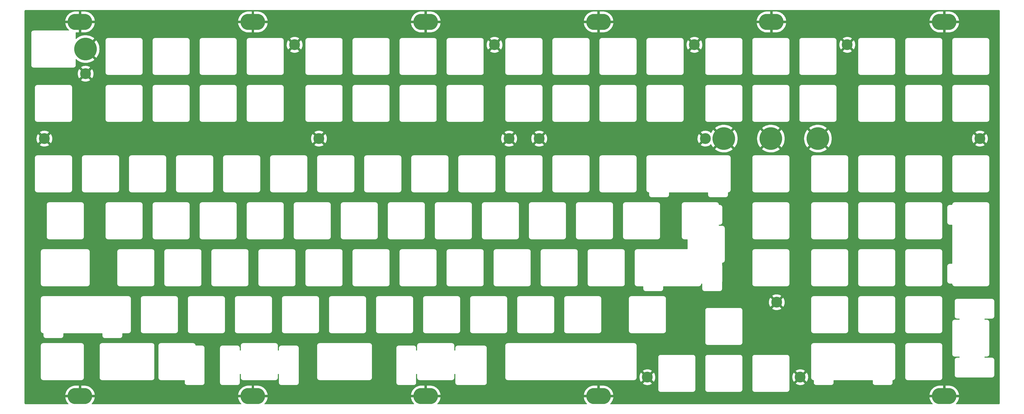
<source format=gbr>
%TF.GenerationSoftware,KiCad,Pcbnew,(6.0.5)*%
%TF.CreationDate,2022-05-15T23:02:55-04:00*%
%TF.ProjectId,FR4-plate-grounded,4652342d-706c-4617-9465-2d67726f756e,rev?*%
%TF.SameCoordinates,Original*%
%TF.FileFunction,Copper,L1,Top*%
%TF.FilePolarity,Positive*%
%FSLAX46Y46*%
G04 Gerber Fmt 4.6, Leading zero omitted, Abs format (unit mm)*
G04 Created by KiCad (PCBNEW (6.0.5)) date 2022-05-15 23:02:55*
%MOMM*%
%LPD*%
G01*
G04 APERTURE LIST*
%TA.AperFunction,ComponentPad*%
%ADD10O,10.000000X6.500000*%
%TD*%
%TA.AperFunction,ComponentPad*%
%ADD11C,4.400000*%
%TD*%
%TA.AperFunction,ComponentPad*%
%ADD12C,9.200000*%
%TD*%
%TA.AperFunction,Conductor*%
%ADD13C,0.254000*%
%TD*%
G04 APERTURE END LIST*
D10*
%TO.P,H8,1,1*%
%TO.N,Mounting-hole*%
X93000000Y-157200000D03*
%TD*%
%TO.P,H6,1,1*%
%TO.N,Mounting-hole*%
X373000000Y-5375000D03*
%TD*%
D11*
%TO.P,H20,1,1*%
%TO.N,Mounting-hole*%
X276262300Y-52712500D03*
%TD*%
D10*
%TO.P,H11,1,1*%
%TO.N,Mounting-hole*%
X373000000Y-157200000D03*
%TD*%
%TO.P,H10,1,1*%
%TO.N,Mounting-hole*%
X233000000Y-157200000D03*
%TD*%
D12*
%TO.P,H26,1,1*%
%TO.N,Mounting-hole*%
X283725500Y-52712500D03*
%TD*%
%TO.P,H28,1,1*%
%TO.N,Mounting-hole*%
X321825500Y-52712500D03*
%TD*%
D11*
%TO.P,H14,1,1*%
%TO.N,Mounting-hole*%
X109894250Y-14675000D03*
%TD*%
D10*
%TO.P,H4,1,1*%
%TO.N,Mounting-hole*%
X233000000Y-5375000D03*
%TD*%
%TO.P,H1,1,1*%
%TO.N,Mounting-hole*%
X23000000Y-5375000D03*
%TD*%
D11*
%TO.P,H21,1,1*%
%TO.N,Mounting-hole*%
X333731750Y-14675000D03*
%TD*%
%TO.P,H24,1,1*%
%TO.N,Mounting-hole*%
X305157000Y-119100000D03*
%TD*%
%TO.P,H16,1,1*%
%TO.N,Mounting-hole*%
X190856750Y-14675000D03*
%TD*%
D10*
%TO.P,H7,1,1*%
%TO.N,Mounting-hole*%
X23000000Y-157200000D03*
%TD*%
D11*
%TO.P,H18,1,1*%
%TO.N,Mounting-hole*%
X208963000Y-52712500D03*
%TD*%
%TO.P,H15,1,1*%
%TO.N,Mounting-hole*%
X119763000Y-52712500D03*
%TD*%
D10*
%TO.P,H3,1,1*%
%TO.N,Mounting-hole*%
X163000000Y-5375000D03*
%TD*%
D11*
%TO.P,H13,1,1*%
%TO.N,Mounting-hole*%
X25263000Y-26375000D03*
%TD*%
%TO.P,H17,1,1*%
%TO.N,Mounting-hole*%
X196762300Y-52712500D03*
%TD*%
D12*
%TO.P,H29,1,1*%
%TO.N,Mounting-hole*%
X25263000Y-16375000D03*
%TD*%
D11*
%TO.P,H25,1,1*%
%TO.N,Mounting-hole*%
X314681750Y-149531112D03*
%TD*%
%TO.P,H19,1,1*%
%TO.N,Mounting-hole*%
X271819250Y-14675000D03*
%TD*%
D12*
%TO.P,H27,1,1*%
%TO.N,Mounting-hole*%
X302775500Y-52712500D03*
%TD*%
D10*
%TO.P,H2,1,1*%
%TO.N,Mounting-hole*%
X93000000Y-5375000D03*
%TD*%
D11*
%TO.P,H12,1,1*%
%TO.N,Mounting-hole*%
X8563000Y-52712500D03*
%TD*%
%TO.P,H23,1,1*%
%TO.N,Mounting-hole*%
X252769250Y-149531112D03*
%TD*%
%TO.P,H22,1,1*%
%TO.N,Mounting-hole*%
X387437000Y-52712500D03*
%TD*%
D10*
%TO.P,H5,1,1*%
%TO.N,Mounting-hole*%
X303000000Y-5375000D03*
%TD*%
%TO.P,H9,1,1*%
%TO.N,Mounting-hole*%
X163000000Y-157200000D03*
%TD*%
%TO.N,Mounting-hole*%
D13*
X394974338Y-638191D02*
X395010060Y-638628D01*
X395019085Y-637448D01*
X395081156Y-644442D01*
X395158238Y-671414D01*
X395227390Y-714865D01*
X395285135Y-772610D01*
X395328586Y-841762D01*
X395355558Y-918843D01*
X395361810Y-974333D01*
X395361809Y-974341D01*
X395361373Y-1010061D01*
X395365500Y-1041621D01*
X395365500Y-159950633D01*
X395361809Y-159974338D01*
X395361372Y-160010060D01*
X395362552Y-160019085D01*
X395355558Y-160081156D01*
X395328586Y-160158238D01*
X395285135Y-160227390D01*
X395227390Y-160285135D01*
X395158238Y-160328586D01*
X395081157Y-160355558D01*
X395025667Y-160361810D01*
X395025659Y-160361809D01*
X394989939Y-160361373D01*
X394958379Y-160365500D01*
X377777425Y-160365500D01*
X377788827Y-160355501D01*
X377797525Y-160347102D01*
X378077279Y-160049714D01*
X378085131Y-160040520D01*
X378335094Y-159717689D01*
X378342029Y-159707785D01*
X378559899Y-159362482D01*
X378565852Y-159351959D01*
X378749623Y-158987364D01*
X378754541Y-158976319D01*
X378902521Y-158595788D01*
X378906357Y-158584322D01*
X379017183Y-158191361D01*
X379019903Y-158179581D01*
X379092556Y-157777806D01*
X379094134Y-157765819D01*
X379098736Y-157710434D01*
X379084444Y-157640890D01*
X379034822Y-157590114D01*
X378973169Y-157574000D01*
X367029278Y-157574000D01*
X366961157Y-157594002D01*
X366914664Y-157647658D01*
X366904027Y-157713717D01*
X366922166Y-157879341D01*
X366924057Y-157891283D01*
X367007202Y-158291018D01*
X367010229Y-158302723D01*
X367131304Y-158692649D01*
X367135440Y-158704011D01*
X367293331Y-159080537D01*
X367298536Y-159091449D01*
X367491788Y-159451109D01*
X367498015Y-159461473D01*
X367724849Y-159800955D01*
X367732041Y-159810674D01*
X367990369Y-160126851D01*
X367998459Y-160135836D01*
X368226128Y-160365500D01*
X237777425Y-160365500D01*
X237788827Y-160355501D01*
X237797525Y-160347102D01*
X238077279Y-160049714D01*
X238085131Y-160040520D01*
X238335094Y-159717689D01*
X238342029Y-159707785D01*
X238559899Y-159362482D01*
X238565852Y-159351959D01*
X238749623Y-158987364D01*
X238754541Y-158976319D01*
X238902521Y-158595788D01*
X238906357Y-158584322D01*
X239017183Y-158191361D01*
X239019903Y-158179581D01*
X239092556Y-157777806D01*
X239094134Y-157765819D01*
X239098736Y-157710434D01*
X239084444Y-157640890D01*
X239034822Y-157590114D01*
X238973169Y-157574000D01*
X227029278Y-157574000D01*
X226961157Y-157594002D01*
X226914664Y-157647658D01*
X226904027Y-157713717D01*
X226922166Y-157879341D01*
X226924057Y-157891283D01*
X227007202Y-158291018D01*
X227010229Y-158302723D01*
X227131304Y-158692649D01*
X227135440Y-158704011D01*
X227293331Y-159080537D01*
X227298536Y-159091449D01*
X227491788Y-159451109D01*
X227498015Y-159461473D01*
X227724849Y-159800955D01*
X227732041Y-159810674D01*
X227990369Y-160126851D01*
X227998459Y-160135836D01*
X228226128Y-160365500D01*
X167777425Y-160365500D01*
X167788827Y-160355501D01*
X167797525Y-160347102D01*
X168077279Y-160049714D01*
X168085131Y-160040520D01*
X168335094Y-159717689D01*
X168342029Y-159707785D01*
X168559899Y-159362482D01*
X168565852Y-159351959D01*
X168749623Y-158987364D01*
X168754541Y-158976319D01*
X168902521Y-158595788D01*
X168906357Y-158584322D01*
X169017183Y-158191361D01*
X169019903Y-158179581D01*
X169092556Y-157777806D01*
X169094134Y-157765819D01*
X169098736Y-157710434D01*
X169084444Y-157640890D01*
X169034822Y-157590114D01*
X168973169Y-157574000D01*
X157029278Y-157574000D01*
X156961157Y-157594002D01*
X156914664Y-157647658D01*
X156904027Y-157713717D01*
X156922166Y-157879341D01*
X156924057Y-157891283D01*
X157007202Y-158291018D01*
X157010229Y-158302723D01*
X157131304Y-158692649D01*
X157135440Y-158704011D01*
X157293331Y-159080537D01*
X157298536Y-159091449D01*
X157491788Y-159451109D01*
X157498015Y-159461473D01*
X157724849Y-159800955D01*
X157732041Y-159810674D01*
X157990369Y-160126851D01*
X157998459Y-160135836D01*
X158226128Y-160365500D01*
X97777425Y-160365500D01*
X97788827Y-160355501D01*
X97797525Y-160347102D01*
X98077279Y-160049714D01*
X98085131Y-160040520D01*
X98335094Y-159717689D01*
X98342029Y-159707785D01*
X98559899Y-159362482D01*
X98565852Y-159351959D01*
X98749623Y-158987364D01*
X98754541Y-158976319D01*
X98902521Y-158595788D01*
X98906357Y-158584322D01*
X99017183Y-158191361D01*
X99019903Y-158179581D01*
X99092556Y-157777806D01*
X99094134Y-157765819D01*
X99098736Y-157710434D01*
X99084444Y-157640890D01*
X99034822Y-157590114D01*
X98973169Y-157574000D01*
X87029278Y-157574000D01*
X86961157Y-157594002D01*
X86914664Y-157647658D01*
X86904027Y-157713717D01*
X86922166Y-157879341D01*
X86924057Y-157891283D01*
X87007202Y-158291018D01*
X87010229Y-158302723D01*
X87131304Y-158692649D01*
X87135440Y-158704011D01*
X87293331Y-159080537D01*
X87298536Y-159091449D01*
X87491788Y-159451109D01*
X87498015Y-159461473D01*
X87724849Y-159800955D01*
X87732041Y-159810674D01*
X87990369Y-160126851D01*
X87998459Y-160135836D01*
X88226128Y-160365500D01*
X27777425Y-160365500D01*
X27788827Y-160355501D01*
X27797525Y-160347102D01*
X28077279Y-160049714D01*
X28085131Y-160040520D01*
X28335094Y-159717689D01*
X28342029Y-159707785D01*
X28559899Y-159362482D01*
X28565852Y-159351959D01*
X28749623Y-158987364D01*
X28754541Y-158976319D01*
X28902521Y-158595788D01*
X28906357Y-158584322D01*
X29017183Y-158191361D01*
X29019903Y-158179581D01*
X29092556Y-157777806D01*
X29094134Y-157765819D01*
X29098736Y-157710434D01*
X29084444Y-157640890D01*
X29034822Y-157590114D01*
X28973169Y-157574000D01*
X17029278Y-157574000D01*
X16961157Y-157594002D01*
X16914664Y-157647658D01*
X16904027Y-157713717D01*
X16922166Y-157879341D01*
X16924057Y-157891283D01*
X17007202Y-158291018D01*
X17010229Y-158302723D01*
X17131304Y-158692649D01*
X17135440Y-158704011D01*
X17293331Y-159080537D01*
X17298536Y-159091449D01*
X17491788Y-159451109D01*
X17498015Y-159461473D01*
X17724849Y-159800955D01*
X17732041Y-159810674D01*
X17990369Y-160126851D01*
X17998459Y-160135836D01*
X18226128Y-160365500D01*
X1049367Y-160365500D01*
X1025662Y-160361809D01*
X989940Y-160361372D01*
X980915Y-160362552D01*
X918844Y-160355558D01*
X841762Y-160328586D01*
X772610Y-160285135D01*
X714865Y-160227390D01*
X671414Y-160158238D01*
X644442Y-160081157D01*
X638378Y-160027342D01*
X639567Y-160014088D01*
X639720Y-160001536D01*
X638456Y-159982138D01*
X634500Y-159954514D01*
X634500Y-156689566D01*
X16901264Y-156689566D01*
X16915556Y-156759110D01*
X16965178Y-156809886D01*
X17026831Y-156826000D01*
X22500000Y-156826000D01*
X22568121Y-156805998D01*
X22614614Y-156752342D01*
X22626000Y-156700000D01*
X23374000Y-156700000D01*
X23394002Y-156768121D01*
X23447658Y-156814614D01*
X23500000Y-156826000D01*
X28970722Y-156826000D01*
X29038843Y-156805998D01*
X29085336Y-156752342D01*
X29095444Y-156689566D01*
X86901264Y-156689566D01*
X86915556Y-156759110D01*
X86965178Y-156809886D01*
X87026831Y-156826000D01*
X92500000Y-156826000D01*
X92568121Y-156805998D01*
X92614614Y-156752342D01*
X92626000Y-156700000D01*
X93374000Y-156700000D01*
X93394002Y-156768121D01*
X93447658Y-156814614D01*
X93500000Y-156826000D01*
X98970722Y-156826000D01*
X99038843Y-156805998D01*
X99085336Y-156752342D01*
X99095444Y-156689566D01*
X156901264Y-156689566D01*
X156915556Y-156759110D01*
X156965178Y-156809886D01*
X157026831Y-156826000D01*
X162500000Y-156826000D01*
X162568121Y-156805998D01*
X162614614Y-156752342D01*
X162626000Y-156700000D01*
X163374000Y-156700000D01*
X163394002Y-156768121D01*
X163447658Y-156814614D01*
X163500000Y-156826000D01*
X168970722Y-156826000D01*
X169038843Y-156805998D01*
X169085336Y-156752342D01*
X169095444Y-156689566D01*
X226901264Y-156689566D01*
X226915556Y-156759110D01*
X226965178Y-156809886D01*
X227026831Y-156826000D01*
X232500000Y-156826000D01*
X232568121Y-156805998D01*
X232614614Y-156752342D01*
X232626000Y-156700000D01*
X233374000Y-156700000D01*
X233394002Y-156768121D01*
X233447658Y-156814614D01*
X233500000Y-156826000D01*
X238970722Y-156826000D01*
X239038843Y-156805998D01*
X239085336Y-156752342D01*
X239095444Y-156689566D01*
X366901264Y-156689566D01*
X366915556Y-156759110D01*
X366965178Y-156809886D01*
X367026831Y-156826000D01*
X372500000Y-156826000D01*
X372568121Y-156805998D01*
X372614614Y-156752342D01*
X372626000Y-156700000D01*
X373374000Y-156700000D01*
X373394002Y-156768121D01*
X373447658Y-156814614D01*
X373500000Y-156826000D01*
X378970722Y-156826000D01*
X379038843Y-156805998D01*
X379085336Y-156752342D01*
X379095973Y-156686283D01*
X379077834Y-156520659D01*
X379075943Y-156508717D01*
X378992798Y-156108982D01*
X378989771Y-156097277D01*
X378868696Y-155707351D01*
X378864560Y-155695989D01*
X378706669Y-155319463D01*
X378701464Y-155308551D01*
X378508212Y-154948891D01*
X378501985Y-154938527D01*
X378275151Y-154599045D01*
X378267959Y-154589326D01*
X378009631Y-154273149D01*
X378001541Y-154264164D01*
X377714098Y-153974202D01*
X377705184Y-153966034D01*
X377391273Y-153704957D01*
X377381617Y-153697681D01*
X377044128Y-153467893D01*
X377033820Y-153461576D01*
X376675861Y-153265192D01*
X376664994Y-153259891D01*
X376289860Y-153098721D01*
X376278535Y-153094487D01*
X375889680Y-152970014D01*
X375878002Y-152966885D01*
X375479007Y-152880254D01*
X375467082Y-152878258D01*
X375061622Y-152830269D01*
X375051209Y-152829473D01*
X374896689Y-152824077D01*
X374892292Y-152824000D01*
X373500000Y-152824000D01*
X373431879Y-152844002D01*
X373385386Y-152897658D01*
X373374000Y-152950000D01*
X373374000Y-156700000D01*
X372626000Y-156700000D01*
X372626000Y-152950000D01*
X372605998Y-152881879D01*
X372552342Y-152835386D01*
X372500000Y-152824000D01*
X371146551Y-152824000D01*
X371140506Y-152824145D01*
X370836134Y-152838765D01*
X370824099Y-152839924D01*
X370420034Y-152898511D01*
X370408166Y-152900818D01*
X370011576Y-152997863D01*
X369999983Y-153001297D01*
X369614520Y-153135906D01*
X369603310Y-153140435D01*
X369232523Y-153311370D01*
X369221798Y-153316953D01*
X368869102Y-153522640D01*
X368858962Y-153529225D01*
X368527604Y-153767769D01*
X368518143Y-153775295D01*
X368211173Y-154044499D01*
X368202475Y-154052898D01*
X367922721Y-154350286D01*
X367914869Y-154359480D01*
X367664906Y-154682311D01*
X367657971Y-154692215D01*
X367440101Y-155037518D01*
X367434148Y-155048041D01*
X367250377Y-155412636D01*
X367245459Y-155423681D01*
X367097479Y-155804212D01*
X367093643Y-155815678D01*
X366982817Y-156208639D01*
X366980097Y-156220419D01*
X366907444Y-156622194D01*
X366905866Y-156634181D01*
X366901264Y-156689566D01*
X239095444Y-156689566D01*
X239095973Y-156686283D01*
X239077834Y-156520659D01*
X239075943Y-156508717D01*
X238992798Y-156108982D01*
X238989771Y-156097277D01*
X238868696Y-155707351D01*
X238864560Y-155695989D01*
X238706669Y-155319463D01*
X238701464Y-155308551D01*
X238508212Y-154948891D01*
X238501985Y-154938527D01*
X238275151Y-154599045D01*
X238267959Y-154589326D01*
X238172559Y-154472562D01*
X257036873Y-154472562D01*
X257038908Y-154488126D01*
X257053007Y-154649275D01*
X257056821Y-154670904D01*
X257102493Y-154841356D01*
X257110005Y-154861995D01*
X257184582Y-155021926D01*
X257195564Y-155040947D01*
X257296780Y-155185498D01*
X257310898Y-155202322D01*
X257435678Y-155327102D01*
X257452502Y-155341220D01*
X257597053Y-155442436D01*
X257616074Y-155453418D01*
X257776005Y-155527995D01*
X257796644Y-155535507D01*
X257967096Y-155581179D01*
X257988725Y-155584993D01*
X258118227Y-155596323D01*
X258142044Y-155600330D01*
X258161412Y-155602067D01*
X258173964Y-155602220D01*
X258193362Y-155600956D01*
X258220986Y-155597000D01*
X271122250Y-155597000D01*
X271142043Y-155600330D01*
X271161412Y-155602067D01*
X271173964Y-155602220D01*
X271193361Y-155600957D01*
X271214643Y-155597909D01*
X271362275Y-155584993D01*
X271383904Y-155581179D01*
X271554356Y-155535507D01*
X271574995Y-155527995D01*
X271734926Y-155453418D01*
X271753947Y-155442436D01*
X271898498Y-155341220D01*
X271915322Y-155327102D01*
X272040102Y-155202322D01*
X272054220Y-155185498D01*
X272155436Y-155040947D01*
X272166418Y-155021926D01*
X272240995Y-154861995D01*
X272248507Y-154841356D01*
X272294179Y-154670904D01*
X272297993Y-154649275D01*
X272309323Y-154519773D01*
X272313330Y-154495956D01*
X272315067Y-154476588D01*
X272315116Y-154472562D01*
X276086873Y-154472562D01*
X276088908Y-154488126D01*
X276103007Y-154649275D01*
X276106821Y-154670904D01*
X276152493Y-154841356D01*
X276160005Y-154861995D01*
X276234582Y-155021926D01*
X276245564Y-155040947D01*
X276346780Y-155185498D01*
X276360898Y-155202322D01*
X276485678Y-155327102D01*
X276502502Y-155341220D01*
X276647053Y-155442436D01*
X276666074Y-155453418D01*
X276826005Y-155527995D01*
X276846644Y-155535507D01*
X277017096Y-155581179D01*
X277038725Y-155584993D01*
X277168227Y-155596323D01*
X277192044Y-155600330D01*
X277211412Y-155602067D01*
X277223964Y-155602220D01*
X277243362Y-155600956D01*
X277270986Y-155597000D01*
X290172250Y-155597000D01*
X290192043Y-155600330D01*
X290211412Y-155602067D01*
X290223964Y-155602220D01*
X290243361Y-155600957D01*
X290264643Y-155597909D01*
X290412275Y-155584993D01*
X290433904Y-155581179D01*
X290604356Y-155535507D01*
X290624995Y-155527995D01*
X290784926Y-155453418D01*
X290803947Y-155442436D01*
X290948498Y-155341220D01*
X290965322Y-155327102D01*
X291090102Y-155202322D01*
X291104220Y-155185498D01*
X291205436Y-155040947D01*
X291216418Y-155021926D01*
X291290995Y-154861995D01*
X291298507Y-154841356D01*
X291344179Y-154670904D01*
X291347993Y-154649275D01*
X291359323Y-154519773D01*
X291363330Y-154495956D01*
X291365067Y-154476588D01*
X291365116Y-154472562D01*
X295136873Y-154472562D01*
X295138908Y-154488126D01*
X295153007Y-154649275D01*
X295156821Y-154670904D01*
X295202493Y-154841356D01*
X295210005Y-154861995D01*
X295284582Y-155021926D01*
X295295564Y-155040947D01*
X295396780Y-155185498D01*
X295410898Y-155202322D01*
X295535678Y-155327102D01*
X295552502Y-155341220D01*
X295697053Y-155442436D01*
X295716074Y-155453418D01*
X295876005Y-155527995D01*
X295896644Y-155535507D01*
X296067096Y-155581179D01*
X296088725Y-155584993D01*
X296218227Y-155596323D01*
X296242044Y-155600330D01*
X296261412Y-155602067D01*
X296273964Y-155602220D01*
X296293362Y-155600956D01*
X296320986Y-155597000D01*
X309222250Y-155597000D01*
X309242043Y-155600330D01*
X309261412Y-155602067D01*
X309273964Y-155602220D01*
X309293361Y-155600957D01*
X309314643Y-155597909D01*
X309462275Y-155584993D01*
X309483904Y-155581179D01*
X309654356Y-155535507D01*
X309674995Y-155527995D01*
X309834926Y-155453418D01*
X309853947Y-155442436D01*
X309998498Y-155341220D01*
X310015322Y-155327102D01*
X310140102Y-155202322D01*
X310154220Y-155185498D01*
X310255436Y-155040947D01*
X310266418Y-155021926D01*
X310340995Y-154861995D01*
X310348507Y-154841356D01*
X310394179Y-154670904D01*
X310397993Y-154649275D01*
X310409323Y-154519773D01*
X310413330Y-154495956D01*
X310415067Y-154476588D01*
X310415220Y-154464036D01*
X310413956Y-154444638D01*
X310410000Y-154417014D01*
X310410000Y-152092916D01*
X312677149Y-152092916D01*
X312682213Y-152163731D01*
X312725498Y-152221115D01*
X312852016Y-152314393D01*
X312863787Y-152322096D01*
X313173669Y-152501006D01*
X313186225Y-152507349D01*
X313514118Y-152650602D01*
X313527303Y-152655505D01*
X313869121Y-152761316D01*
X313882770Y-152764719D01*
X314234253Y-152831767D01*
X314248196Y-152833628D01*
X314604962Y-152861080D01*
X314619026Y-152861374D01*
X314976628Y-152848886D01*
X314990637Y-152847611D01*
X315344619Y-152795340D01*
X315358399Y-152792512D01*
X315704348Y-152701108D01*
X315717727Y-152696761D01*
X316051332Y-152567364D01*
X316064142Y-152561553D01*
X316381244Y-152395777D01*
X316393328Y-152388574D01*
X316635057Y-152225525D01*
X316680346Y-152170849D01*
X316688886Y-152100368D01*
X316653693Y-152031971D01*
X314770845Y-150149124D01*
X314708533Y-150115098D01*
X314637717Y-150120163D01*
X314592655Y-150149124D01*
X312711174Y-152030604D01*
X312677149Y-152092916D01*
X310410000Y-152092916D01*
X310410000Y-149491639D01*
X311351131Y-149491639D01*
X311366115Y-149849145D01*
X311367487Y-149863145D01*
X311422229Y-150216754D01*
X311425154Y-150230514D01*
X311518971Y-150575816D01*
X311523411Y-150589163D01*
X311655133Y-150921857D01*
X311661034Y-150934628D01*
X311829021Y-151250564D01*
X311836307Y-151262595D01*
X311988340Y-151484636D01*
X312043330Y-151529543D01*
X312113869Y-151537592D01*
X312181400Y-151502546D01*
X314063738Y-149620207D01*
X314097764Y-149557895D01*
X314093933Y-149504329D01*
X315265736Y-149504329D01*
X315270801Y-149575145D01*
X315299762Y-149620207D01*
X317181407Y-151501853D01*
X317243719Y-151535878D01*
X317314534Y-151530814D01*
X317371394Y-151488235D01*
X317452190Y-151380232D01*
X317459975Y-151368515D01*
X317641044Y-151059890D01*
X317647474Y-151047379D01*
X317793013Y-150720494D01*
X317798008Y-150707344D01*
X317906202Y-150366273D01*
X317909700Y-150352648D01*
X317979201Y-150001642D01*
X317981159Y-149987711D01*
X318004473Y-149710062D01*
X318949373Y-149710062D01*
X318951408Y-149725626D01*
X318965507Y-149886775D01*
X318969321Y-149908404D01*
X319014993Y-150078856D01*
X319022505Y-150099495D01*
X319097082Y-150259426D01*
X319108064Y-150278447D01*
X319209280Y-150422998D01*
X319223398Y-150439822D01*
X319348178Y-150564602D01*
X319365002Y-150578720D01*
X319509553Y-150679936D01*
X319528574Y-150690918D01*
X319688505Y-150765495D01*
X319709144Y-150773007D01*
X319879596Y-150818679D01*
X319901225Y-150822493D01*
X320030727Y-150833823D01*
X320040500Y-150835467D01*
X320040500Y-151650633D01*
X320036809Y-151674338D01*
X320036373Y-151710062D01*
X320038408Y-151725626D01*
X320052507Y-151886775D01*
X320056321Y-151908404D01*
X320101993Y-152078856D01*
X320109505Y-152099495D01*
X320184082Y-152259426D01*
X320195064Y-152278447D01*
X320296280Y-152422998D01*
X320310398Y-152439822D01*
X320435178Y-152564602D01*
X320452002Y-152578720D01*
X320596553Y-152679936D01*
X320615574Y-152690918D01*
X320775505Y-152765495D01*
X320796144Y-152773007D01*
X320966596Y-152818679D01*
X320988225Y-152822493D01*
X321117727Y-152833823D01*
X321141544Y-152837830D01*
X321160912Y-152839567D01*
X321173464Y-152839720D01*
X321192862Y-152838456D01*
X321220486Y-152834500D01*
X327121750Y-152834500D01*
X327141543Y-152837830D01*
X327160912Y-152839567D01*
X327173464Y-152839720D01*
X327192861Y-152838457D01*
X327214143Y-152835409D01*
X327361775Y-152822493D01*
X327383404Y-152818679D01*
X327553856Y-152773007D01*
X327574495Y-152765495D01*
X327734426Y-152690918D01*
X327753447Y-152679936D01*
X327897998Y-152578720D01*
X327914822Y-152564602D01*
X328039602Y-152439822D01*
X328053720Y-152422998D01*
X328154936Y-152278447D01*
X328165918Y-152259426D01*
X328240495Y-152099495D01*
X328248007Y-152078856D01*
X328293679Y-151908404D01*
X328297493Y-151886775D01*
X328308823Y-151757273D01*
X328312830Y-151733456D01*
X328314567Y-151714088D01*
X328314720Y-151701536D01*
X328313456Y-151682138D01*
X328309500Y-151654514D01*
X328309500Y-150834500D01*
X343916500Y-150834500D01*
X343916500Y-151650633D01*
X343912809Y-151674338D01*
X343912373Y-151710062D01*
X343914408Y-151725626D01*
X343928507Y-151886775D01*
X343932321Y-151908404D01*
X343977993Y-152078856D01*
X343985505Y-152099495D01*
X344060082Y-152259426D01*
X344071064Y-152278447D01*
X344172280Y-152422998D01*
X344186398Y-152439822D01*
X344311178Y-152564602D01*
X344328002Y-152578720D01*
X344472553Y-152679936D01*
X344491574Y-152690918D01*
X344651505Y-152765495D01*
X344672144Y-152773007D01*
X344842596Y-152818679D01*
X344864225Y-152822493D01*
X344993727Y-152833823D01*
X345017544Y-152837830D01*
X345036912Y-152839567D01*
X345049464Y-152839720D01*
X345068862Y-152838456D01*
X345096486Y-152834500D01*
X350997750Y-152834500D01*
X351017543Y-152837830D01*
X351036912Y-152839567D01*
X351049464Y-152839720D01*
X351068861Y-152838457D01*
X351090143Y-152835409D01*
X351237775Y-152822493D01*
X351259404Y-152818679D01*
X351429856Y-152773007D01*
X351450495Y-152765495D01*
X351610426Y-152690918D01*
X351629447Y-152679936D01*
X351773998Y-152578720D01*
X351790822Y-152564602D01*
X351915602Y-152439822D01*
X351929720Y-152422998D01*
X352030936Y-152278447D01*
X352041918Y-152259426D01*
X352116495Y-152099495D01*
X352124007Y-152078856D01*
X352169679Y-151908404D01*
X352173493Y-151886775D01*
X352184823Y-151757273D01*
X352188830Y-151733456D01*
X352190567Y-151714088D01*
X352190720Y-151701536D01*
X352189456Y-151682138D01*
X352185500Y-151654514D01*
X352185500Y-150834678D01*
X352324775Y-150822493D01*
X352346404Y-150818679D01*
X352516856Y-150773007D01*
X352537495Y-150765495D01*
X352697426Y-150690918D01*
X352716447Y-150679936D01*
X352860998Y-150578720D01*
X352877822Y-150564602D01*
X353002602Y-150439822D01*
X353016720Y-150422998D01*
X353117936Y-150278447D01*
X353128918Y-150259426D01*
X353203495Y-150099495D01*
X353211007Y-150078856D01*
X353256679Y-149908404D01*
X353260493Y-149886775D01*
X353271823Y-149757273D01*
X353275830Y-149733456D01*
X353277567Y-149714088D01*
X353277616Y-149710062D01*
X357049373Y-149710062D01*
X357051408Y-149725626D01*
X357065507Y-149886775D01*
X357069321Y-149908404D01*
X357114993Y-150078856D01*
X357122505Y-150099495D01*
X357197082Y-150259426D01*
X357208064Y-150278447D01*
X357309280Y-150422998D01*
X357323398Y-150439822D01*
X357448178Y-150564602D01*
X357465002Y-150578720D01*
X357609553Y-150679936D01*
X357628574Y-150690918D01*
X357788505Y-150765495D01*
X357809144Y-150773007D01*
X357979596Y-150818679D01*
X358001225Y-150822493D01*
X358130727Y-150833823D01*
X358154544Y-150837830D01*
X358173912Y-150839567D01*
X358186464Y-150839720D01*
X358205862Y-150838456D01*
X358233486Y-150834500D01*
X371134750Y-150834500D01*
X371154543Y-150837830D01*
X371173912Y-150839567D01*
X371186464Y-150839720D01*
X371205861Y-150838457D01*
X371227143Y-150835409D01*
X371374775Y-150822493D01*
X371396404Y-150818679D01*
X371566856Y-150773007D01*
X371587495Y-150765495D01*
X371747426Y-150690918D01*
X371766447Y-150679936D01*
X371910998Y-150578720D01*
X371927822Y-150564602D01*
X372052602Y-150439822D01*
X372066720Y-150422998D01*
X372167936Y-150278447D01*
X372178918Y-150259426D01*
X372253495Y-150099495D01*
X372261007Y-150078856D01*
X372306679Y-149908404D01*
X372310493Y-149886775D01*
X372321823Y-149757273D01*
X372325830Y-149733456D01*
X372327567Y-149714088D01*
X372327720Y-149701536D01*
X372326456Y-149682138D01*
X372322500Y-149654514D01*
X372322500Y-140185062D01*
X376099373Y-140185062D01*
X376101408Y-140200626D01*
X376115507Y-140361775D01*
X376119321Y-140383404D01*
X376164993Y-140553856D01*
X376172505Y-140574495D01*
X376247082Y-140734426D01*
X376258064Y-140753447D01*
X376359280Y-140897998D01*
X376373398Y-140914822D01*
X376498178Y-141039602D01*
X376515002Y-141053720D01*
X376659553Y-141154936D01*
X376678574Y-141165918D01*
X376838505Y-141240495D01*
X376859144Y-141248007D01*
X377029596Y-141293679D01*
X377051225Y-141297493D01*
X377180727Y-141308823D01*
X377204544Y-141312830D01*
X377223912Y-141314567D01*
X377236464Y-141314720D01*
X377255862Y-141313456D01*
X377283486Y-141309500D01*
X379103500Y-141309500D01*
X379103500Y-141478500D01*
X378291250Y-141478500D01*
X378271457Y-141475170D01*
X378252088Y-141473433D01*
X378239536Y-141473280D01*
X378220139Y-141474543D01*
X378198857Y-141477591D01*
X378051225Y-141490507D01*
X378029596Y-141494321D01*
X377859144Y-141539993D01*
X377838505Y-141547505D01*
X377678574Y-141622082D01*
X377659553Y-141633064D01*
X377515002Y-141734280D01*
X377498178Y-141748398D01*
X377373398Y-141873178D01*
X377359280Y-141890002D01*
X377258064Y-142034553D01*
X377247082Y-142053574D01*
X377172505Y-142213505D01*
X377164993Y-142234144D01*
X377119321Y-142404596D01*
X377115507Y-142426226D01*
X377103466Y-142563858D01*
X377099810Y-142587336D01*
X377099373Y-142623061D01*
X377103500Y-142654621D01*
X377103500Y-148563633D01*
X377099809Y-148587338D01*
X377099373Y-148623062D01*
X377101408Y-148638626D01*
X377115507Y-148799775D01*
X377119321Y-148821404D01*
X377164993Y-148991856D01*
X377172505Y-149012495D01*
X377247082Y-149172426D01*
X377258064Y-149191447D01*
X377359280Y-149335998D01*
X377373398Y-149352822D01*
X377498178Y-149477602D01*
X377515002Y-149491720D01*
X377659553Y-149592936D01*
X377678574Y-149603918D01*
X377838505Y-149678495D01*
X377859144Y-149686007D01*
X378029596Y-149731679D01*
X378051225Y-149735493D01*
X378180727Y-149746823D01*
X378204544Y-149750830D01*
X378223912Y-149752567D01*
X378236464Y-149752720D01*
X378255862Y-149751456D01*
X378283486Y-149747500D01*
X392184750Y-149747500D01*
X392204543Y-149750830D01*
X392223912Y-149752567D01*
X392236464Y-149752720D01*
X392255861Y-149751457D01*
X392277143Y-149748409D01*
X392424775Y-149735493D01*
X392446404Y-149731679D01*
X392616856Y-149686007D01*
X392637495Y-149678495D01*
X392797426Y-149603918D01*
X392816447Y-149592936D01*
X392960998Y-149491720D01*
X392977822Y-149477602D01*
X393102602Y-149352822D01*
X393116720Y-149335998D01*
X393217936Y-149191447D01*
X393228918Y-149172426D01*
X393303495Y-149012495D01*
X393311007Y-148991856D01*
X393356679Y-148821404D01*
X393360493Y-148799775D01*
X393371823Y-148670273D01*
X393375830Y-148646456D01*
X393377567Y-148627088D01*
X393377720Y-148614536D01*
X393376456Y-148595138D01*
X393372500Y-148567514D01*
X393372500Y-142666250D01*
X393375830Y-142646457D01*
X393377567Y-142627088D01*
X393377720Y-142614536D01*
X393376457Y-142595139D01*
X393373409Y-142573857D01*
X393360493Y-142426225D01*
X393356679Y-142404596D01*
X393311007Y-142234144D01*
X393303495Y-142213505D01*
X393228918Y-142053574D01*
X393217936Y-142034553D01*
X393116720Y-141890002D01*
X393102602Y-141873178D01*
X392977822Y-141748398D01*
X392960998Y-141734280D01*
X392816447Y-141633064D01*
X392797426Y-141622082D01*
X392637495Y-141547505D01*
X392616856Y-141539993D01*
X392446404Y-141494321D01*
X392424775Y-141490507D01*
X392295273Y-141479177D01*
X392271456Y-141475170D01*
X392252088Y-141473433D01*
X392239536Y-141473280D01*
X392220138Y-141474544D01*
X392192514Y-141478500D01*
X389372500Y-141478500D01*
X389372500Y-141309500D01*
X390184750Y-141309500D01*
X390204543Y-141312830D01*
X390223912Y-141314567D01*
X390236464Y-141314720D01*
X390255861Y-141313457D01*
X390277143Y-141310409D01*
X390424775Y-141297493D01*
X390446404Y-141293679D01*
X390616856Y-141248007D01*
X390637495Y-141240495D01*
X390797426Y-141165918D01*
X390816447Y-141154936D01*
X390960998Y-141053720D01*
X390977822Y-141039602D01*
X391102602Y-140914822D01*
X391116720Y-140897998D01*
X391217936Y-140753447D01*
X391228918Y-140734426D01*
X391303495Y-140574495D01*
X391311007Y-140553856D01*
X391356679Y-140383404D01*
X391360493Y-140361775D01*
X391371823Y-140232273D01*
X391375830Y-140208456D01*
X391377567Y-140189088D01*
X391377720Y-140176536D01*
X391376456Y-140157138D01*
X391372500Y-140129514D01*
X391372500Y-127228250D01*
X391375830Y-127208457D01*
X391377567Y-127189088D01*
X391377720Y-127176536D01*
X391376457Y-127157139D01*
X391373409Y-127135857D01*
X391360493Y-126988225D01*
X391356679Y-126966596D01*
X391311007Y-126796144D01*
X391303495Y-126775505D01*
X391228918Y-126615574D01*
X391217936Y-126596553D01*
X391116720Y-126452002D01*
X391102602Y-126435178D01*
X390977822Y-126310398D01*
X390960998Y-126296280D01*
X390816447Y-126195064D01*
X390797426Y-126184082D01*
X390637495Y-126109505D01*
X390616856Y-126101993D01*
X390446404Y-126056321D01*
X390424775Y-126052507D01*
X390295273Y-126041177D01*
X390271456Y-126037170D01*
X390252088Y-126035433D01*
X390239536Y-126035280D01*
X390220138Y-126036544D01*
X390192514Y-126040500D01*
X389372500Y-126040500D01*
X389372500Y-125871500D01*
X392184750Y-125871500D01*
X392204543Y-125874830D01*
X392223912Y-125876567D01*
X392236464Y-125876720D01*
X392255861Y-125875457D01*
X392277143Y-125872409D01*
X392424775Y-125859493D01*
X392446404Y-125855679D01*
X392616856Y-125810007D01*
X392637495Y-125802495D01*
X392797426Y-125727918D01*
X392816447Y-125716936D01*
X392960998Y-125615720D01*
X392977822Y-125601602D01*
X393102602Y-125476822D01*
X393116720Y-125459998D01*
X393217936Y-125315447D01*
X393228918Y-125296426D01*
X393303495Y-125136495D01*
X393311007Y-125115856D01*
X393356679Y-124945404D01*
X393360493Y-124923775D01*
X393371823Y-124794273D01*
X393375830Y-124770456D01*
X393377567Y-124751088D01*
X393377720Y-124738536D01*
X393376456Y-124719138D01*
X393372500Y-124691514D01*
X393372500Y-118790250D01*
X393375830Y-118770457D01*
X393377567Y-118751088D01*
X393377720Y-118738536D01*
X393376457Y-118719139D01*
X393373409Y-118697857D01*
X393360493Y-118550225D01*
X393356679Y-118528596D01*
X393311007Y-118358144D01*
X393303495Y-118337505D01*
X393228918Y-118177574D01*
X393217936Y-118158553D01*
X393116720Y-118014002D01*
X393102602Y-117997178D01*
X392977822Y-117872398D01*
X392960998Y-117858280D01*
X392816447Y-117757064D01*
X392797426Y-117746082D01*
X392637495Y-117671505D01*
X392616856Y-117663993D01*
X392446404Y-117618321D01*
X392424775Y-117614507D01*
X392295273Y-117603177D01*
X392271456Y-117599170D01*
X392252088Y-117597433D01*
X392239536Y-117597280D01*
X392220138Y-117598544D01*
X392192514Y-117602500D01*
X378291250Y-117602500D01*
X378271457Y-117599170D01*
X378252088Y-117597433D01*
X378239536Y-117597280D01*
X378220139Y-117598543D01*
X378198857Y-117601591D01*
X378051225Y-117614507D01*
X378029596Y-117618321D01*
X377859144Y-117663993D01*
X377838505Y-117671505D01*
X377678574Y-117746082D01*
X377659553Y-117757064D01*
X377515002Y-117858280D01*
X377498178Y-117872398D01*
X377373398Y-117997178D01*
X377359280Y-118014002D01*
X377258064Y-118158553D01*
X377247082Y-118177574D01*
X377172505Y-118337505D01*
X377164993Y-118358144D01*
X377119321Y-118528596D01*
X377115507Y-118550226D01*
X377103466Y-118687858D01*
X377099810Y-118711336D01*
X377099373Y-118747061D01*
X377103500Y-118778621D01*
X377103500Y-124687633D01*
X377099809Y-124711338D01*
X377099373Y-124747062D01*
X377101408Y-124762626D01*
X377115507Y-124923775D01*
X377119321Y-124945404D01*
X377164993Y-125115856D01*
X377172505Y-125136495D01*
X377247082Y-125296426D01*
X377258064Y-125315447D01*
X377359280Y-125459998D01*
X377373398Y-125476822D01*
X377498178Y-125601602D01*
X377515002Y-125615720D01*
X377659553Y-125716936D01*
X377678574Y-125727918D01*
X377838505Y-125802495D01*
X377859144Y-125810007D01*
X378029596Y-125855679D01*
X378051225Y-125859493D01*
X378180727Y-125870823D01*
X378204544Y-125874830D01*
X378223912Y-125876567D01*
X378236464Y-125876720D01*
X378255862Y-125875456D01*
X378283486Y-125871500D01*
X379103500Y-125871500D01*
X379103500Y-126040500D01*
X377291250Y-126040500D01*
X377271457Y-126037170D01*
X377252088Y-126035433D01*
X377239536Y-126035280D01*
X377220139Y-126036543D01*
X377198857Y-126039591D01*
X377051225Y-126052507D01*
X377029596Y-126056321D01*
X376859144Y-126101993D01*
X376838505Y-126109505D01*
X376678574Y-126184082D01*
X376659553Y-126195064D01*
X376515002Y-126296280D01*
X376498178Y-126310398D01*
X376373398Y-126435178D01*
X376359280Y-126452002D01*
X376258064Y-126596553D01*
X376247082Y-126615574D01*
X376172505Y-126775505D01*
X376164993Y-126796144D01*
X376119321Y-126966596D01*
X376115507Y-126988226D01*
X376103466Y-127125858D01*
X376099810Y-127149336D01*
X376099373Y-127185061D01*
X376103500Y-127216621D01*
X376103500Y-140125633D01*
X376099809Y-140149338D01*
X376099373Y-140185062D01*
X372322500Y-140185062D01*
X372322500Y-136753250D01*
X372325830Y-136733457D01*
X372327567Y-136714088D01*
X372327720Y-136701536D01*
X372326457Y-136682139D01*
X372323409Y-136660857D01*
X372310493Y-136513225D01*
X372306679Y-136491596D01*
X372261007Y-136321144D01*
X372253495Y-136300505D01*
X372178918Y-136140574D01*
X372167936Y-136121553D01*
X372066720Y-135977002D01*
X372052602Y-135960178D01*
X371927822Y-135835398D01*
X371910998Y-135821280D01*
X371766447Y-135720064D01*
X371747426Y-135709082D01*
X371587495Y-135634505D01*
X371566856Y-135626993D01*
X371396404Y-135581321D01*
X371374775Y-135577507D01*
X371245273Y-135566177D01*
X371221456Y-135562170D01*
X371202088Y-135560433D01*
X371189536Y-135560280D01*
X371170138Y-135561544D01*
X371142514Y-135565500D01*
X358241250Y-135565500D01*
X358221457Y-135562170D01*
X358202088Y-135560433D01*
X358189536Y-135560280D01*
X358170139Y-135561543D01*
X358148857Y-135564591D01*
X358001225Y-135577507D01*
X357979596Y-135581321D01*
X357809144Y-135626993D01*
X357788505Y-135634505D01*
X357628574Y-135709082D01*
X357609553Y-135720064D01*
X357465002Y-135821280D01*
X357448178Y-135835398D01*
X357323398Y-135960178D01*
X357309280Y-135977002D01*
X357208064Y-136121553D01*
X357197082Y-136140574D01*
X357122505Y-136300505D01*
X357114993Y-136321144D01*
X357069321Y-136491596D01*
X357065507Y-136513226D01*
X357053466Y-136650858D01*
X357049810Y-136674336D01*
X357049373Y-136710061D01*
X357053500Y-136741621D01*
X357053500Y-149650633D01*
X357049809Y-149674338D01*
X357049373Y-149710062D01*
X353277616Y-149710062D01*
X353277720Y-149701536D01*
X353276456Y-149682138D01*
X353272500Y-149654514D01*
X353272500Y-136753250D01*
X353275830Y-136733457D01*
X353277567Y-136714088D01*
X353277720Y-136701536D01*
X353276457Y-136682139D01*
X353273409Y-136660857D01*
X353260493Y-136513225D01*
X353256679Y-136491596D01*
X353211007Y-136321144D01*
X353203495Y-136300505D01*
X353128918Y-136140574D01*
X353117936Y-136121553D01*
X353016720Y-135977002D01*
X353002602Y-135960178D01*
X352877822Y-135835398D01*
X352860998Y-135821280D01*
X352716447Y-135720064D01*
X352697426Y-135709082D01*
X352537495Y-135634505D01*
X352516856Y-135626993D01*
X352346404Y-135581321D01*
X352324775Y-135577507D01*
X352195273Y-135566177D01*
X352171456Y-135562170D01*
X352152088Y-135560433D01*
X352139536Y-135560280D01*
X352120138Y-135561544D01*
X352092514Y-135565500D01*
X320141250Y-135565500D01*
X320121457Y-135562170D01*
X320102088Y-135560433D01*
X320089536Y-135560280D01*
X320070139Y-135561543D01*
X320048857Y-135564591D01*
X319901225Y-135577507D01*
X319879596Y-135581321D01*
X319709144Y-135626993D01*
X319688505Y-135634505D01*
X319528574Y-135709082D01*
X319509553Y-135720064D01*
X319365002Y-135821280D01*
X319348178Y-135835398D01*
X319223398Y-135960178D01*
X319209280Y-135977002D01*
X319108064Y-136121553D01*
X319097082Y-136140574D01*
X319022505Y-136300505D01*
X319014993Y-136321144D01*
X318969321Y-136491596D01*
X318965507Y-136513226D01*
X318953466Y-136650858D01*
X318949810Y-136674336D01*
X318949373Y-136710061D01*
X318953500Y-136741621D01*
X318953500Y-149650633D01*
X318949809Y-149674338D01*
X318949373Y-149710062D01*
X318004473Y-149710062D01*
X318011100Y-149631145D01*
X318011530Y-149622362D01*
X318012780Y-149532872D01*
X318012596Y-149524079D01*
X317992622Y-149166816D01*
X317991054Y-149152836D01*
X317931381Y-148800027D01*
X317928264Y-148786310D01*
X317829635Y-148442351D01*
X317825009Y-148429066D01*
X317688654Y-148098244D01*
X317682576Y-148085558D01*
X317510195Y-147771998D01*
X317502740Y-147760068D01*
X317373474Y-147576823D01*
X317317862Y-147532689D01*
X317247218Y-147525626D01*
X317181419Y-147560359D01*
X315299762Y-149442017D01*
X315265736Y-149504329D01*
X314093933Y-149504329D01*
X314092699Y-149487079D01*
X314063738Y-149442017D01*
X312182310Y-147560588D01*
X312119998Y-147526563D01*
X312049183Y-147531627D01*
X311991279Y-147575622D01*
X311885763Y-147720853D01*
X311878143Y-147732677D01*
X311701400Y-148043801D01*
X311695145Y-148056401D01*
X311554185Y-148385286D01*
X311549374Y-148398505D01*
X311445952Y-148741054D01*
X311442644Y-148754727D01*
X311378051Y-149106669D01*
X311376288Y-149120624D01*
X311351327Y-149477573D01*
X311351131Y-149491639D01*
X310410000Y-149491639D01*
X310410000Y-146964495D01*
X312675821Y-146964495D01*
X312710713Y-147031159D01*
X314592655Y-148913100D01*
X314654967Y-148947126D01*
X314725783Y-148942061D01*
X314770845Y-148913100D01*
X316652333Y-147031613D01*
X316686358Y-146969301D01*
X316681294Y-146898486D01*
X316636585Y-146840067D01*
X316472444Y-146722555D01*
X316460568Y-146715018D01*
X316148219Y-146540451D01*
X316135575Y-146534284D01*
X315805713Y-146395623D01*
X315792461Y-146390904D01*
X315449199Y-146289877D01*
X315435504Y-146286665D01*
X315083120Y-146224530D01*
X315069152Y-146222865D01*
X314712037Y-146200397D01*
X314697970Y-146200298D01*
X314340577Y-146217778D01*
X314326587Y-146219249D01*
X313973369Y-146276457D01*
X313959630Y-146279478D01*
X313614991Y-146375703D01*
X313601675Y-146380236D01*
X313269909Y-146514278D01*
X313257180Y-146520267D01*
X312942424Y-146690455D01*
X312930443Y-146697826D01*
X312727898Y-146838599D01*
X312683376Y-146893902D01*
X312675821Y-146964495D01*
X310410000Y-146964495D01*
X310410000Y-141515750D01*
X310413330Y-141495957D01*
X310415067Y-141476588D01*
X310415220Y-141464036D01*
X310413957Y-141444639D01*
X310410909Y-141423357D01*
X310397993Y-141275725D01*
X310394179Y-141254096D01*
X310348507Y-141083644D01*
X310340995Y-141063005D01*
X310266418Y-140903074D01*
X310255436Y-140884053D01*
X310154220Y-140739502D01*
X310140102Y-140722678D01*
X310015322Y-140597898D01*
X309998498Y-140583780D01*
X309853947Y-140482564D01*
X309834926Y-140471582D01*
X309674995Y-140397005D01*
X309654356Y-140389493D01*
X309483904Y-140343821D01*
X309462275Y-140340007D01*
X309332773Y-140328677D01*
X309308956Y-140324670D01*
X309289588Y-140322933D01*
X309277036Y-140322780D01*
X309257638Y-140324044D01*
X309230014Y-140328000D01*
X296328750Y-140328000D01*
X296308957Y-140324670D01*
X296289588Y-140322933D01*
X296277036Y-140322780D01*
X296257639Y-140324043D01*
X296236357Y-140327091D01*
X296088725Y-140340007D01*
X296067096Y-140343821D01*
X295896644Y-140389493D01*
X295876005Y-140397005D01*
X295716074Y-140471582D01*
X295697053Y-140482564D01*
X295552502Y-140583780D01*
X295535678Y-140597898D01*
X295410898Y-140722678D01*
X295396780Y-140739502D01*
X295295564Y-140884053D01*
X295284582Y-140903074D01*
X295210005Y-141063005D01*
X295202493Y-141083644D01*
X295156821Y-141254096D01*
X295153007Y-141275726D01*
X295140966Y-141413358D01*
X295137310Y-141436836D01*
X295136873Y-141472561D01*
X295141000Y-141504121D01*
X295141000Y-154413133D01*
X295137309Y-154436838D01*
X295136873Y-154472562D01*
X291365116Y-154472562D01*
X291365220Y-154464036D01*
X291363956Y-154444638D01*
X291360000Y-154417014D01*
X291360000Y-141515750D01*
X291363330Y-141495957D01*
X291365067Y-141476588D01*
X291365220Y-141464036D01*
X291363957Y-141444639D01*
X291360909Y-141423357D01*
X291347993Y-141275725D01*
X291344179Y-141254096D01*
X291298507Y-141083644D01*
X291290995Y-141063005D01*
X291216418Y-140903074D01*
X291205436Y-140884053D01*
X291104220Y-140739502D01*
X291090102Y-140722678D01*
X290965322Y-140597898D01*
X290948498Y-140583780D01*
X290803947Y-140482564D01*
X290784926Y-140471582D01*
X290624995Y-140397005D01*
X290604356Y-140389493D01*
X290433904Y-140343821D01*
X290412275Y-140340007D01*
X290282773Y-140328677D01*
X290258956Y-140324670D01*
X290239588Y-140322933D01*
X290227036Y-140322780D01*
X290207638Y-140324044D01*
X290180014Y-140328000D01*
X277278750Y-140328000D01*
X277258957Y-140324670D01*
X277239588Y-140322933D01*
X277227036Y-140322780D01*
X277207639Y-140324043D01*
X277186357Y-140327091D01*
X277038725Y-140340007D01*
X277017096Y-140343821D01*
X276846644Y-140389493D01*
X276826005Y-140397005D01*
X276666074Y-140471582D01*
X276647053Y-140482564D01*
X276502502Y-140583780D01*
X276485678Y-140597898D01*
X276360898Y-140722678D01*
X276346780Y-140739502D01*
X276245564Y-140884053D01*
X276234582Y-140903074D01*
X276160005Y-141063005D01*
X276152493Y-141083644D01*
X276106821Y-141254096D01*
X276103007Y-141275726D01*
X276090966Y-141413358D01*
X276087310Y-141436836D01*
X276086873Y-141472561D01*
X276091000Y-141504121D01*
X276091000Y-154413133D01*
X276087309Y-154436838D01*
X276086873Y-154472562D01*
X272315116Y-154472562D01*
X272315220Y-154464036D01*
X272313956Y-154444638D01*
X272310000Y-154417014D01*
X272310000Y-141515750D01*
X272313330Y-141495957D01*
X272315067Y-141476588D01*
X272315220Y-141464036D01*
X272313957Y-141444639D01*
X272310909Y-141423357D01*
X272297993Y-141275725D01*
X272294179Y-141254096D01*
X272248507Y-141083644D01*
X272240995Y-141063005D01*
X272166418Y-140903074D01*
X272155436Y-140884053D01*
X272054220Y-140739502D01*
X272040102Y-140722678D01*
X271915322Y-140597898D01*
X271898498Y-140583780D01*
X271753947Y-140482564D01*
X271734926Y-140471582D01*
X271574995Y-140397005D01*
X271554356Y-140389493D01*
X271383904Y-140343821D01*
X271362275Y-140340007D01*
X271232773Y-140328677D01*
X271208956Y-140324670D01*
X271189588Y-140322933D01*
X271177036Y-140322780D01*
X271157638Y-140324044D01*
X271130014Y-140328000D01*
X258228750Y-140328000D01*
X258208957Y-140324670D01*
X258189588Y-140322933D01*
X258177036Y-140322780D01*
X258157639Y-140324043D01*
X258136357Y-140327091D01*
X257988725Y-140340007D01*
X257967096Y-140343821D01*
X257796644Y-140389493D01*
X257776005Y-140397005D01*
X257616074Y-140471582D01*
X257597053Y-140482564D01*
X257452502Y-140583780D01*
X257435678Y-140597898D01*
X257310898Y-140722678D01*
X257296780Y-140739502D01*
X257195564Y-140884053D01*
X257184582Y-140903074D01*
X257110005Y-141063005D01*
X257102493Y-141083644D01*
X257056821Y-141254096D01*
X257053007Y-141275726D01*
X257040966Y-141413358D01*
X257037310Y-141436836D01*
X257036873Y-141472561D01*
X257041000Y-141504121D01*
X257041000Y-154413133D01*
X257037309Y-154436838D01*
X257036873Y-154472562D01*
X238172559Y-154472562D01*
X238009631Y-154273149D01*
X238001541Y-154264164D01*
X237714098Y-153974202D01*
X237705184Y-153966034D01*
X237391273Y-153704957D01*
X237381617Y-153697681D01*
X237044128Y-153467893D01*
X237033820Y-153461576D01*
X236675861Y-153265192D01*
X236664994Y-153259891D01*
X236289860Y-153098721D01*
X236278535Y-153094487D01*
X235889680Y-152970014D01*
X235878002Y-152966885D01*
X235479007Y-152880254D01*
X235467082Y-152878258D01*
X235061622Y-152830269D01*
X235051209Y-152829473D01*
X234896689Y-152824077D01*
X234892292Y-152824000D01*
X233500000Y-152824000D01*
X233431879Y-152844002D01*
X233385386Y-152897658D01*
X233374000Y-152950000D01*
X233374000Y-156700000D01*
X232626000Y-156700000D01*
X232626000Y-152950000D01*
X232605998Y-152881879D01*
X232552342Y-152835386D01*
X232500000Y-152824000D01*
X231146551Y-152824000D01*
X231140506Y-152824145D01*
X230836134Y-152838765D01*
X230824099Y-152839924D01*
X230420034Y-152898511D01*
X230408166Y-152900818D01*
X230011576Y-152997863D01*
X229999983Y-153001297D01*
X229614520Y-153135906D01*
X229603310Y-153140435D01*
X229232523Y-153311370D01*
X229221798Y-153316953D01*
X228869102Y-153522640D01*
X228858962Y-153529225D01*
X228527604Y-153767769D01*
X228518143Y-153775295D01*
X228211173Y-154044499D01*
X228202475Y-154052898D01*
X227922721Y-154350286D01*
X227914869Y-154359480D01*
X227664906Y-154682311D01*
X227657971Y-154692215D01*
X227440101Y-155037518D01*
X227434148Y-155048041D01*
X227250377Y-155412636D01*
X227245459Y-155423681D01*
X227097479Y-155804212D01*
X227093643Y-155815678D01*
X226982817Y-156208639D01*
X226980097Y-156220419D01*
X226907444Y-156622194D01*
X226905866Y-156634181D01*
X226901264Y-156689566D01*
X169095444Y-156689566D01*
X169095973Y-156686283D01*
X169077834Y-156520659D01*
X169075943Y-156508717D01*
X168992798Y-156108982D01*
X168989771Y-156097277D01*
X168868696Y-155707351D01*
X168864560Y-155695989D01*
X168706669Y-155319463D01*
X168701464Y-155308551D01*
X168508212Y-154948891D01*
X168501985Y-154938527D01*
X168275151Y-154599045D01*
X168267959Y-154589326D01*
X168009631Y-154273149D01*
X168001541Y-154264164D01*
X167714098Y-153974202D01*
X167705184Y-153966034D01*
X167391273Y-153704957D01*
X167381617Y-153697681D01*
X167044128Y-153467893D01*
X167033820Y-153461576D01*
X166675861Y-153265192D01*
X166664994Y-153259891D01*
X166289860Y-153098721D01*
X166278535Y-153094487D01*
X165889680Y-152970014D01*
X165878002Y-152966885D01*
X165479007Y-152880254D01*
X165467082Y-152878258D01*
X165061622Y-152830269D01*
X165051209Y-152829473D01*
X164896689Y-152824077D01*
X164892292Y-152824000D01*
X163500000Y-152824000D01*
X163431879Y-152844002D01*
X163385386Y-152897658D01*
X163374000Y-152950000D01*
X163374000Y-156700000D01*
X162626000Y-156700000D01*
X162626000Y-152950000D01*
X162605998Y-152881879D01*
X162552342Y-152835386D01*
X162500000Y-152824000D01*
X161146551Y-152824000D01*
X161140506Y-152824145D01*
X160836134Y-152838765D01*
X160824099Y-152839924D01*
X160420034Y-152898511D01*
X160408166Y-152900818D01*
X160011576Y-152997863D01*
X159999983Y-153001297D01*
X159614520Y-153135906D01*
X159603310Y-153140435D01*
X159232523Y-153311370D01*
X159221798Y-153316953D01*
X158869102Y-153522640D01*
X158858962Y-153529225D01*
X158527604Y-153767769D01*
X158518143Y-153775295D01*
X158211173Y-154044499D01*
X158202475Y-154052898D01*
X157922721Y-154350286D01*
X157914869Y-154359480D01*
X157664906Y-154682311D01*
X157657971Y-154692215D01*
X157440101Y-155037518D01*
X157434148Y-155048041D01*
X157250377Y-155412636D01*
X157245459Y-155423681D01*
X157097479Y-155804212D01*
X157093643Y-155815678D01*
X156982817Y-156208639D01*
X156980097Y-156220419D01*
X156907444Y-156622194D01*
X156905866Y-156634181D01*
X156901264Y-156689566D01*
X99095444Y-156689566D01*
X99095973Y-156686283D01*
X99077834Y-156520659D01*
X99075943Y-156508717D01*
X98992798Y-156108982D01*
X98989771Y-156097277D01*
X98868696Y-155707351D01*
X98864560Y-155695989D01*
X98706669Y-155319463D01*
X98701464Y-155308551D01*
X98508212Y-154948891D01*
X98501985Y-154938527D01*
X98275151Y-154599045D01*
X98267959Y-154589326D01*
X98009631Y-154273149D01*
X98001541Y-154264164D01*
X97714098Y-153974202D01*
X97705184Y-153966034D01*
X97391273Y-153704957D01*
X97381617Y-153697681D01*
X97044128Y-153467893D01*
X97033820Y-153461576D01*
X96675861Y-153265192D01*
X96664994Y-153259891D01*
X96289860Y-153098721D01*
X96278535Y-153094487D01*
X95889680Y-152970014D01*
X95878002Y-152966885D01*
X95479007Y-152880254D01*
X95467082Y-152878258D01*
X95061622Y-152830269D01*
X95051209Y-152829473D01*
X94896689Y-152824077D01*
X94892292Y-152824000D01*
X93500000Y-152824000D01*
X93431879Y-152844002D01*
X93385386Y-152897658D01*
X93374000Y-152950000D01*
X93374000Y-156700000D01*
X92626000Y-156700000D01*
X92626000Y-152950000D01*
X92605998Y-152881879D01*
X92552342Y-152835386D01*
X92500000Y-152824000D01*
X91146551Y-152824000D01*
X91140506Y-152824145D01*
X90836134Y-152838765D01*
X90824099Y-152839924D01*
X90420034Y-152898511D01*
X90408166Y-152900818D01*
X90011576Y-152997863D01*
X89999983Y-153001297D01*
X89614520Y-153135906D01*
X89603310Y-153140435D01*
X89232523Y-153311370D01*
X89221798Y-153316953D01*
X88869102Y-153522640D01*
X88858962Y-153529225D01*
X88527604Y-153767769D01*
X88518143Y-153775295D01*
X88211173Y-154044499D01*
X88202475Y-154052898D01*
X87922721Y-154350286D01*
X87914869Y-154359480D01*
X87664906Y-154682311D01*
X87657971Y-154692215D01*
X87440101Y-155037518D01*
X87434148Y-155048041D01*
X87250377Y-155412636D01*
X87245459Y-155423681D01*
X87097479Y-155804212D01*
X87093643Y-155815678D01*
X86982817Y-156208639D01*
X86980097Y-156220419D01*
X86907444Y-156622194D01*
X86905866Y-156634181D01*
X86901264Y-156689566D01*
X29095444Y-156689566D01*
X29095973Y-156686283D01*
X29077834Y-156520659D01*
X29075943Y-156508717D01*
X28992798Y-156108982D01*
X28989771Y-156097277D01*
X28868696Y-155707351D01*
X28864560Y-155695989D01*
X28706669Y-155319463D01*
X28701464Y-155308551D01*
X28508212Y-154948891D01*
X28501985Y-154938527D01*
X28275151Y-154599045D01*
X28267959Y-154589326D01*
X28009631Y-154273149D01*
X28001541Y-154264164D01*
X27714098Y-153974202D01*
X27705184Y-153966034D01*
X27391273Y-153704957D01*
X27381617Y-153697681D01*
X27044128Y-153467893D01*
X27033820Y-153461576D01*
X26675861Y-153265192D01*
X26664994Y-153259891D01*
X26289860Y-153098721D01*
X26278535Y-153094487D01*
X25889680Y-152970014D01*
X25878002Y-152966885D01*
X25479007Y-152880254D01*
X25467082Y-152878258D01*
X25061622Y-152830269D01*
X25051209Y-152829473D01*
X24896689Y-152824077D01*
X24892292Y-152824000D01*
X23500000Y-152824000D01*
X23431879Y-152844002D01*
X23385386Y-152897658D01*
X23374000Y-152950000D01*
X23374000Y-156700000D01*
X22626000Y-156700000D01*
X22626000Y-152950000D01*
X22605998Y-152881879D01*
X22552342Y-152835386D01*
X22500000Y-152824000D01*
X21146551Y-152824000D01*
X21140506Y-152824145D01*
X20836134Y-152838765D01*
X20824099Y-152839924D01*
X20420034Y-152898511D01*
X20408166Y-152900818D01*
X20011576Y-152997863D01*
X19999983Y-153001297D01*
X19614520Y-153135906D01*
X19603310Y-153140435D01*
X19232523Y-153311370D01*
X19221798Y-153316953D01*
X18869102Y-153522640D01*
X18858962Y-153529225D01*
X18527604Y-153767769D01*
X18518143Y-153775295D01*
X18211173Y-154044499D01*
X18202475Y-154052898D01*
X17922721Y-154350286D01*
X17914869Y-154359480D01*
X17664906Y-154682311D01*
X17657971Y-154692215D01*
X17440101Y-155037518D01*
X17434148Y-155048041D01*
X17250377Y-155412636D01*
X17245459Y-155423681D01*
X17097479Y-155804212D01*
X17093643Y-155815678D01*
X16982817Y-156208639D01*
X16980097Y-156220419D01*
X16907444Y-156622194D01*
X16905866Y-156634181D01*
X16901264Y-156689566D01*
X634500Y-156689566D01*
X634500Y-149710063D01*
X7005624Y-149710063D01*
X7007808Y-149726761D01*
X7021805Y-149886763D01*
X7025619Y-149908391D01*
X7071286Y-150078833D01*
X7078797Y-150099471D01*
X7153365Y-150259394D01*
X7164345Y-150278413D01*
X7265549Y-150422960D01*
X7279665Y-150439785D01*
X7404430Y-150564562D01*
X7421254Y-150578680D01*
X7565791Y-150679898D01*
X7584809Y-150690880D01*
X7744725Y-150765464D01*
X7765361Y-150772977D01*
X7935798Y-150818661D01*
X7957427Y-150822477D01*
X8086914Y-150833817D01*
X8110732Y-150837827D01*
X8130103Y-150839566D01*
X8142655Y-150839720D01*
X8162051Y-150838458D01*
X8189708Y-150834500D01*
X23472252Y-150834500D01*
X23492045Y-150837830D01*
X23511414Y-150839567D01*
X23523966Y-150839720D01*
X23543366Y-150838456D01*
X23564620Y-150835412D01*
X23712276Y-150822494D01*
X23733907Y-150818680D01*
X23904359Y-150773007D01*
X23924997Y-150765495D01*
X24084928Y-150690918D01*
X24103949Y-150679936D01*
X24248500Y-150578720D01*
X24265325Y-150564602D01*
X24390104Y-150439822D01*
X24404221Y-150422998D01*
X24505437Y-150278447D01*
X24516419Y-150259426D01*
X24590996Y-150099495D01*
X24598508Y-150078856D01*
X24644180Y-149908404D01*
X24647994Y-149886775D01*
X24659324Y-149757273D01*
X24663331Y-149733456D01*
X24665068Y-149714088D01*
X24665117Y-149710063D01*
X30818123Y-149710063D01*
X30820310Y-149726784D01*
X30834305Y-149886763D01*
X30838119Y-149908391D01*
X30883786Y-150078833D01*
X30891297Y-150099471D01*
X30965865Y-150259394D01*
X30976845Y-150278413D01*
X31078048Y-150422959D01*
X31092165Y-150439785D01*
X31216931Y-150564562D01*
X31233753Y-150578679D01*
X31378289Y-150679898D01*
X31397308Y-150690880D01*
X31557223Y-150765464D01*
X31577860Y-150772977D01*
X31748297Y-150818660D01*
X31769924Y-150822475D01*
X31899401Y-150833815D01*
X31923230Y-150837827D01*
X31942601Y-150839566D01*
X31955153Y-150839720D01*
X31974549Y-150838458D01*
X32002206Y-150834500D01*
X52047252Y-150834500D01*
X52067045Y-150837830D01*
X52086414Y-150839567D01*
X52098966Y-150839720D01*
X52118366Y-150838456D01*
X52139620Y-150835412D01*
X52287276Y-150822494D01*
X52308907Y-150818680D01*
X52479359Y-150773007D01*
X52499997Y-150765495D01*
X52659928Y-150690918D01*
X52678949Y-150679936D01*
X52823500Y-150578720D01*
X52840325Y-150564602D01*
X52965104Y-150439822D01*
X52979221Y-150422998D01*
X53080437Y-150278447D01*
X53091419Y-150259426D01*
X53165996Y-150099495D01*
X53173508Y-150078856D01*
X53219180Y-149908404D01*
X53222994Y-149886775D01*
X53234324Y-149757273D01*
X53238331Y-149733456D01*
X53240068Y-149714088D01*
X53240117Y-149710063D01*
X54630623Y-149710063D01*
X54632810Y-149726784D01*
X54646805Y-149886763D01*
X54650619Y-149908391D01*
X54696286Y-150078833D01*
X54703797Y-150099471D01*
X54778365Y-150259394D01*
X54789345Y-150278413D01*
X54890548Y-150422959D01*
X54904665Y-150439785D01*
X55029431Y-150564562D01*
X55046253Y-150578679D01*
X55190789Y-150679898D01*
X55209808Y-150690880D01*
X55369723Y-150765464D01*
X55390360Y-150772977D01*
X55560797Y-150818660D01*
X55582424Y-150822475D01*
X55711901Y-150833815D01*
X55735730Y-150837827D01*
X55755101Y-150839566D01*
X55767653Y-150839720D01*
X55787049Y-150838458D01*
X55814706Y-150834500D01*
X65278500Y-150834500D01*
X65278500Y-151650633D01*
X65274809Y-151674338D01*
X65274373Y-151710062D01*
X65276408Y-151725626D01*
X65290507Y-151886775D01*
X65294321Y-151908404D01*
X65339993Y-152078856D01*
X65347505Y-152099495D01*
X65422082Y-152259426D01*
X65433064Y-152278447D01*
X65534280Y-152422998D01*
X65548398Y-152439822D01*
X65673178Y-152564602D01*
X65690002Y-152578720D01*
X65834553Y-152679936D01*
X65853574Y-152690918D01*
X66013505Y-152765495D01*
X66034144Y-152773007D01*
X66204596Y-152818679D01*
X66226225Y-152822493D01*
X66355727Y-152833823D01*
X66379544Y-152837830D01*
X66398912Y-152839567D01*
X66411464Y-152839720D01*
X66430862Y-152838456D01*
X66458486Y-152834500D01*
X72359750Y-152834500D01*
X72379543Y-152837830D01*
X72398912Y-152839567D01*
X72411464Y-152839720D01*
X72430861Y-152838457D01*
X72452143Y-152835409D01*
X72599775Y-152822493D01*
X72621404Y-152818679D01*
X72791856Y-152773007D01*
X72812495Y-152765495D01*
X72972426Y-152690918D01*
X72991447Y-152679936D01*
X73135998Y-152578720D01*
X73152822Y-152564602D01*
X73277602Y-152439822D01*
X73291720Y-152422998D01*
X73392936Y-152278447D01*
X73403918Y-152259426D01*
X73478495Y-152099495D01*
X73486007Y-152078856D01*
X73531679Y-151908404D01*
X73535493Y-151886775D01*
X73546823Y-151757273D01*
X73550830Y-151733456D01*
X73552567Y-151714088D01*
X73552616Y-151710063D01*
X79568124Y-151710063D01*
X79570308Y-151726761D01*
X79584305Y-151886763D01*
X79588119Y-151908391D01*
X79633786Y-152078833D01*
X79641297Y-152099471D01*
X79715865Y-152259394D01*
X79726845Y-152278413D01*
X79828049Y-152422960D01*
X79842165Y-152439785D01*
X79966930Y-152564562D01*
X79983754Y-152578680D01*
X80128291Y-152679898D01*
X80147309Y-152690880D01*
X80307225Y-152765464D01*
X80327861Y-152772977D01*
X80498298Y-152818661D01*
X80519927Y-152822477D01*
X80649414Y-152833817D01*
X80673232Y-152837827D01*
X80692603Y-152839566D01*
X80705155Y-152839720D01*
X80724551Y-152838458D01*
X80752208Y-152834500D01*
X86653536Y-152834500D01*
X86673359Y-152837833D01*
X86692725Y-152839568D01*
X86705277Y-152839720D01*
X86724676Y-152838455D01*
X86745033Y-152835538D01*
X86893587Y-152822526D01*
X86915214Y-152818711D01*
X87085659Y-152773025D01*
X87106296Y-152765512D01*
X87266220Y-152690924D01*
X87285239Y-152679942D01*
X87429782Y-152578719D01*
X87446605Y-152564601D01*
X87571376Y-152439817D01*
X87585492Y-152422992D01*
X87686701Y-152278438D01*
X87697681Y-152259418D01*
X87772252Y-152099487D01*
X87779763Y-152078850D01*
X87825432Y-151908400D01*
X87829246Y-151886772D01*
X87840577Y-151757251D01*
X87844580Y-151733458D01*
X87846318Y-151714088D01*
X87846471Y-151701536D01*
X87845207Y-151682138D01*
X87841251Y-151654514D01*
X87841251Y-148334500D01*
X87972251Y-148334500D01*
X87972251Y-149650633D01*
X87968560Y-149674338D01*
X87968124Y-149710063D01*
X87970308Y-149726761D01*
X87984305Y-149886763D01*
X87988119Y-149908391D01*
X88033786Y-150078833D01*
X88041297Y-150099471D01*
X88115865Y-150259394D01*
X88126845Y-150278413D01*
X88228049Y-150422960D01*
X88242165Y-150439785D01*
X88366930Y-150564562D01*
X88383754Y-150578680D01*
X88528291Y-150679898D01*
X88547309Y-150690880D01*
X88707225Y-150765464D01*
X88727861Y-150772977D01*
X88898298Y-150818661D01*
X88919927Y-150822477D01*
X89049414Y-150833817D01*
X89073232Y-150837827D01*
X89092603Y-150839566D01*
X89105155Y-150839720D01*
X89124551Y-150838458D01*
X89152208Y-150834500D01*
X102053536Y-150834500D01*
X102073359Y-150837833D01*
X102092725Y-150839568D01*
X102105277Y-150839720D01*
X102124676Y-150838455D01*
X102145033Y-150835538D01*
X102293587Y-150822526D01*
X102315214Y-150818711D01*
X102485659Y-150773025D01*
X102506296Y-150765512D01*
X102666220Y-150690924D01*
X102685239Y-150679942D01*
X102829782Y-150578719D01*
X102846605Y-150564601D01*
X102971376Y-150439817D01*
X102985492Y-150422992D01*
X103086701Y-150278438D01*
X103097681Y-150259418D01*
X103172252Y-150099487D01*
X103179763Y-150078850D01*
X103225432Y-149908400D01*
X103229246Y-149886772D01*
X103240577Y-149757251D01*
X103244580Y-149733458D01*
X103246318Y-149714088D01*
X103246471Y-149701536D01*
X103245207Y-149682138D01*
X103241251Y-149654514D01*
X103241251Y-148334500D01*
X103410251Y-148334500D01*
X103410251Y-151650633D01*
X103406560Y-151674338D01*
X103406124Y-151710063D01*
X103408308Y-151726761D01*
X103422305Y-151886763D01*
X103426119Y-151908391D01*
X103471786Y-152078833D01*
X103479297Y-152099471D01*
X103553865Y-152259394D01*
X103564845Y-152278413D01*
X103666049Y-152422960D01*
X103680165Y-152439785D01*
X103804930Y-152564562D01*
X103821754Y-152578680D01*
X103966291Y-152679898D01*
X103985309Y-152690880D01*
X104145225Y-152765464D01*
X104165861Y-152772977D01*
X104336298Y-152818661D01*
X104357927Y-152822477D01*
X104487414Y-152833817D01*
X104511232Y-152837827D01*
X104530603Y-152839566D01*
X104543155Y-152839720D01*
X104562551Y-152838458D01*
X104590208Y-152834500D01*
X110491536Y-152834500D01*
X110511359Y-152837833D01*
X110530725Y-152839568D01*
X110543277Y-152839720D01*
X110562676Y-152838455D01*
X110583033Y-152835538D01*
X110731587Y-152822526D01*
X110753214Y-152818711D01*
X110923659Y-152773025D01*
X110944296Y-152765512D01*
X111104220Y-152690924D01*
X111123239Y-152679942D01*
X111267782Y-152578719D01*
X111284605Y-152564601D01*
X111409376Y-152439817D01*
X111423492Y-152422992D01*
X111524701Y-152278438D01*
X111535681Y-152259418D01*
X111610252Y-152099487D01*
X111617763Y-152078850D01*
X111663432Y-151908400D01*
X111667246Y-151886772D01*
X111678577Y-151757251D01*
X111682580Y-151733458D01*
X111684318Y-151714088D01*
X111684367Y-151710063D01*
X150967624Y-151710063D01*
X150969808Y-151726761D01*
X150983805Y-151886763D01*
X150987619Y-151908391D01*
X151033286Y-152078833D01*
X151040797Y-152099471D01*
X151115365Y-152259394D01*
X151126345Y-152278413D01*
X151227549Y-152422960D01*
X151241665Y-152439785D01*
X151366430Y-152564562D01*
X151383254Y-152578680D01*
X151527791Y-152679898D01*
X151546809Y-152690880D01*
X151706725Y-152765464D01*
X151727361Y-152772977D01*
X151897798Y-152818661D01*
X151919427Y-152822477D01*
X152048914Y-152833817D01*
X152072732Y-152837827D01*
X152092103Y-152839566D01*
X152104655Y-152839720D01*
X152124051Y-152838458D01*
X152151708Y-152834500D01*
X158053036Y-152834500D01*
X158072859Y-152837833D01*
X158092225Y-152839568D01*
X158104777Y-152839720D01*
X158124176Y-152838455D01*
X158144533Y-152835538D01*
X158293087Y-152822526D01*
X158314714Y-152818711D01*
X158485159Y-152773025D01*
X158505796Y-152765512D01*
X158665720Y-152690924D01*
X158684739Y-152679942D01*
X158829282Y-152578719D01*
X158846105Y-152564601D01*
X158970876Y-152439817D01*
X158984992Y-152422992D01*
X159086201Y-152278438D01*
X159097181Y-152259418D01*
X159171752Y-152099487D01*
X159179263Y-152078850D01*
X159224932Y-151908400D01*
X159228746Y-151886772D01*
X159240077Y-151757251D01*
X159244080Y-151733458D01*
X159245818Y-151714088D01*
X159245971Y-151701536D01*
X159244707Y-151682138D01*
X159240751Y-151654514D01*
X159240751Y-148334500D01*
X159409751Y-148334500D01*
X159409751Y-149650633D01*
X159406060Y-149674338D01*
X159405624Y-149710063D01*
X159407808Y-149726761D01*
X159421805Y-149886763D01*
X159425619Y-149908391D01*
X159471286Y-150078833D01*
X159478797Y-150099471D01*
X159553365Y-150259394D01*
X159564345Y-150278413D01*
X159665549Y-150422960D01*
X159679665Y-150439785D01*
X159804430Y-150564562D01*
X159821254Y-150578680D01*
X159965791Y-150679898D01*
X159984809Y-150690880D01*
X160144725Y-150765464D01*
X160165361Y-150772977D01*
X160335798Y-150818661D01*
X160357427Y-150822477D01*
X160486914Y-150833817D01*
X160510732Y-150837827D01*
X160530103Y-150839566D01*
X160542655Y-150839720D01*
X160562051Y-150838458D01*
X160589708Y-150834500D01*
X173491036Y-150834500D01*
X173510859Y-150837833D01*
X173530225Y-150839568D01*
X173542777Y-150839720D01*
X173562176Y-150838455D01*
X173582533Y-150835538D01*
X173731087Y-150822526D01*
X173752714Y-150818711D01*
X173923159Y-150773025D01*
X173943796Y-150765512D01*
X174103720Y-150690924D01*
X174122739Y-150679942D01*
X174267282Y-150578719D01*
X174284105Y-150564601D01*
X174408876Y-150439817D01*
X174422992Y-150422992D01*
X174524201Y-150278438D01*
X174535181Y-150259418D01*
X174609752Y-150099487D01*
X174617263Y-150078850D01*
X174662932Y-149908400D01*
X174666746Y-149886772D01*
X174678077Y-149757251D01*
X174682080Y-149733458D01*
X174683818Y-149714088D01*
X174683971Y-149701536D01*
X174682707Y-149682138D01*
X174678751Y-149654514D01*
X174678751Y-148334500D01*
X174847751Y-148334500D01*
X174847751Y-151650633D01*
X174844060Y-151674338D01*
X174843624Y-151710063D01*
X174845808Y-151726761D01*
X174859805Y-151886763D01*
X174863619Y-151908391D01*
X174909286Y-152078833D01*
X174916797Y-152099471D01*
X174991365Y-152259394D01*
X175002345Y-152278413D01*
X175103549Y-152422960D01*
X175117665Y-152439785D01*
X175242430Y-152564562D01*
X175259254Y-152578680D01*
X175403791Y-152679898D01*
X175422809Y-152690880D01*
X175582725Y-152765464D01*
X175603361Y-152772977D01*
X175773798Y-152818661D01*
X175795427Y-152822477D01*
X175924914Y-152833817D01*
X175948732Y-152837827D01*
X175968103Y-152839566D01*
X175980655Y-152839720D01*
X176000051Y-152838458D01*
X176027708Y-152834500D01*
X186653536Y-152834500D01*
X186673359Y-152837833D01*
X186692725Y-152839568D01*
X186705277Y-152839720D01*
X186724676Y-152838455D01*
X186745033Y-152835538D01*
X186893587Y-152822526D01*
X186915214Y-152818711D01*
X187085659Y-152773025D01*
X187106296Y-152765512D01*
X187266220Y-152690924D01*
X187285239Y-152679942D01*
X187429782Y-152578719D01*
X187446605Y-152564601D01*
X187571376Y-152439817D01*
X187585492Y-152422992D01*
X187686701Y-152278438D01*
X187697681Y-152259418D01*
X187772252Y-152099487D01*
X187774644Y-152092916D01*
X250764649Y-152092916D01*
X250769713Y-152163731D01*
X250812998Y-152221115D01*
X250939516Y-152314393D01*
X250951287Y-152322096D01*
X251261169Y-152501006D01*
X251273725Y-152507349D01*
X251601618Y-152650602D01*
X251614803Y-152655505D01*
X251956621Y-152761316D01*
X251970270Y-152764719D01*
X252321753Y-152831767D01*
X252335696Y-152833628D01*
X252692462Y-152861080D01*
X252706526Y-152861374D01*
X253064128Y-152848886D01*
X253078137Y-152847611D01*
X253432119Y-152795340D01*
X253445899Y-152792512D01*
X253791848Y-152701108D01*
X253805227Y-152696761D01*
X254138832Y-152567364D01*
X254151642Y-152561553D01*
X254468744Y-152395777D01*
X254480828Y-152388574D01*
X254722557Y-152225525D01*
X254767846Y-152170849D01*
X254776386Y-152100368D01*
X254741193Y-152031971D01*
X252858345Y-150149124D01*
X252796033Y-150115098D01*
X252725217Y-150120163D01*
X252680155Y-150149124D01*
X250798674Y-152030604D01*
X250764649Y-152092916D01*
X187774644Y-152092916D01*
X187779763Y-152078850D01*
X187825432Y-151908400D01*
X187829246Y-151886772D01*
X187840577Y-151757251D01*
X187844580Y-151733458D01*
X187846318Y-151714088D01*
X187846471Y-151701536D01*
X187845207Y-151682138D01*
X187841251Y-151654514D01*
X187841251Y-149710062D01*
X195124373Y-149710062D01*
X195126408Y-149725626D01*
X195140507Y-149886775D01*
X195144321Y-149908404D01*
X195189993Y-150078856D01*
X195197505Y-150099495D01*
X195272082Y-150259426D01*
X195283064Y-150278447D01*
X195384280Y-150422998D01*
X195398398Y-150439822D01*
X195523178Y-150564602D01*
X195540002Y-150578720D01*
X195684553Y-150679936D01*
X195703574Y-150690918D01*
X195863505Y-150765495D01*
X195884144Y-150773007D01*
X196054596Y-150818679D01*
X196076225Y-150822493D01*
X196205727Y-150833823D01*
X196229544Y-150837830D01*
X196248912Y-150839567D01*
X196261464Y-150839720D01*
X196280862Y-150838456D01*
X196308486Y-150834500D01*
X247309750Y-150834500D01*
X247329543Y-150837830D01*
X247348912Y-150839567D01*
X247361464Y-150839720D01*
X247380861Y-150838457D01*
X247402143Y-150835409D01*
X247549775Y-150822493D01*
X247571404Y-150818679D01*
X247741856Y-150773007D01*
X247762495Y-150765495D01*
X247922426Y-150690918D01*
X247941447Y-150679936D01*
X248085998Y-150578720D01*
X248102822Y-150564602D01*
X248227602Y-150439822D01*
X248241720Y-150422998D01*
X248342936Y-150278447D01*
X248353918Y-150259426D01*
X248428495Y-150099495D01*
X248436007Y-150078856D01*
X248481679Y-149908404D01*
X248485493Y-149886775D01*
X248496823Y-149757273D01*
X248500830Y-149733456D01*
X248502567Y-149714088D01*
X248502720Y-149701536D01*
X248501456Y-149682138D01*
X248497500Y-149654514D01*
X248497500Y-149491639D01*
X249438631Y-149491639D01*
X249453615Y-149849145D01*
X249454987Y-149863145D01*
X249509729Y-150216754D01*
X249512654Y-150230514D01*
X249606471Y-150575816D01*
X249610911Y-150589163D01*
X249742633Y-150921857D01*
X249748534Y-150934628D01*
X249916521Y-151250564D01*
X249923807Y-151262595D01*
X250075840Y-151484636D01*
X250130830Y-151529543D01*
X250201369Y-151537592D01*
X250268900Y-151502546D01*
X252151238Y-149620207D01*
X252185264Y-149557895D01*
X252181433Y-149504329D01*
X253353236Y-149504329D01*
X253358301Y-149575145D01*
X253387262Y-149620207D01*
X255268907Y-151501853D01*
X255331219Y-151535878D01*
X255402034Y-151530814D01*
X255458894Y-151488235D01*
X255539690Y-151380232D01*
X255547475Y-151368515D01*
X255728544Y-151059890D01*
X255734974Y-151047379D01*
X255880513Y-150720494D01*
X255885508Y-150707344D01*
X255993702Y-150366273D01*
X255997200Y-150352648D01*
X256066701Y-150001642D01*
X256068659Y-149987711D01*
X256098600Y-149631145D01*
X256099030Y-149622362D01*
X256100280Y-149532872D01*
X256100096Y-149524079D01*
X256080122Y-149166816D01*
X256078554Y-149152836D01*
X256018881Y-148800027D01*
X256015764Y-148786310D01*
X255917135Y-148442351D01*
X255912509Y-148429066D01*
X255776154Y-148098244D01*
X255770076Y-148085558D01*
X255597695Y-147771998D01*
X255590240Y-147760068D01*
X255460974Y-147576823D01*
X255405362Y-147532689D01*
X255334718Y-147525626D01*
X255268919Y-147560359D01*
X253387262Y-149442017D01*
X253353236Y-149504329D01*
X252181433Y-149504329D01*
X252180199Y-149487079D01*
X252151238Y-149442017D01*
X250269810Y-147560588D01*
X250207498Y-147526563D01*
X250136683Y-147531627D01*
X250078779Y-147575622D01*
X249973263Y-147720853D01*
X249965643Y-147732677D01*
X249788900Y-148043801D01*
X249782645Y-148056401D01*
X249641685Y-148385286D01*
X249636874Y-148398505D01*
X249533452Y-148741054D01*
X249530144Y-148754727D01*
X249465551Y-149106669D01*
X249463788Y-149120624D01*
X249438827Y-149477573D01*
X249438631Y-149491639D01*
X248497500Y-149491639D01*
X248497500Y-146964495D01*
X250763321Y-146964495D01*
X250798213Y-147031159D01*
X252680155Y-148913100D01*
X252742467Y-148947126D01*
X252813283Y-148942061D01*
X252858345Y-148913100D01*
X254739833Y-147031613D01*
X254773858Y-146969301D01*
X254768794Y-146898486D01*
X254724085Y-146840067D01*
X254559944Y-146722555D01*
X254548068Y-146715018D01*
X254235719Y-146540451D01*
X254223075Y-146534284D01*
X253893213Y-146395623D01*
X253879961Y-146390904D01*
X253536699Y-146289877D01*
X253523004Y-146286665D01*
X253170620Y-146224530D01*
X253156652Y-146222865D01*
X252799537Y-146200397D01*
X252785470Y-146200298D01*
X252428077Y-146217778D01*
X252414087Y-146219249D01*
X252060869Y-146276457D01*
X252047130Y-146279478D01*
X251702491Y-146375703D01*
X251689175Y-146380236D01*
X251357409Y-146514278D01*
X251344680Y-146520267D01*
X251029924Y-146690455D01*
X251017943Y-146697826D01*
X250815398Y-146838599D01*
X250770876Y-146893902D01*
X250763321Y-146964495D01*
X248497500Y-146964495D01*
X248497500Y-136753250D01*
X248500830Y-136733457D01*
X248502567Y-136714088D01*
X248502720Y-136701536D01*
X248501457Y-136682139D01*
X248498409Y-136660857D01*
X248485493Y-136513225D01*
X248481679Y-136491596D01*
X248436007Y-136321144D01*
X248428495Y-136300505D01*
X248353918Y-136140574D01*
X248342936Y-136121553D01*
X248241720Y-135977002D01*
X248227602Y-135960178D01*
X248102822Y-135835398D01*
X248085998Y-135821280D01*
X247941447Y-135720064D01*
X247922426Y-135709082D01*
X247762495Y-135634505D01*
X247741856Y-135626993D01*
X247571404Y-135581321D01*
X247549775Y-135577507D01*
X247420273Y-135566177D01*
X247396456Y-135562170D01*
X247377088Y-135560433D01*
X247364536Y-135560280D01*
X247345138Y-135561544D01*
X247317514Y-135565500D01*
X196316250Y-135565500D01*
X196296457Y-135562170D01*
X196277088Y-135560433D01*
X196264536Y-135560280D01*
X196245139Y-135561543D01*
X196223857Y-135564591D01*
X196076225Y-135577507D01*
X196054596Y-135581321D01*
X195884144Y-135626993D01*
X195863505Y-135634505D01*
X195703574Y-135709082D01*
X195684553Y-135720064D01*
X195540002Y-135821280D01*
X195523178Y-135835398D01*
X195398398Y-135960178D01*
X195384280Y-135977002D01*
X195283064Y-136121553D01*
X195272082Y-136140574D01*
X195197505Y-136300505D01*
X195189993Y-136321144D01*
X195144321Y-136491596D01*
X195140507Y-136513226D01*
X195128466Y-136650858D01*
X195124810Y-136674336D01*
X195124373Y-136710061D01*
X195128500Y-136741621D01*
X195128500Y-149650633D01*
X195124809Y-149674338D01*
X195124373Y-149710062D01*
X187841251Y-149710062D01*
X187841251Y-137753250D01*
X187844581Y-137733457D01*
X187846318Y-137714088D01*
X187846471Y-137701536D01*
X187845207Y-137682137D01*
X187842030Y-137659956D01*
X187829195Y-137513237D01*
X187825381Y-137491609D01*
X187779715Y-137321168D01*
X187772204Y-137300530D01*
X187697636Y-137140607D01*
X187686656Y-137121587D01*
X187585452Y-136977041D01*
X187571336Y-136960217D01*
X187446571Y-136835439D01*
X187429748Y-136821321D01*
X187285213Y-136720103D01*
X187266194Y-136709121D01*
X187106278Y-136634537D01*
X187085642Y-136627024D01*
X186915205Y-136581340D01*
X186893577Y-136577525D01*
X186764101Y-136566185D01*
X186740272Y-136562173D01*
X186720901Y-136560434D01*
X186708349Y-136560280D01*
X186688954Y-136561542D01*
X186661296Y-136565500D01*
X176035468Y-136565500D01*
X176015645Y-136562167D01*
X175996279Y-136560432D01*
X175983727Y-136560280D01*
X175964328Y-136561545D01*
X175943915Y-136564470D01*
X175795419Y-136577476D01*
X175773791Y-136581291D01*
X175603345Y-136626977D01*
X175582708Y-136634490D01*
X175422784Y-136709077D01*
X175403765Y-136720059D01*
X175259222Y-136821282D01*
X175242399Y-136835400D01*
X175117627Y-136960184D01*
X175103511Y-136977008D01*
X175002302Y-137121561D01*
X174991322Y-137140582D01*
X174916751Y-137300513D01*
X174909240Y-137321150D01*
X174863571Y-137491600D01*
X174859757Y-137513228D01*
X174847717Y-137650853D01*
X174844060Y-137674339D01*
X174843624Y-137710061D01*
X174847751Y-137741621D01*
X174847751Y-138565500D01*
X174678751Y-138565500D01*
X174678751Y-136753250D01*
X174682081Y-136733457D01*
X174683818Y-136714088D01*
X174683971Y-136701536D01*
X174682707Y-136682137D01*
X174679530Y-136659956D01*
X174666695Y-136513237D01*
X174662881Y-136491609D01*
X174617215Y-136321168D01*
X174609704Y-136300530D01*
X174535136Y-136140607D01*
X174524156Y-136121587D01*
X174422952Y-135977041D01*
X174408836Y-135960217D01*
X174284071Y-135835439D01*
X174267248Y-135821321D01*
X174122713Y-135720103D01*
X174103694Y-135709121D01*
X173943778Y-135634537D01*
X173923142Y-135627024D01*
X173752705Y-135581340D01*
X173731077Y-135577525D01*
X173601601Y-135566185D01*
X173577772Y-135562173D01*
X173558401Y-135560434D01*
X173545849Y-135560280D01*
X173526454Y-135561542D01*
X173498796Y-135565500D01*
X160597468Y-135565500D01*
X160577645Y-135562167D01*
X160558279Y-135560432D01*
X160545727Y-135560280D01*
X160526328Y-135561545D01*
X160505915Y-135564470D01*
X160357419Y-135577476D01*
X160335791Y-135581291D01*
X160165345Y-135626977D01*
X160144708Y-135634490D01*
X159984784Y-135709077D01*
X159965765Y-135720059D01*
X159821222Y-135821282D01*
X159804399Y-135835400D01*
X159679627Y-135960184D01*
X159665511Y-135977008D01*
X159564302Y-136121561D01*
X159553322Y-136140582D01*
X159478751Y-136300513D01*
X159471240Y-136321150D01*
X159425571Y-136491600D01*
X159421757Y-136513228D01*
X159409717Y-136650853D01*
X159406060Y-136674339D01*
X159405624Y-136710061D01*
X159409751Y-136741621D01*
X159409751Y-138565500D01*
X159240751Y-138565500D01*
X159240751Y-137753250D01*
X159244081Y-137733457D01*
X159245818Y-137714088D01*
X159245971Y-137701536D01*
X159244707Y-137682137D01*
X159241530Y-137659956D01*
X159228695Y-137513237D01*
X159224881Y-137491609D01*
X159179215Y-137321168D01*
X159171704Y-137300530D01*
X159097136Y-137140607D01*
X159086156Y-137121587D01*
X158984952Y-136977041D01*
X158970836Y-136960217D01*
X158846071Y-136835439D01*
X158829248Y-136821321D01*
X158684713Y-136720103D01*
X158665694Y-136709121D01*
X158505778Y-136634537D01*
X158485142Y-136627024D01*
X158314705Y-136581340D01*
X158293077Y-136577525D01*
X158163601Y-136566185D01*
X158139772Y-136562173D01*
X158120401Y-136560434D01*
X158107849Y-136560280D01*
X158088454Y-136561542D01*
X158060796Y-136565500D01*
X152159468Y-136565500D01*
X152139645Y-136562167D01*
X152120279Y-136560432D01*
X152107727Y-136560280D01*
X152088328Y-136561545D01*
X152067915Y-136564470D01*
X151919419Y-136577476D01*
X151897791Y-136581291D01*
X151727345Y-136626977D01*
X151706708Y-136634490D01*
X151546784Y-136709077D01*
X151527765Y-136720059D01*
X151383222Y-136821282D01*
X151366399Y-136835400D01*
X151241627Y-136960184D01*
X151227511Y-136977008D01*
X151126302Y-137121561D01*
X151115322Y-137140582D01*
X151040751Y-137300513D01*
X151033240Y-137321150D01*
X150987571Y-137491600D01*
X150983757Y-137513228D01*
X150971717Y-137650853D01*
X150968060Y-137674339D01*
X150967624Y-137710061D01*
X150971751Y-137741621D01*
X150971751Y-151650633D01*
X150968060Y-151674338D01*
X150967624Y-151710063D01*
X111684367Y-151710063D01*
X111684471Y-151701536D01*
X111683207Y-151682138D01*
X111679251Y-151654514D01*
X111679251Y-149710062D01*
X118924373Y-149710062D01*
X118926408Y-149725626D01*
X118940507Y-149886775D01*
X118944321Y-149908404D01*
X118989993Y-150078856D01*
X118997505Y-150099495D01*
X119072082Y-150259426D01*
X119083064Y-150278447D01*
X119184280Y-150422998D01*
X119198398Y-150439822D01*
X119323178Y-150564602D01*
X119340002Y-150578720D01*
X119484553Y-150679936D01*
X119503574Y-150690918D01*
X119663505Y-150765495D01*
X119684144Y-150773007D01*
X119854596Y-150818679D01*
X119876225Y-150822493D01*
X120005727Y-150833823D01*
X120029544Y-150837830D01*
X120048912Y-150839567D01*
X120061464Y-150839720D01*
X120080862Y-150838456D01*
X120108486Y-150834500D01*
X140153534Y-150834500D01*
X140173357Y-150837833D01*
X140192723Y-150839568D01*
X140205275Y-150839720D01*
X140224677Y-150838454D01*
X140245042Y-150835535D01*
X140393583Y-150822526D01*
X140415211Y-150818710D01*
X140585657Y-150773024D01*
X140606295Y-150765511D01*
X140766218Y-150690923D01*
X140785235Y-150679941D01*
X140929779Y-150578718D01*
X140946603Y-150564600D01*
X141071374Y-150439816D01*
X141085490Y-150422992D01*
X141186699Y-150278439D01*
X141197679Y-150259418D01*
X141272250Y-150099487D01*
X141279761Y-150078850D01*
X141325430Y-149908400D01*
X141329244Y-149886772D01*
X141340574Y-149757263D01*
X141344579Y-149733458D01*
X141346317Y-149714088D01*
X141346470Y-149701536D01*
X141345206Y-149682138D01*
X141341250Y-149654514D01*
X141341250Y-136753250D01*
X141344580Y-136733457D01*
X141346317Y-136714088D01*
X141346470Y-136701536D01*
X141345207Y-136682139D01*
X141342031Y-136659962D01*
X141329195Y-136513237D01*
X141325381Y-136491609D01*
X141279714Y-136321167D01*
X141272203Y-136300529D01*
X141197635Y-136140606D01*
X141186655Y-136121587D01*
X141085452Y-135977041D01*
X141071335Y-135960215D01*
X140946569Y-135835438D01*
X140929747Y-135821321D01*
X140785211Y-135720102D01*
X140766192Y-135709120D01*
X140606277Y-135634536D01*
X140585640Y-135627023D01*
X140415203Y-135581340D01*
X140393576Y-135577525D01*
X140264099Y-135566185D01*
X140240270Y-135562173D01*
X140220899Y-135560434D01*
X140208347Y-135560280D01*
X140188951Y-135561542D01*
X140161294Y-135565500D01*
X120116250Y-135565500D01*
X120096457Y-135562170D01*
X120077088Y-135560433D01*
X120064536Y-135560280D01*
X120045139Y-135561543D01*
X120023857Y-135564591D01*
X119876225Y-135577507D01*
X119854596Y-135581321D01*
X119684144Y-135626993D01*
X119663505Y-135634505D01*
X119503574Y-135709082D01*
X119484553Y-135720064D01*
X119340002Y-135821280D01*
X119323178Y-135835398D01*
X119198398Y-135960178D01*
X119184280Y-135977002D01*
X119083064Y-136121553D01*
X119072082Y-136140574D01*
X118997505Y-136300505D01*
X118989993Y-136321144D01*
X118944321Y-136491596D01*
X118940507Y-136513226D01*
X118928466Y-136650858D01*
X118924810Y-136674336D01*
X118924373Y-136710061D01*
X118928500Y-136741621D01*
X118928500Y-149650633D01*
X118924809Y-149674338D01*
X118924373Y-149710062D01*
X111679251Y-149710062D01*
X111679251Y-137753250D01*
X111682581Y-137733457D01*
X111684318Y-137714088D01*
X111684471Y-137701536D01*
X111683207Y-137682137D01*
X111680030Y-137659956D01*
X111667195Y-137513237D01*
X111663381Y-137491609D01*
X111617715Y-137321168D01*
X111610204Y-137300530D01*
X111535636Y-137140607D01*
X111524656Y-137121587D01*
X111423452Y-136977041D01*
X111409336Y-136960217D01*
X111284571Y-136835439D01*
X111267748Y-136821321D01*
X111123213Y-136720103D01*
X111104194Y-136709121D01*
X110944278Y-136634537D01*
X110923642Y-136627024D01*
X110753205Y-136581340D01*
X110731577Y-136577525D01*
X110602101Y-136566185D01*
X110578272Y-136562173D01*
X110558901Y-136560434D01*
X110546349Y-136560280D01*
X110526954Y-136561542D01*
X110499296Y-136565500D01*
X104597968Y-136565500D01*
X104578145Y-136562167D01*
X104558779Y-136560432D01*
X104546227Y-136560280D01*
X104526828Y-136561545D01*
X104506415Y-136564470D01*
X104357919Y-136577476D01*
X104336291Y-136581291D01*
X104165845Y-136626977D01*
X104145208Y-136634490D01*
X103985284Y-136709077D01*
X103966265Y-136720059D01*
X103821722Y-136821282D01*
X103804899Y-136835400D01*
X103680127Y-136960184D01*
X103666011Y-136977008D01*
X103564802Y-137121561D01*
X103553822Y-137140582D01*
X103479251Y-137300513D01*
X103471740Y-137321150D01*
X103426071Y-137491600D01*
X103422257Y-137513228D01*
X103410217Y-137650853D01*
X103406560Y-137674339D01*
X103406124Y-137710061D01*
X103410251Y-137741621D01*
X103410251Y-138565500D01*
X103241251Y-138565500D01*
X103241251Y-136753250D01*
X103244581Y-136733457D01*
X103246318Y-136714088D01*
X103246471Y-136701536D01*
X103245207Y-136682137D01*
X103242030Y-136659956D01*
X103229195Y-136513237D01*
X103225381Y-136491609D01*
X103179715Y-136321168D01*
X103172204Y-136300530D01*
X103097636Y-136140607D01*
X103086656Y-136121587D01*
X102985452Y-135977041D01*
X102971336Y-135960217D01*
X102846571Y-135835439D01*
X102829748Y-135821321D01*
X102685213Y-135720103D01*
X102666194Y-135709121D01*
X102506278Y-135634537D01*
X102485642Y-135627024D01*
X102315205Y-135581340D01*
X102293577Y-135577525D01*
X102164101Y-135566185D01*
X102140272Y-135562173D01*
X102120901Y-135560434D01*
X102108349Y-135560280D01*
X102088954Y-135561542D01*
X102061296Y-135565500D01*
X89159968Y-135565500D01*
X89140145Y-135562167D01*
X89120779Y-135560432D01*
X89108227Y-135560280D01*
X89088828Y-135561545D01*
X89068415Y-135564470D01*
X88919919Y-135577476D01*
X88898291Y-135581291D01*
X88727845Y-135626977D01*
X88707208Y-135634490D01*
X88547284Y-135709077D01*
X88528265Y-135720059D01*
X88383722Y-135821282D01*
X88366899Y-135835400D01*
X88242127Y-135960184D01*
X88228011Y-135977008D01*
X88126802Y-136121561D01*
X88115822Y-136140582D01*
X88041251Y-136300513D01*
X88033740Y-136321150D01*
X87988071Y-136491600D01*
X87984257Y-136513228D01*
X87972217Y-136650853D01*
X87968560Y-136674339D01*
X87968124Y-136710061D01*
X87972251Y-136741621D01*
X87972251Y-138565500D01*
X87841251Y-138565500D01*
X87841251Y-137753250D01*
X87844581Y-137733457D01*
X87846318Y-137714088D01*
X87846471Y-137701536D01*
X87845207Y-137682137D01*
X87842030Y-137659956D01*
X87829195Y-137513237D01*
X87825381Y-137491609D01*
X87779715Y-137321168D01*
X87772204Y-137300530D01*
X87697636Y-137140607D01*
X87686656Y-137121587D01*
X87585452Y-136977041D01*
X87571336Y-136960217D01*
X87446571Y-136835439D01*
X87429748Y-136821321D01*
X87285213Y-136720103D01*
X87266194Y-136709121D01*
X87106278Y-136634537D01*
X87085642Y-136627024D01*
X86915205Y-136581340D01*
X86893577Y-136577525D01*
X86764101Y-136566185D01*
X86740272Y-136562173D01*
X86720901Y-136560434D01*
X86708349Y-136560280D01*
X86688954Y-136561542D01*
X86661296Y-136565500D01*
X80759968Y-136565500D01*
X80740145Y-136562167D01*
X80720779Y-136560432D01*
X80708227Y-136560280D01*
X80688828Y-136561545D01*
X80668415Y-136564470D01*
X80519919Y-136577476D01*
X80498291Y-136581291D01*
X80327845Y-136626977D01*
X80307208Y-136634490D01*
X80147284Y-136709077D01*
X80128265Y-136720059D01*
X79983722Y-136821282D01*
X79966899Y-136835400D01*
X79842127Y-136960184D01*
X79828011Y-136977008D01*
X79726802Y-137121561D01*
X79715822Y-137140582D01*
X79641251Y-137300513D01*
X79633740Y-137321150D01*
X79588071Y-137491600D01*
X79584257Y-137513228D01*
X79572217Y-137650853D01*
X79568560Y-137674339D01*
X79568124Y-137710061D01*
X79572251Y-137741621D01*
X79572251Y-151650633D01*
X79568560Y-151674338D01*
X79568124Y-151710063D01*
X73552616Y-151710063D01*
X73552720Y-151701536D01*
X73551456Y-151682138D01*
X73547500Y-151654514D01*
X73547500Y-137753250D01*
X73550830Y-137733457D01*
X73552567Y-137714088D01*
X73552720Y-137701536D01*
X73551457Y-137682139D01*
X73548409Y-137660857D01*
X73535493Y-137513225D01*
X73531679Y-137491596D01*
X73486007Y-137321144D01*
X73478495Y-137300505D01*
X73403918Y-137140574D01*
X73392936Y-137121553D01*
X73291720Y-136977002D01*
X73277602Y-136960178D01*
X73152822Y-136835398D01*
X73135998Y-136821280D01*
X72991447Y-136720064D01*
X72972426Y-136709082D01*
X72812495Y-136634505D01*
X72791856Y-136626993D01*
X72621404Y-136581321D01*
X72599775Y-136577507D01*
X72470273Y-136566177D01*
X72446456Y-136562170D01*
X72427088Y-136560433D01*
X72414536Y-136560280D01*
X72395138Y-136561544D01*
X72367514Y-136565500D01*
X69896267Y-136565500D01*
X69891695Y-136513237D01*
X69887881Y-136491609D01*
X69842214Y-136321167D01*
X69834703Y-136300529D01*
X69760135Y-136140606D01*
X69749155Y-136121587D01*
X69647952Y-135977041D01*
X69633835Y-135960215D01*
X69509069Y-135835438D01*
X69492247Y-135821321D01*
X69347711Y-135720102D01*
X69328692Y-135709120D01*
X69168777Y-135634536D01*
X69148140Y-135627023D01*
X68977703Y-135581340D01*
X68956076Y-135577525D01*
X68826599Y-135566185D01*
X68802770Y-135562173D01*
X68783399Y-135560434D01*
X68770847Y-135560280D01*
X68751451Y-135561542D01*
X68723794Y-135565500D01*
X55822466Y-135565500D01*
X55802643Y-135562167D01*
X55783277Y-135560432D01*
X55770725Y-135560280D01*
X55751323Y-135561546D01*
X55730958Y-135564465D01*
X55582417Y-135577474D01*
X55560789Y-135581290D01*
X55390343Y-135626976D01*
X55369705Y-135634489D01*
X55209782Y-135709077D01*
X55190765Y-135720059D01*
X55046221Y-135821282D01*
X55029397Y-135835400D01*
X54904626Y-135960184D01*
X54890510Y-135977008D01*
X54789301Y-136121561D01*
X54778321Y-136140582D01*
X54703750Y-136300513D01*
X54696239Y-136321150D01*
X54650570Y-136491600D01*
X54646756Y-136513228D01*
X54634716Y-136650853D01*
X54631059Y-136674339D01*
X54630623Y-136710061D01*
X54634750Y-136741621D01*
X54634750Y-149650633D01*
X54631059Y-149674338D01*
X54630623Y-149710063D01*
X53240117Y-149710063D01*
X53240221Y-149701536D01*
X53238957Y-149682138D01*
X53235001Y-149654514D01*
X53235001Y-136753250D01*
X53238331Y-136733457D01*
X53240068Y-136714088D01*
X53240221Y-136701536D01*
X53238958Y-136682139D01*
X53235910Y-136660857D01*
X53222994Y-136513225D01*
X53219180Y-136491596D01*
X53173508Y-136321144D01*
X53165996Y-136300505D01*
X53091418Y-136140574D01*
X53080436Y-136121554D01*
X52979220Y-135977002D01*
X52965102Y-135960177D01*
X52840323Y-135835398D01*
X52823499Y-135821280D01*
X52678948Y-135720064D01*
X52659927Y-135709082D01*
X52499995Y-135634504D01*
X52479356Y-135626992D01*
X52308904Y-135581320D01*
X52287275Y-135577506D01*
X52157773Y-135566176D01*
X52133956Y-135562169D01*
X52114588Y-135560432D01*
X52102036Y-135560279D01*
X52082638Y-135561543D01*
X52055007Y-135565500D01*
X32009966Y-135565500D01*
X31990143Y-135562167D01*
X31970777Y-135560432D01*
X31958225Y-135560280D01*
X31938823Y-135561546D01*
X31918458Y-135564465D01*
X31769917Y-135577474D01*
X31748289Y-135581290D01*
X31577843Y-135626976D01*
X31557205Y-135634489D01*
X31397282Y-135709077D01*
X31378265Y-135720059D01*
X31233721Y-135821282D01*
X31216897Y-135835400D01*
X31092126Y-135960184D01*
X31078010Y-135977008D01*
X30976801Y-136121561D01*
X30965821Y-136140582D01*
X30891250Y-136300513D01*
X30883739Y-136321150D01*
X30838070Y-136491600D01*
X30834256Y-136513228D01*
X30822216Y-136650853D01*
X30818559Y-136674339D01*
X30818123Y-136710061D01*
X30822250Y-136741621D01*
X30822250Y-149650633D01*
X30818559Y-149674338D01*
X30818123Y-149710063D01*
X24665117Y-149710063D01*
X24665221Y-149701536D01*
X24663957Y-149682138D01*
X24660001Y-149654514D01*
X24660000Y-136753250D01*
X24663330Y-136733457D01*
X24665067Y-136714088D01*
X24665220Y-136701536D01*
X24663956Y-136682136D01*
X24660907Y-136660847D01*
X24647992Y-136513226D01*
X24644178Y-136491596D01*
X24598506Y-136321145D01*
X24590994Y-136300506D01*
X24516417Y-136140575D01*
X24505435Y-136121554D01*
X24404219Y-135977003D01*
X24390102Y-135960179D01*
X24265324Y-135835400D01*
X24248499Y-135821282D01*
X24103948Y-135720066D01*
X24084927Y-135709084D01*
X23924996Y-135634507D01*
X23904358Y-135626995D01*
X23733907Y-135581322D01*
X23712277Y-135577508D01*
X23582775Y-135566178D01*
X23558958Y-135562171D01*
X23539590Y-135560434D01*
X23527038Y-135560281D01*
X23507640Y-135561545D01*
X23480023Y-135565500D01*
X8197468Y-135565500D01*
X8177645Y-135562167D01*
X8158279Y-135560432D01*
X8145727Y-135560280D01*
X8126328Y-135561545D01*
X8105915Y-135564470D01*
X7957419Y-135577476D01*
X7935791Y-135581291D01*
X7765345Y-135626977D01*
X7744708Y-135634490D01*
X7584784Y-135709077D01*
X7565765Y-135720059D01*
X7421222Y-135821282D01*
X7404399Y-135835400D01*
X7279627Y-135960184D01*
X7265511Y-135977008D01*
X7164302Y-136121561D01*
X7153322Y-136140582D01*
X7078751Y-136300513D01*
X7071240Y-136321150D01*
X7025571Y-136491600D01*
X7021757Y-136513228D01*
X7009717Y-136650853D01*
X7006060Y-136674339D01*
X7005624Y-136710061D01*
X7009750Y-136741614D01*
X7009751Y-149650633D01*
X7006060Y-149674338D01*
X7005624Y-149710063D01*
X634500Y-149710063D01*
X634500Y-135410966D01*
X276085780Y-135410966D01*
X276087044Y-135430366D01*
X276090088Y-135451620D01*
X276103006Y-135599276D01*
X276106820Y-135620907D01*
X276152493Y-135791359D01*
X276160005Y-135811997D01*
X276234582Y-135971928D01*
X276245564Y-135990949D01*
X276346780Y-136135500D01*
X276360898Y-136152325D01*
X276485678Y-136277104D01*
X276502502Y-136291221D01*
X276647053Y-136392437D01*
X276666074Y-136403419D01*
X276826005Y-136477996D01*
X276846644Y-136485508D01*
X277017096Y-136531180D01*
X277038725Y-136534994D01*
X277168227Y-136546324D01*
X277192044Y-136550331D01*
X277211412Y-136552068D01*
X277223964Y-136552221D01*
X277243362Y-136550957D01*
X277270986Y-136547001D01*
X290172250Y-136547001D01*
X290192043Y-136550331D01*
X290211412Y-136552068D01*
X290223964Y-136552221D01*
X290243364Y-136550957D01*
X290264653Y-136547908D01*
X290412274Y-136534993D01*
X290433904Y-136531179D01*
X290604355Y-136485507D01*
X290624994Y-136477995D01*
X290784925Y-136403418D01*
X290803945Y-136392436D01*
X290948497Y-136291220D01*
X290965322Y-136277102D01*
X291090101Y-136152323D01*
X291104219Y-136135499D01*
X291205435Y-135990948D01*
X291216417Y-135971927D01*
X291290994Y-135811996D01*
X291298506Y-135791358D01*
X291344179Y-135620907D01*
X291347993Y-135599277D01*
X291359323Y-135469775D01*
X291363330Y-135445958D01*
X291365067Y-135426590D01*
X291365220Y-135414038D01*
X291363956Y-135394640D01*
X291360000Y-135367016D01*
X291360000Y-130660062D01*
X318949373Y-130660062D01*
X318951408Y-130675626D01*
X318965507Y-130836775D01*
X318969321Y-130858404D01*
X319014993Y-131028856D01*
X319022505Y-131049495D01*
X319097082Y-131209426D01*
X319108064Y-131228447D01*
X319209280Y-131372998D01*
X319223398Y-131389822D01*
X319348178Y-131514602D01*
X319365002Y-131528720D01*
X319509553Y-131629936D01*
X319528574Y-131640918D01*
X319688505Y-131715495D01*
X319709144Y-131723007D01*
X319879596Y-131768679D01*
X319901225Y-131772493D01*
X320030727Y-131783823D01*
X320054544Y-131787830D01*
X320073912Y-131789567D01*
X320086464Y-131789720D01*
X320105862Y-131788456D01*
X320133486Y-131784500D01*
X333034750Y-131784500D01*
X333054543Y-131787830D01*
X333073912Y-131789567D01*
X333086464Y-131789720D01*
X333105861Y-131788457D01*
X333127143Y-131785409D01*
X333274775Y-131772493D01*
X333296404Y-131768679D01*
X333466856Y-131723007D01*
X333487495Y-131715495D01*
X333647426Y-131640918D01*
X333666447Y-131629936D01*
X333810998Y-131528720D01*
X333827822Y-131514602D01*
X333952602Y-131389822D01*
X333966720Y-131372998D01*
X334067936Y-131228447D01*
X334078918Y-131209426D01*
X334153495Y-131049495D01*
X334161007Y-131028856D01*
X334206679Y-130858404D01*
X334210493Y-130836775D01*
X334221823Y-130707273D01*
X334225830Y-130683456D01*
X334227567Y-130664088D01*
X334227616Y-130660062D01*
X337999373Y-130660062D01*
X338001408Y-130675626D01*
X338015507Y-130836775D01*
X338019321Y-130858404D01*
X338064993Y-131028856D01*
X338072505Y-131049495D01*
X338147082Y-131209426D01*
X338158064Y-131228447D01*
X338259280Y-131372998D01*
X338273398Y-131389822D01*
X338398178Y-131514602D01*
X338415002Y-131528720D01*
X338559553Y-131629936D01*
X338578574Y-131640918D01*
X338738505Y-131715495D01*
X338759144Y-131723007D01*
X338929596Y-131768679D01*
X338951225Y-131772493D01*
X339080727Y-131783823D01*
X339104544Y-131787830D01*
X339123912Y-131789567D01*
X339136464Y-131789720D01*
X339155862Y-131788456D01*
X339183486Y-131784500D01*
X352084750Y-131784500D01*
X352104543Y-131787830D01*
X352123912Y-131789567D01*
X352136464Y-131789720D01*
X352155861Y-131788457D01*
X352177143Y-131785409D01*
X352324775Y-131772493D01*
X352346404Y-131768679D01*
X352516856Y-131723007D01*
X352537495Y-131715495D01*
X352697426Y-131640918D01*
X352716447Y-131629936D01*
X352860998Y-131528720D01*
X352877822Y-131514602D01*
X353002602Y-131389822D01*
X353016720Y-131372998D01*
X353117936Y-131228447D01*
X353128918Y-131209426D01*
X353203495Y-131049495D01*
X353211007Y-131028856D01*
X353256679Y-130858404D01*
X353260493Y-130836775D01*
X353271823Y-130707273D01*
X353275830Y-130683456D01*
X353277567Y-130664088D01*
X353277616Y-130660062D01*
X357049373Y-130660062D01*
X357051408Y-130675626D01*
X357065507Y-130836775D01*
X357069321Y-130858404D01*
X357114993Y-131028856D01*
X357122505Y-131049495D01*
X357197082Y-131209426D01*
X357208064Y-131228447D01*
X357309280Y-131372998D01*
X357323398Y-131389822D01*
X357448178Y-131514602D01*
X357465002Y-131528720D01*
X357609553Y-131629936D01*
X357628574Y-131640918D01*
X357788505Y-131715495D01*
X357809144Y-131723007D01*
X357979596Y-131768679D01*
X358001225Y-131772493D01*
X358130727Y-131783823D01*
X358154544Y-131787830D01*
X358173912Y-131789567D01*
X358186464Y-131789720D01*
X358205862Y-131788456D01*
X358233486Y-131784500D01*
X371134750Y-131784500D01*
X371154543Y-131787830D01*
X371173912Y-131789567D01*
X371186464Y-131789720D01*
X371205861Y-131788457D01*
X371227143Y-131785409D01*
X371374775Y-131772493D01*
X371396404Y-131768679D01*
X371566856Y-131723007D01*
X371587495Y-131715495D01*
X371747426Y-131640918D01*
X371766447Y-131629936D01*
X371910998Y-131528720D01*
X371927822Y-131514602D01*
X372052602Y-131389822D01*
X372066720Y-131372998D01*
X372167936Y-131228447D01*
X372178918Y-131209426D01*
X372253495Y-131049495D01*
X372261007Y-131028856D01*
X372306679Y-130858404D01*
X372310493Y-130836775D01*
X372321823Y-130707273D01*
X372325830Y-130683456D01*
X372327567Y-130664088D01*
X372327720Y-130651536D01*
X372326456Y-130632138D01*
X372322500Y-130604514D01*
X372322500Y-117703250D01*
X372325830Y-117683457D01*
X372327567Y-117664088D01*
X372327720Y-117651536D01*
X372326457Y-117632139D01*
X372323409Y-117610857D01*
X372310493Y-117463225D01*
X372306679Y-117441596D01*
X372261007Y-117271144D01*
X372253495Y-117250505D01*
X372178918Y-117090574D01*
X372167936Y-117071553D01*
X372066720Y-116927002D01*
X372052602Y-116910178D01*
X371927822Y-116785398D01*
X371910998Y-116771280D01*
X371766447Y-116670064D01*
X371747426Y-116659082D01*
X371587495Y-116584505D01*
X371566856Y-116576993D01*
X371396404Y-116531321D01*
X371374775Y-116527507D01*
X371245273Y-116516177D01*
X371221456Y-116512170D01*
X371202088Y-116510433D01*
X371189536Y-116510280D01*
X371170138Y-116511544D01*
X371142514Y-116515500D01*
X358241250Y-116515500D01*
X358221457Y-116512170D01*
X358202088Y-116510433D01*
X358189536Y-116510280D01*
X358170139Y-116511543D01*
X358148857Y-116514591D01*
X358001225Y-116527507D01*
X357979596Y-116531321D01*
X357809144Y-116576993D01*
X357788505Y-116584505D01*
X357628574Y-116659082D01*
X357609553Y-116670064D01*
X357465002Y-116771280D01*
X357448178Y-116785398D01*
X357323398Y-116910178D01*
X357309280Y-116927002D01*
X357208064Y-117071553D01*
X357197082Y-117090574D01*
X357122505Y-117250505D01*
X357114993Y-117271144D01*
X357069321Y-117441596D01*
X357065507Y-117463226D01*
X357053466Y-117600858D01*
X357049810Y-117624336D01*
X357049373Y-117660061D01*
X357053500Y-117691621D01*
X357053500Y-130600633D01*
X357049809Y-130624338D01*
X357049373Y-130660062D01*
X353277616Y-130660062D01*
X353277720Y-130651536D01*
X353276456Y-130632138D01*
X353272500Y-130604514D01*
X353272500Y-117703250D01*
X353275830Y-117683457D01*
X353277567Y-117664088D01*
X353277720Y-117651536D01*
X353276457Y-117632139D01*
X353273409Y-117610857D01*
X353260493Y-117463225D01*
X353256679Y-117441596D01*
X353211007Y-117271144D01*
X353203495Y-117250505D01*
X353128918Y-117090574D01*
X353117936Y-117071553D01*
X353016720Y-116927002D01*
X353002602Y-116910178D01*
X352877822Y-116785398D01*
X352860998Y-116771280D01*
X352716447Y-116670064D01*
X352697426Y-116659082D01*
X352537495Y-116584505D01*
X352516856Y-116576993D01*
X352346404Y-116531321D01*
X352324775Y-116527507D01*
X352195273Y-116516177D01*
X352171456Y-116512170D01*
X352152088Y-116510433D01*
X352139536Y-116510280D01*
X352120138Y-116511544D01*
X352092514Y-116515500D01*
X339191250Y-116515500D01*
X339171457Y-116512170D01*
X339152088Y-116510433D01*
X339139536Y-116510280D01*
X339120139Y-116511543D01*
X339098857Y-116514591D01*
X338951225Y-116527507D01*
X338929596Y-116531321D01*
X338759144Y-116576993D01*
X338738505Y-116584505D01*
X338578574Y-116659082D01*
X338559553Y-116670064D01*
X338415002Y-116771280D01*
X338398178Y-116785398D01*
X338273398Y-116910178D01*
X338259280Y-116927002D01*
X338158064Y-117071553D01*
X338147082Y-117090574D01*
X338072505Y-117250505D01*
X338064993Y-117271144D01*
X338019321Y-117441596D01*
X338015507Y-117463226D01*
X338003466Y-117600858D01*
X337999810Y-117624336D01*
X337999373Y-117660061D01*
X338003500Y-117691621D01*
X338003500Y-130600633D01*
X337999809Y-130624338D01*
X337999373Y-130660062D01*
X334227616Y-130660062D01*
X334227720Y-130651536D01*
X334226456Y-130632138D01*
X334222500Y-130604514D01*
X334222500Y-117703250D01*
X334225830Y-117683457D01*
X334227567Y-117664088D01*
X334227720Y-117651536D01*
X334226457Y-117632139D01*
X334223409Y-117610857D01*
X334210493Y-117463225D01*
X334206679Y-117441596D01*
X334161007Y-117271144D01*
X334153495Y-117250505D01*
X334078918Y-117090574D01*
X334067936Y-117071553D01*
X333966720Y-116927002D01*
X333952602Y-116910178D01*
X333827822Y-116785398D01*
X333810998Y-116771280D01*
X333666447Y-116670064D01*
X333647426Y-116659082D01*
X333487495Y-116584505D01*
X333466856Y-116576993D01*
X333296404Y-116531321D01*
X333274775Y-116527507D01*
X333145273Y-116516177D01*
X333121456Y-116512170D01*
X333102088Y-116510433D01*
X333089536Y-116510280D01*
X333070138Y-116511544D01*
X333042514Y-116515500D01*
X320141250Y-116515500D01*
X320121457Y-116512170D01*
X320102088Y-116510433D01*
X320089536Y-116510280D01*
X320070139Y-116511543D01*
X320048857Y-116514591D01*
X319901225Y-116527507D01*
X319879596Y-116531321D01*
X319709144Y-116576993D01*
X319688505Y-116584505D01*
X319528574Y-116659082D01*
X319509553Y-116670064D01*
X319365002Y-116771280D01*
X319348178Y-116785398D01*
X319223398Y-116910178D01*
X319209280Y-116927002D01*
X319108064Y-117071553D01*
X319097082Y-117090574D01*
X319022505Y-117250505D01*
X319014993Y-117271144D01*
X318969321Y-117441596D01*
X318965507Y-117463226D01*
X318953466Y-117600858D01*
X318949810Y-117624336D01*
X318949373Y-117660061D01*
X318953500Y-117691621D01*
X318953500Y-130600633D01*
X318949809Y-130624338D01*
X318949373Y-130660062D01*
X291360000Y-130660062D01*
X291360000Y-122465752D01*
X291363330Y-122445959D01*
X291365067Y-122426590D01*
X291365220Y-122414038D01*
X291363956Y-122394638D01*
X291360907Y-122373349D01*
X291347992Y-122225728D01*
X291344178Y-122204098D01*
X291298506Y-122033646D01*
X291290994Y-122013007D01*
X291216417Y-121853076D01*
X291205436Y-121834056D01*
X291104221Y-121689504D01*
X291090102Y-121672678D01*
X291079228Y-121661804D01*
X303152399Y-121661804D01*
X303157463Y-121732619D01*
X303200748Y-121790003D01*
X303327266Y-121883281D01*
X303339037Y-121890984D01*
X303648919Y-122069894D01*
X303661475Y-122076237D01*
X303989368Y-122219490D01*
X304002553Y-122224393D01*
X304344371Y-122330204D01*
X304358020Y-122333607D01*
X304709503Y-122400655D01*
X304723446Y-122402516D01*
X305080212Y-122429968D01*
X305094276Y-122430262D01*
X305451878Y-122417774D01*
X305465887Y-122416499D01*
X305819869Y-122364228D01*
X305833649Y-122361400D01*
X306179598Y-122269996D01*
X306192977Y-122265649D01*
X306526582Y-122136252D01*
X306539392Y-122130441D01*
X306856494Y-121964665D01*
X306868578Y-121957462D01*
X307110307Y-121794413D01*
X307155596Y-121739737D01*
X307164136Y-121669256D01*
X307128943Y-121600859D01*
X305246095Y-119718012D01*
X305183783Y-119683986D01*
X305112967Y-119689051D01*
X305067905Y-119718012D01*
X303186424Y-121599492D01*
X303152399Y-121661804D01*
X291079228Y-121661804D01*
X290965322Y-121547899D01*
X290948498Y-121533782D01*
X290803947Y-121432566D01*
X290784926Y-121421584D01*
X290624995Y-121347006D01*
X290604356Y-121339494D01*
X290433904Y-121293822D01*
X290412275Y-121290008D01*
X290282773Y-121278678D01*
X290258956Y-121274671D01*
X290239588Y-121272934D01*
X290227036Y-121272781D01*
X290207638Y-121274045D01*
X290180014Y-121278001D01*
X277278750Y-121278001D01*
X277258957Y-121274671D01*
X277239588Y-121272934D01*
X277227036Y-121272781D01*
X277207636Y-121274045D01*
X277186382Y-121277089D01*
X277038726Y-121290007D01*
X277017096Y-121293821D01*
X276846644Y-121339493D01*
X276826005Y-121347005D01*
X276666073Y-121421583D01*
X276647052Y-121432565D01*
X276502501Y-121533781D01*
X276485676Y-121547899D01*
X276360897Y-121672679D01*
X276346780Y-121689503D01*
X276245564Y-121834054D01*
X276234582Y-121853075D01*
X276160005Y-122013007D01*
X276152493Y-122033646D01*
X276106821Y-122204098D01*
X276103007Y-122225727D01*
X276091677Y-122355229D01*
X276087670Y-122379046D01*
X276085933Y-122398414D01*
X276085780Y-122410966D01*
X276087044Y-122430364D01*
X276091000Y-122457988D01*
X276091000Y-135359252D01*
X276087670Y-135379045D01*
X276085933Y-135398414D01*
X276085780Y-135410966D01*
X634500Y-135410966D01*
X634500Y-130660063D01*
X7005623Y-130660063D01*
X7007810Y-130676784D01*
X7021805Y-130836763D01*
X7025619Y-130858391D01*
X7071286Y-131028833D01*
X7078797Y-131049471D01*
X7153365Y-131209394D01*
X7164345Y-131228413D01*
X7265548Y-131372959D01*
X7279665Y-131389785D01*
X7404431Y-131514562D01*
X7421253Y-131528679D01*
X7565789Y-131629898D01*
X7584808Y-131640880D01*
X7744723Y-131715464D01*
X7765360Y-131722977D01*
X7935797Y-131768660D01*
X7957424Y-131772475D01*
X8086901Y-131783815D01*
X8096750Y-131785474D01*
X8096750Y-132600633D01*
X8093059Y-132624338D01*
X8092623Y-132660063D01*
X8094810Y-132676784D01*
X8108805Y-132836763D01*
X8112619Y-132858391D01*
X8158286Y-133028833D01*
X8165797Y-133049471D01*
X8240365Y-133209394D01*
X8251345Y-133228413D01*
X8352548Y-133372959D01*
X8366665Y-133389785D01*
X8491431Y-133514562D01*
X8508253Y-133528679D01*
X8652789Y-133629898D01*
X8671808Y-133640880D01*
X8831723Y-133715464D01*
X8852360Y-133722977D01*
X9022797Y-133768660D01*
X9044424Y-133772475D01*
X9173901Y-133783815D01*
X9197730Y-133787827D01*
X9217101Y-133789566D01*
X9229653Y-133789720D01*
X9249049Y-133788458D01*
X9276706Y-133784500D01*
X15178034Y-133784500D01*
X15197857Y-133787833D01*
X15217223Y-133789568D01*
X15229775Y-133789720D01*
X15249177Y-133788454D01*
X15269542Y-133785535D01*
X15418083Y-133772526D01*
X15439711Y-133768710D01*
X15610157Y-133723024D01*
X15630795Y-133715511D01*
X15790718Y-133640923D01*
X15809735Y-133629941D01*
X15954279Y-133528718D01*
X15971103Y-133514600D01*
X16095874Y-133389816D01*
X16109990Y-133372992D01*
X16211199Y-133228439D01*
X16222179Y-133209418D01*
X16296750Y-133049487D01*
X16304261Y-133028850D01*
X16349930Y-132858400D01*
X16353744Y-132836772D01*
X16365074Y-132707263D01*
X16369079Y-132683458D01*
X16370817Y-132664088D01*
X16370970Y-132651536D01*
X16369706Y-132632138D01*
X16365750Y-132604514D01*
X16365750Y-131784500D01*
X31972750Y-131784500D01*
X31972750Y-132600633D01*
X31969059Y-132624338D01*
X31968623Y-132660063D01*
X31970810Y-132676784D01*
X31984805Y-132836763D01*
X31988619Y-132858391D01*
X32034286Y-133028833D01*
X32041797Y-133049471D01*
X32116365Y-133209394D01*
X32127345Y-133228413D01*
X32228548Y-133372959D01*
X32242665Y-133389785D01*
X32367431Y-133514562D01*
X32384253Y-133528679D01*
X32528789Y-133629898D01*
X32547808Y-133640880D01*
X32707723Y-133715464D01*
X32728360Y-133722977D01*
X32898797Y-133768660D01*
X32920424Y-133772475D01*
X33049901Y-133783815D01*
X33073730Y-133787827D01*
X33093101Y-133789566D01*
X33105653Y-133789720D01*
X33125049Y-133788458D01*
X33152706Y-133784500D01*
X39054034Y-133784500D01*
X39073857Y-133787833D01*
X39093223Y-133789568D01*
X39105775Y-133789720D01*
X39125177Y-133788454D01*
X39145542Y-133785535D01*
X39294083Y-133772526D01*
X39315711Y-133768710D01*
X39486157Y-133723024D01*
X39506795Y-133715511D01*
X39666718Y-133640923D01*
X39685735Y-133629941D01*
X39830279Y-133528718D01*
X39847103Y-133514600D01*
X39971874Y-133389816D01*
X39985990Y-133372992D01*
X40087199Y-133228439D01*
X40098179Y-133209418D01*
X40172750Y-133049487D01*
X40180261Y-133028850D01*
X40225930Y-132858400D01*
X40229744Y-132836772D01*
X40241074Y-132707263D01*
X40245079Y-132683458D01*
X40246817Y-132664088D01*
X40246970Y-132651536D01*
X40245706Y-132632138D01*
X40241750Y-132604514D01*
X40241750Y-131784500D01*
X42522250Y-131784500D01*
X42542043Y-131787830D01*
X42561412Y-131789567D01*
X42573964Y-131789720D01*
X42593361Y-131788457D01*
X42614643Y-131785409D01*
X42762275Y-131772493D01*
X42783904Y-131768679D01*
X42954356Y-131723007D01*
X42974995Y-131715495D01*
X43134926Y-131640918D01*
X43153947Y-131629936D01*
X43298498Y-131528720D01*
X43315322Y-131514602D01*
X43440102Y-131389822D01*
X43454220Y-131372998D01*
X43555436Y-131228447D01*
X43566418Y-131209426D01*
X43640995Y-131049495D01*
X43648507Y-131028856D01*
X43694179Y-130858404D01*
X43697993Y-130836775D01*
X43709323Y-130707273D01*
X43713330Y-130683456D01*
X43715067Y-130664088D01*
X43715116Y-130660062D01*
X47486873Y-130660062D01*
X47488908Y-130675626D01*
X47503007Y-130836775D01*
X47506821Y-130858404D01*
X47552493Y-131028856D01*
X47560005Y-131049495D01*
X47634582Y-131209426D01*
X47645564Y-131228447D01*
X47746780Y-131372998D01*
X47760898Y-131389822D01*
X47885678Y-131514602D01*
X47902502Y-131528720D01*
X48047053Y-131629936D01*
X48066074Y-131640918D01*
X48226005Y-131715495D01*
X48246644Y-131723007D01*
X48417096Y-131768679D01*
X48438725Y-131772493D01*
X48568227Y-131783823D01*
X48592044Y-131787830D01*
X48611412Y-131789567D01*
X48623964Y-131789720D01*
X48643362Y-131788456D01*
X48670986Y-131784500D01*
X61572250Y-131784500D01*
X61592043Y-131787830D01*
X61611412Y-131789567D01*
X61623964Y-131789720D01*
X61643364Y-131788456D01*
X61664653Y-131785407D01*
X61812274Y-131772492D01*
X61833904Y-131768678D01*
X62004356Y-131723006D01*
X62024995Y-131715494D01*
X62184926Y-131640916D01*
X62203947Y-131629934D01*
X62348498Y-131528718D01*
X62365322Y-131514601D01*
X62490102Y-131389822D01*
X62504221Y-131372996D01*
X62605436Y-131228444D01*
X62616417Y-131209424D01*
X62690994Y-131049493D01*
X62698506Y-131028854D01*
X62744178Y-130858402D01*
X62747992Y-130836773D01*
X62759322Y-130707271D01*
X62763329Y-130683454D01*
X62765066Y-130664086D01*
X62765115Y-130660062D01*
X66536873Y-130660062D01*
X66538908Y-130675626D01*
X66553007Y-130836775D01*
X66556821Y-130858404D01*
X66602493Y-131028856D01*
X66610005Y-131049495D01*
X66684582Y-131209426D01*
X66695564Y-131228447D01*
X66796780Y-131372998D01*
X66810898Y-131389822D01*
X66935678Y-131514602D01*
X66952502Y-131528720D01*
X67097053Y-131629936D01*
X67116074Y-131640918D01*
X67276005Y-131715495D01*
X67296644Y-131723007D01*
X67467096Y-131768679D01*
X67488725Y-131772493D01*
X67618227Y-131783823D01*
X67642044Y-131787830D01*
X67661412Y-131789567D01*
X67673964Y-131789720D01*
X67693362Y-131788456D01*
X67720986Y-131784500D01*
X80622250Y-131784500D01*
X80642043Y-131787830D01*
X80661412Y-131789567D01*
X80673964Y-131789720D01*
X80693361Y-131788457D01*
X80714643Y-131785409D01*
X80862275Y-131772493D01*
X80883904Y-131768679D01*
X81054356Y-131723007D01*
X81074995Y-131715495D01*
X81234926Y-131640918D01*
X81253947Y-131629936D01*
X81398498Y-131528720D01*
X81415322Y-131514602D01*
X81540102Y-131389822D01*
X81554220Y-131372998D01*
X81655436Y-131228447D01*
X81666418Y-131209426D01*
X81740995Y-131049495D01*
X81748507Y-131028856D01*
X81794179Y-130858404D01*
X81797993Y-130836775D01*
X81809323Y-130707273D01*
X81813330Y-130683456D01*
X81815067Y-130664088D01*
X81815116Y-130660062D01*
X85586872Y-130660062D01*
X85588907Y-130675626D01*
X85603006Y-130836775D01*
X85606820Y-130858404D01*
X85652492Y-131028856D01*
X85660004Y-131049495D01*
X85734582Y-131209427D01*
X85745564Y-131228448D01*
X85846780Y-131372999D01*
X85860898Y-131389823D01*
X85985677Y-131514602D01*
X86002502Y-131528720D01*
X86147054Y-131629936D01*
X86166074Y-131640918D01*
X86326005Y-131715496D01*
X86346644Y-131723008D01*
X86517096Y-131768680D01*
X86538725Y-131772494D01*
X86668227Y-131783824D01*
X86692044Y-131787831D01*
X86711412Y-131789568D01*
X86723964Y-131789721D01*
X86743362Y-131788457D01*
X86770993Y-131784500D01*
X99672250Y-131784500D01*
X99692043Y-131787830D01*
X99711412Y-131789567D01*
X99723964Y-131789720D01*
X99743361Y-131788457D01*
X99764643Y-131785409D01*
X99912275Y-131772493D01*
X99933904Y-131768679D01*
X100104356Y-131723007D01*
X100124995Y-131715495D01*
X100284926Y-131640918D01*
X100303947Y-131629936D01*
X100448498Y-131528720D01*
X100465322Y-131514602D01*
X100590102Y-131389822D01*
X100604220Y-131372998D01*
X100705436Y-131228447D01*
X100716418Y-131209426D01*
X100790995Y-131049495D01*
X100798507Y-131028856D01*
X100844179Y-130858404D01*
X100847993Y-130836775D01*
X100859323Y-130707273D01*
X100863330Y-130683456D01*
X100865067Y-130664088D01*
X100865116Y-130660062D01*
X104636873Y-130660062D01*
X104638908Y-130675626D01*
X104653007Y-130836775D01*
X104656821Y-130858404D01*
X104702493Y-131028856D01*
X104710005Y-131049495D01*
X104784582Y-131209426D01*
X104795564Y-131228447D01*
X104896780Y-131372998D01*
X104910898Y-131389822D01*
X105035678Y-131514602D01*
X105052502Y-131528720D01*
X105197053Y-131629936D01*
X105216074Y-131640918D01*
X105376005Y-131715495D01*
X105396644Y-131723007D01*
X105567096Y-131768679D01*
X105588725Y-131772493D01*
X105718227Y-131783823D01*
X105742044Y-131787830D01*
X105761412Y-131789567D01*
X105773964Y-131789720D01*
X105793362Y-131788456D01*
X105820986Y-131784500D01*
X118722250Y-131784500D01*
X118742043Y-131787830D01*
X118761412Y-131789567D01*
X118773964Y-131789720D01*
X118793364Y-131788456D01*
X118814653Y-131785407D01*
X118962274Y-131772492D01*
X118983904Y-131768678D01*
X119154356Y-131723006D01*
X119174995Y-131715494D01*
X119334926Y-131640916D01*
X119353947Y-131629934D01*
X119498498Y-131528718D01*
X119515322Y-131514601D01*
X119640102Y-131389822D01*
X119654221Y-131372996D01*
X119755436Y-131228444D01*
X119766417Y-131209424D01*
X119840994Y-131049493D01*
X119848506Y-131028854D01*
X119894178Y-130858402D01*
X119897992Y-130836773D01*
X119909322Y-130707271D01*
X119913329Y-130683454D01*
X119915066Y-130664086D01*
X119915115Y-130660062D01*
X123686873Y-130660062D01*
X123688908Y-130675626D01*
X123703007Y-130836775D01*
X123706821Y-130858404D01*
X123752493Y-131028856D01*
X123760005Y-131049495D01*
X123834582Y-131209426D01*
X123845564Y-131228447D01*
X123946780Y-131372998D01*
X123960898Y-131389822D01*
X124085678Y-131514602D01*
X124102502Y-131528720D01*
X124247053Y-131629936D01*
X124266074Y-131640918D01*
X124426005Y-131715495D01*
X124446644Y-131723007D01*
X124617096Y-131768679D01*
X124638725Y-131772493D01*
X124768227Y-131783823D01*
X124792044Y-131787830D01*
X124811412Y-131789567D01*
X124823964Y-131789720D01*
X124843362Y-131788456D01*
X124870986Y-131784500D01*
X137772250Y-131784500D01*
X137792043Y-131787830D01*
X137811412Y-131789567D01*
X137823964Y-131789720D01*
X137843364Y-131788456D01*
X137864653Y-131785407D01*
X138012274Y-131772492D01*
X138033904Y-131768678D01*
X138204356Y-131723006D01*
X138224995Y-131715494D01*
X138384926Y-131640916D01*
X138403947Y-131629934D01*
X138548498Y-131528718D01*
X138565322Y-131514601D01*
X138690102Y-131389822D01*
X138704221Y-131372996D01*
X138805436Y-131228444D01*
X138816417Y-131209424D01*
X138890994Y-131049493D01*
X138898506Y-131028854D01*
X138944178Y-130858402D01*
X138947992Y-130836773D01*
X138959322Y-130707271D01*
X138963329Y-130683454D01*
X138965066Y-130664086D01*
X138965115Y-130660062D01*
X142736873Y-130660062D01*
X142738908Y-130675626D01*
X142753007Y-130836775D01*
X142756821Y-130858404D01*
X142802493Y-131028856D01*
X142810005Y-131049495D01*
X142884582Y-131209426D01*
X142895564Y-131228447D01*
X142996780Y-131372998D01*
X143010898Y-131389822D01*
X143135678Y-131514602D01*
X143152502Y-131528720D01*
X143297053Y-131629936D01*
X143316074Y-131640918D01*
X143476005Y-131715495D01*
X143496644Y-131723007D01*
X143667096Y-131768679D01*
X143688725Y-131772493D01*
X143818227Y-131783823D01*
X143842044Y-131787830D01*
X143861412Y-131789567D01*
X143873964Y-131789720D01*
X143893362Y-131788456D01*
X143920986Y-131784500D01*
X156822250Y-131784500D01*
X156842043Y-131787830D01*
X156861412Y-131789567D01*
X156873964Y-131789720D01*
X156893364Y-131788456D01*
X156914653Y-131785407D01*
X157062274Y-131772492D01*
X157083904Y-131768678D01*
X157254356Y-131723006D01*
X157274995Y-131715494D01*
X157434926Y-131640916D01*
X157453947Y-131629934D01*
X157598498Y-131528718D01*
X157615322Y-131514601D01*
X157740102Y-131389822D01*
X157754221Y-131372996D01*
X157855436Y-131228444D01*
X157866417Y-131209424D01*
X157940994Y-131049493D01*
X157948506Y-131028854D01*
X157994178Y-130858402D01*
X157997992Y-130836773D01*
X158009322Y-130707271D01*
X158013329Y-130683454D01*
X158015066Y-130664086D01*
X158015115Y-130660062D01*
X161786873Y-130660062D01*
X161788908Y-130675626D01*
X161803007Y-130836775D01*
X161806821Y-130858404D01*
X161852493Y-131028856D01*
X161860005Y-131049495D01*
X161934582Y-131209426D01*
X161945564Y-131228447D01*
X162046780Y-131372998D01*
X162060898Y-131389822D01*
X162185678Y-131514602D01*
X162202502Y-131528720D01*
X162347053Y-131629936D01*
X162366074Y-131640918D01*
X162526005Y-131715495D01*
X162546644Y-131723007D01*
X162717096Y-131768679D01*
X162738725Y-131772493D01*
X162868227Y-131783823D01*
X162892044Y-131787830D01*
X162911412Y-131789567D01*
X162923964Y-131789720D01*
X162943362Y-131788456D01*
X162970986Y-131784500D01*
X175872250Y-131784500D01*
X175892043Y-131787830D01*
X175911412Y-131789567D01*
X175923964Y-131789720D01*
X175943364Y-131788456D01*
X175964653Y-131785407D01*
X176112274Y-131772492D01*
X176133904Y-131768678D01*
X176304356Y-131723006D01*
X176324995Y-131715494D01*
X176484926Y-131640916D01*
X176503947Y-131629934D01*
X176648498Y-131528718D01*
X176665322Y-131514601D01*
X176790102Y-131389822D01*
X176804221Y-131372996D01*
X176905436Y-131228444D01*
X176916417Y-131209424D01*
X176990994Y-131049493D01*
X176998506Y-131028854D01*
X177044178Y-130858402D01*
X177047992Y-130836773D01*
X177059322Y-130707271D01*
X177063329Y-130683454D01*
X177065066Y-130664086D01*
X177065115Y-130660062D01*
X180836873Y-130660062D01*
X180838908Y-130675626D01*
X180853007Y-130836775D01*
X180856821Y-130858404D01*
X180902493Y-131028856D01*
X180910005Y-131049495D01*
X180984582Y-131209426D01*
X180995564Y-131228447D01*
X181096780Y-131372998D01*
X181110898Y-131389822D01*
X181235678Y-131514602D01*
X181252502Y-131528720D01*
X181397053Y-131629936D01*
X181416074Y-131640918D01*
X181576005Y-131715495D01*
X181596644Y-131723007D01*
X181767096Y-131768679D01*
X181788725Y-131772493D01*
X181918227Y-131783823D01*
X181942044Y-131787830D01*
X181961412Y-131789567D01*
X181973964Y-131789720D01*
X181993362Y-131788456D01*
X182020986Y-131784500D01*
X194922250Y-131784500D01*
X194942043Y-131787830D01*
X194961412Y-131789567D01*
X194973964Y-131789720D01*
X194993364Y-131788456D01*
X195014653Y-131785407D01*
X195162274Y-131772492D01*
X195183904Y-131768678D01*
X195354356Y-131723006D01*
X195374995Y-131715494D01*
X195534926Y-131640916D01*
X195553947Y-131629934D01*
X195698498Y-131528718D01*
X195715322Y-131514601D01*
X195840102Y-131389822D01*
X195854221Y-131372996D01*
X195955436Y-131228444D01*
X195966417Y-131209424D01*
X196040994Y-131049493D01*
X196048506Y-131028854D01*
X196094178Y-130858402D01*
X196097992Y-130836773D01*
X196109322Y-130707271D01*
X196113329Y-130683454D01*
X196115066Y-130664086D01*
X196115115Y-130660062D01*
X199886873Y-130660062D01*
X199888908Y-130675626D01*
X199903007Y-130836775D01*
X199906821Y-130858404D01*
X199952493Y-131028856D01*
X199960005Y-131049495D01*
X200034582Y-131209426D01*
X200045564Y-131228447D01*
X200146780Y-131372998D01*
X200160898Y-131389822D01*
X200285678Y-131514602D01*
X200302502Y-131528720D01*
X200447053Y-131629936D01*
X200466074Y-131640918D01*
X200626005Y-131715495D01*
X200646644Y-131723007D01*
X200817096Y-131768679D01*
X200838725Y-131772493D01*
X200968227Y-131783823D01*
X200992044Y-131787830D01*
X201011412Y-131789567D01*
X201023964Y-131789720D01*
X201043362Y-131788456D01*
X201070986Y-131784500D01*
X213972250Y-131784500D01*
X213992043Y-131787830D01*
X214011412Y-131789567D01*
X214023964Y-131789720D01*
X214043361Y-131788457D01*
X214064643Y-131785409D01*
X214212275Y-131772493D01*
X214233904Y-131768679D01*
X214404356Y-131723007D01*
X214424995Y-131715495D01*
X214584926Y-131640918D01*
X214603947Y-131629936D01*
X214748498Y-131528720D01*
X214765322Y-131514602D01*
X214890102Y-131389822D01*
X214904220Y-131372998D01*
X215005436Y-131228447D01*
X215016418Y-131209426D01*
X215090995Y-131049495D01*
X215098507Y-131028856D01*
X215144179Y-130858404D01*
X215147993Y-130836775D01*
X215159323Y-130707273D01*
X215163330Y-130683456D01*
X215165067Y-130664088D01*
X215165116Y-130660062D01*
X218936873Y-130660062D01*
X218938908Y-130675626D01*
X218953007Y-130836775D01*
X218956821Y-130858404D01*
X219002493Y-131028856D01*
X219010005Y-131049495D01*
X219084582Y-131209426D01*
X219095564Y-131228447D01*
X219196780Y-131372998D01*
X219210898Y-131389822D01*
X219335678Y-131514602D01*
X219352502Y-131528720D01*
X219497053Y-131629936D01*
X219516074Y-131640918D01*
X219676005Y-131715495D01*
X219696644Y-131723007D01*
X219867096Y-131768679D01*
X219888725Y-131772493D01*
X220018227Y-131783823D01*
X220042044Y-131787830D01*
X220061412Y-131789567D01*
X220073964Y-131789720D01*
X220093362Y-131788456D01*
X220120986Y-131784500D01*
X233022250Y-131784500D01*
X233042043Y-131787830D01*
X233061412Y-131789567D01*
X233073964Y-131789720D01*
X233093361Y-131788457D01*
X233114643Y-131785409D01*
X233262275Y-131772493D01*
X233283904Y-131768679D01*
X233454356Y-131723007D01*
X233474995Y-131715495D01*
X233634926Y-131640918D01*
X233653947Y-131629936D01*
X233798498Y-131528720D01*
X233815322Y-131514602D01*
X233940102Y-131389822D01*
X233954220Y-131372998D01*
X234055436Y-131228447D01*
X234066418Y-131209426D01*
X234140995Y-131049495D01*
X234148507Y-131028856D01*
X234194179Y-130858404D01*
X234197993Y-130836775D01*
X234209323Y-130707273D01*
X234213330Y-130683456D01*
X234215067Y-130664088D01*
X234215116Y-130660063D01*
X245130623Y-130660063D01*
X245132810Y-130676784D01*
X245146805Y-130836763D01*
X245150619Y-130858391D01*
X245196286Y-131028833D01*
X245203797Y-131049471D01*
X245278365Y-131209394D01*
X245289345Y-131228413D01*
X245390548Y-131372959D01*
X245404665Y-131389785D01*
X245529431Y-131514562D01*
X245546253Y-131528679D01*
X245690789Y-131629898D01*
X245709808Y-131640880D01*
X245869723Y-131715464D01*
X245890360Y-131722977D01*
X246060797Y-131768660D01*
X246082424Y-131772475D01*
X246211901Y-131783815D01*
X246235730Y-131787827D01*
X246255101Y-131789566D01*
X246267653Y-131789720D01*
X246287049Y-131788458D01*
X246314706Y-131784500D01*
X259216034Y-131784500D01*
X259235857Y-131787833D01*
X259255223Y-131789568D01*
X259267775Y-131789720D01*
X259287177Y-131788454D01*
X259307542Y-131785535D01*
X259456083Y-131772526D01*
X259477711Y-131768710D01*
X259648157Y-131723024D01*
X259668795Y-131715511D01*
X259828718Y-131640923D01*
X259847735Y-131629941D01*
X259992279Y-131528718D01*
X260009103Y-131514600D01*
X260133874Y-131389816D01*
X260147990Y-131372992D01*
X260249199Y-131228439D01*
X260260179Y-131209418D01*
X260334750Y-131049487D01*
X260342261Y-131028850D01*
X260387930Y-130858400D01*
X260391744Y-130836772D01*
X260403074Y-130707263D01*
X260407079Y-130683458D01*
X260408817Y-130664088D01*
X260408970Y-130651536D01*
X260407706Y-130632138D01*
X260403750Y-130604514D01*
X260403750Y-119060527D01*
X301826381Y-119060527D01*
X301841365Y-119418033D01*
X301842737Y-119432033D01*
X301897479Y-119785642D01*
X301900404Y-119799402D01*
X301994221Y-120144704D01*
X301998661Y-120158051D01*
X302130383Y-120490745D01*
X302136284Y-120503516D01*
X302304271Y-120819452D01*
X302311557Y-120831483D01*
X302463590Y-121053524D01*
X302518580Y-121098431D01*
X302589119Y-121106480D01*
X302656650Y-121071434D01*
X304538988Y-119189095D01*
X304573014Y-119126783D01*
X304569183Y-119073217D01*
X305740986Y-119073217D01*
X305746051Y-119144033D01*
X305775012Y-119189095D01*
X307656657Y-121070741D01*
X307718969Y-121104766D01*
X307789784Y-121099702D01*
X307846644Y-121057123D01*
X307927440Y-120949120D01*
X307935225Y-120937403D01*
X308116294Y-120628778D01*
X308122724Y-120616267D01*
X308268263Y-120289382D01*
X308273258Y-120276232D01*
X308381452Y-119935161D01*
X308384950Y-119921536D01*
X308454451Y-119570530D01*
X308456409Y-119556599D01*
X308486350Y-119200033D01*
X308486780Y-119191250D01*
X308488030Y-119101760D01*
X308487846Y-119092967D01*
X308467872Y-118735704D01*
X308466304Y-118721724D01*
X308406631Y-118368915D01*
X308403514Y-118355198D01*
X308304885Y-118011239D01*
X308300259Y-117997954D01*
X308163904Y-117667132D01*
X308157826Y-117654446D01*
X307985445Y-117340886D01*
X307977990Y-117328956D01*
X307848724Y-117145711D01*
X307793112Y-117101577D01*
X307722468Y-117094514D01*
X307656669Y-117129247D01*
X305775012Y-119010905D01*
X305740986Y-119073217D01*
X304569183Y-119073217D01*
X304567949Y-119055967D01*
X304538988Y-119010905D01*
X302657560Y-117129476D01*
X302595248Y-117095451D01*
X302524433Y-117100515D01*
X302466529Y-117144510D01*
X302361013Y-117289741D01*
X302353393Y-117301565D01*
X302176650Y-117612689D01*
X302170395Y-117625289D01*
X302029435Y-117954174D01*
X302024624Y-117967393D01*
X301921202Y-118309942D01*
X301917894Y-118323615D01*
X301853301Y-118675557D01*
X301851538Y-118689512D01*
X301826577Y-119046461D01*
X301826381Y-119060527D01*
X260403750Y-119060527D01*
X260403750Y-117703250D01*
X260407080Y-117683457D01*
X260408817Y-117664088D01*
X260408970Y-117651536D01*
X260407707Y-117632139D01*
X260404531Y-117609962D01*
X260391695Y-117463237D01*
X260387881Y-117441609D01*
X260342214Y-117271167D01*
X260334703Y-117250529D01*
X260260135Y-117090606D01*
X260249155Y-117071587D01*
X260147952Y-116927041D01*
X260133835Y-116910215D01*
X260009069Y-116785438D01*
X259992247Y-116771321D01*
X259847711Y-116670102D01*
X259828692Y-116659120D01*
X259668777Y-116584536D01*
X259648140Y-116577023D01*
X259485325Y-116533383D01*
X303151071Y-116533383D01*
X303185963Y-116600047D01*
X305067905Y-118481988D01*
X305130217Y-118516014D01*
X305201033Y-118510949D01*
X305246095Y-118481988D01*
X307127583Y-116600501D01*
X307161608Y-116538189D01*
X307156544Y-116467374D01*
X307111835Y-116408955D01*
X306947694Y-116291443D01*
X306935818Y-116283906D01*
X306623469Y-116109339D01*
X306610825Y-116103172D01*
X306280963Y-115964511D01*
X306267711Y-115959792D01*
X305924449Y-115858765D01*
X305910754Y-115855553D01*
X305558370Y-115793418D01*
X305544402Y-115791753D01*
X305187287Y-115769285D01*
X305173220Y-115769186D01*
X304815827Y-115786666D01*
X304801837Y-115788137D01*
X304448619Y-115845345D01*
X304434880Y-115848366D01*
X304090241Y-115944591D01*
X304076925Y-115949124D01*
X303745159Y-116083166D01*
X303732430Y-116089155D01*
X303417674Y-116259343D01*
X303405693Y-116266714D01*
X303203148Y-116407487D01*
X303158626Y-116462790D01*
X303151071Y-116533383D01*
X259485325Y-116533383D01*
X259477703Y-116531340D01*
X259456076Y-116527525D01*
X259326599Y-116516185D01*
X259302770Y-116512173D01*
X259283399Y-116510434D01*
X259270847Y-116510280D01*
X259251451Y-116511542D01*
X259223794Y-116515500D01*
X246322466Y-116515500D01*
X246302643Y-116512167D01*
X246283277Y-116510432D01*
X246270725Y-116510280D01*
X246251323Y-116511546D01*
X246230958Y-116514465D01*
X246082417Y-116527474D01*
X246060789Y-116531290D01*
X245890343Y-116576976D01*
X245869705Y-116584489D01*
X245709782Y-116659077D01*
X245690765Y-116670059D01*
X245546221Y-116771282D01*
X245529397Y-116785400D01*
X245404626Y-116910184D01*
X245390510Y-116927008D01*
X245289301Y-117071561D01*
X245278321Y-117090582D01*
X245203750Y-117250513D01*
X245196239Y-117271150D01*
X245150570Y-117441600D01*
X245146756Y-117463228D01*
X245134716Y-117600853D01*
X245131059Y-117624339D01*
X245130623Y-117660061D01*
X245134750Y-117691621D01*
X245134750Y-130600633D01*
X245131059Y-130624338D01*
X245130623Y-130660063D01*
X234215116Y-130660063D01*
X234215220Y-130651536D01*
X234213956Y-130632138D01*
X234210000Y-130604514D01*
X234210000Y-117703250D01*
X234213330Y-117683457D01*
X234215067Y-117664088D01*
X234215220Y-117651536D01*
X234213957Y-117632139D01*
X234210909Y-117610857D01*
X234197993Y-117463225D01*
X234194179Y-117441596D01*
X234148507Y-117271144D01*
X234140995Y-117250505D01*
X234066418Y-117090574D01*
X234055436Y-117071553D01*
X233954220Y-116927002D01*
X233940102Y-116910178D01*
X233815322Y-116785398D01*
X233798498Y-116771280D01*
X233653947Y-116670064D01*
X233634926Y-116659082D01*
X233474995Y-116584505D01*
X233454356Y-116576993D01*
X233283904Y-116531321D01*
X233262275Y-116527507D01*
X233132773Y-116516177D01*
X233108956Y-116512170D01*
X233089588Y-116510433D01*
X233077036Y-116510280D01*
X233057638Y-116511544D01*
X233030014Y-116515500D01*
X220128750Y-116515500D01*
X220108957Y-116512170D01*
X220089588Y-116510433D01*
X220077036Y-116510280D01*
X220057639Y-116511543D01*
X220036357Y-116514591D01*
X219888725Y-116527507D01*
X219867096Y-116531321D01*
X219696644Y-116576993D01*
X219676005Y-116584505D01*
X219516074Y-116659082D01*
X219497053Y-116670064D01*
X219352502Y-116771280D01*
X219335678Y-116785398D01*
X219210898Y-116910178D01*
X219196780Y-116927002D01*
X219095564Y-117071553D01*
X219084582Y-117090574D01*
X219010005Y-117250505D01*
X219002493Y-117271144D01*
X218956821Y-117441596D01*
X218953007Y-117463226D01*
X218940966Y-117600858D01*
X218937310Y-117624336D01*
X218936873Y-117660061D01*
X218941000Y-117691621D01*
X218941000Y-130600633D01*
X218937309Y-130624338D01*
X218936873Y-130660062D01*
X215165116Y-130660062D01*
X215165220Y-130651536D01*
X215163956Y-130632138D01*
X215160000Y-130604514D01*
X215160000Y-117703250D01*
X215163330Y-117683457D01*
X215165067Y-117664088D01*
X215165220Y-117651536D01*
X215163957Y-117632139D01*
X215160909Y-117610857D01*
X215147993Y-117463225D01*
X215144179Y-117441596D01*
X215098507Y-117271144D01*
X215090995Y-117250505D01*
X215016418Y-117090574D01*
X215005436Y-117071553D01*
X214904220Y-116927002D01*
X214890102Y-116910178D01*
X214765322Y-116785398D01*
X214748498Y-116771280D01*
X214603947Y-116670064D01*
X214584926Y-116659082D01*
X214424995Y-116584505D01*
X214404356Y-116576993D01*
X214233904Y-116531321D01*
X214212275Y-116527507D01*
X214082773Y-116516177D01*
X214058956Y-116512170D01*
X214039588Y-116510433D01*
X214027036Y-116510280D01*
X214007638Y-116511544D01*
X213980014Y-116515500D01*
X201078750Y-116515500D01*
X201058957Y-116512170D01*
X201039588Y-116510433D01*
X201027036Y-116510280D01*
X201007639Y-116511543D01*
X200986357Y-116514591D01*
X200838725Y-116527507D01*
X200817096Y-116531321D01*
X200646644Y-116576993D01*
X200626005Y-116584505D01*
X200466074Y-116659082D01*
X200447053Y-116670064D01*
X200302502Y-116771280D01*
X200285678Y-116785398D01*
X200160898Y-116910178D01*
X200146780Y-116927002D01*
X200045564Y-117071553D01*
X200034582Y-117090574D01*
X199960005Y-117250505D01*
X199952493Y-117271144D01*
X199906821Y-117441596D01*
X199903007Y-117463226D01*
X199890966Y-117600858D01*
X199887310Y-117624336D01*
X199886873Y-117660061D01*
X199891000Y-117691621D01*
X199891000Y-130600633D01*
X199887309Y-130624338D01*
X199886873Y-130660062D01*
X196115115Y-130660062D01*
X196115219Y-130651534D01*
X196113955Y-130632136D01*
X196110000Y-130604519D01*
X196110000Y-117703250D01*
X196113330Y-117683457D01*
X196115067Y-117664088D01*
X196115220Y-117651536D01*
X196113957Y-117632139D01*
X196110909Y-117610857D01*
X196097993Y-117463225D01*
X196094179Y-117441596D01*
X196048507Y-117271144D01*
X196040995Y-117250505D01*
X195966418Y-117090574D01*
X195955436Y-117071553D01*
X195854220Y-116927002D01*
X195840102Y-116910178D01*
X195715322Y-116785398D01*
X195698498Y-116771280D01*
X195553947Y-116670064D01*
X195534926Y-116659082D01*
X195374995Y-116584505D01*
X195354356Y-116576993D01*
X195183904Y-116531321D01*
X195162275Y-116527507D01*
X195032773Y-116516177D01*
X195008956Y-116512170D01*
X194989588Y-116510433D01*
X194977036Y-116510280D01*
X194957638Y-116511544D01*
X194930014Y-116515500D01*
X182028750Y-116515500D01*
X182008957Y-116512170D01*
X181989588Y-116510433D01*
X181977036Y-116510280D01*
X181957639Y-116511543D01*
X181936357Y-116514591D01*
X181788725Y-116527507D01*
X181767096Y-116531321D01*
X181596644Y-116576993D01*
X181576005Y-116584505D01*
X181416074Y-116659082D01*
X181397053Y-116670064D01*
X181252502Y-116771280D01*
X181235678Y-116785398D01*
X181110898Y-116910178D01*
X181096780Y-116927002D01*
X180995564Y-117071553D01*
X180984582Y-117090574D01*
X180910005Y-117250505D01*
X180902493Y-117271144D01*
X180856821Y-117441596D01*
X180853007Y-117463226D01*
X180840966Y-117600858D01*
X180837310Y-117624336D01*
X180836873Y-117660061D01*
X180841000Y-117691621D01*
X180841000Y-130600633D01*
X180837309Y-130624338D01*
X180836873Y-130660062D01*
X177065115Y-130660062D01*
X177065219Y-130651534D01*
X177063955Y-130632136D01*
X177060000Y-130604519D01*
X177060000Y-117703250D01*
X177063330Y-117683457D01*
X177065067Y-117664088D01*
X177065220Y-117651536D01*
X177063957Y-117632139D01*
X177060909Y-117610857D01*
X177047993Y-117463225D01*
X177044179Y-117441596D01*
X176998507Y-117271144D01*
X176990995Y-117250505D01*
X176916418Y-117090574D01*
X176905436Y-117071553D01*
X176804220Y-116927002D01*
X176790102Y-116910178D01*
X176665322Y-116785398D01*
X176648498Y-116771280D01*
X176503947Y-116670064D01*
X176484926Y-116659082D01*
X176324995Y-116584505D01*
X176304356Y-116576993D01*
X176133904Y-116531321D01*
X176112275Y-116527507D01*
X175982773Y-116516177D01*
X175958956Y-116512170D01*
X175939588Y-116510433D01*
X175927036Y-116510280D01*
X175907638Y-116511544D01*
X175880014Y-116515500D01*
X162978750Y-116515500D01*
X162958957Y-116512170D01*
X162939588Y-116510433D01*
X162927036Y-116510280D01*
X162907639Y-116511543D01*
X162886357Y-116514591D01*
X162738725Y-116527507D01*
X162717096Y-116531321D01*
X162546644Y-116576993D01*
X162526005Y-116584505D01*
X162366074Y-116659082D01*
X162347053Y-116670064D01*
X162202502Y-116771280D01*
X162185678Y-116785398D01*
X162060898Y-116910178D01*
X162046780Y-116927002D01*
X161945564Y-117071553D01*
X161934582Y-117090574D01*
X161860005Y-117250505D01*
X161852493Y-117271144D01*
X161806821Y-117441596D01*
X161803007Y-117463226D01*
X161790966Y-117600858D01*
X161787310Y-117624336D01*
X161786873Y-117660061D01*
X161791000Y-117691621D01*
X161791000Y-130600633D01*
X161787309Y-130624338D01*
X161786873Y-130660062D01*
X158015115Y-130660062D01*
X158015219Y-130651534D01*
X158013955Y-130632136D01*
X158010000Y-130604519D01*
X158010000Y-117703250D01*
X158013330Y-117683457D01*
X158015067Y-117664088D01*
X158015220Y-117651536D01*
X158013957Y-117632139D01*
X158010909Y-117610857D01*
X157997993Y-117463225D01*
X157994179Y-117441596D01*
X157948507Y-117271144D01*
X157940995Y-117250505D01*
X157866418Y-117090574D01*
X157855436Y-117071553D01*
X157754220Y-116927002D01*
X157740102Y-116910178D01*
X157615322Y-116785398D01*
X157598498Y-116771280D01*
X157453947Y-116670064D01*
X157434926Y-116659082D01*
X157274995Y-116584505D01*
X157254356Y-116576993D01*
X157083904Y-116531321D01*
X157062275Y-116527507D01*
X156932773Y-116516177D01*
X156908956Y-116512170D01*
X156889588Y-116510433D01*
X156877036Y-116510280D01*
X156857638Y-116511544D01*
X156830014Y-116515500D01*
X143928750Y-116515500D01*
X143908957Y-116512170D01*
X143889588Y-116510433D01*
X143877036Y-116510280D01*
X143857639Y-116511543D01*
X143836357Y-116514591D01*
X143688725Y-116527507D01*
X143667096Y-116531321D01*
X143496644Y-116576993D01*
X143476005Y-116584505D01*
X143316074Y-116659082D01*
X143297053Y-116670064D01*
X143152502Y-116771280D01*
X143135678Y-116785398D01*
X143010898Y-116910178D01*
X142996780Y-116927002D01*
X142895564Y-117071553D01*
X142884582Y-117090574D01*
X142810005Y-117250505D01*
X142802493Y-117271144D01*
X142756821Y-117441596D01*
X142753007Y-117463226D01*
X142740966Y-117600858D01*
X142737310Y-117624336D01*
X142736873Y-117660061D01*
X142741000Y-117691621D01*
X142741000Y-130600633D01*
X142737309Y-130624338D01*
X142736873Y-130660062D01*
X138965115Y-130660062D01*
X138965219Y-130651534D01*
X138963955Y-130632136D01*
X138960000Y-130604519D01*
X138960000Y-117703250D01*
X138963330Y-117683457D01*
X138965067Y-117664088D01*
X138965220Y-117651536D01*
X138963957Y-117632139D01*
X138960909Y-117610857D01*
X138947993Y-117463225D01*
X138944179Y-117441596D01*
X138898507Y-117271144D01*
X138890995Y-117250505D01*
X138816418Y-117090574D01*
X138805436Y-117071553D01*
X138704220Y-116927002D01*
X138690102Y-116910178D01*
X138565322Y-116785398D01*
X138548498Y-116771280D01*
X138403947Y-116670064D01*
X138384926Y-116659082D01*
X138224995Y-116584505D01*
X138204356Y-116576993D01*
X138033904Y-116531321D01*
X138012275Y-116527507D01*
X137882773Y-116516177D01*
X137858956Y-116512170D01*
X137839588Y-116510433D01*
X137827036Y-116510280D01*
X137807638Y-116511544D01*
X137780014Y-116515500D01*
X124878750Y-116515500D01*
X124858957Y-116512170D01*
X124839588Y-116510433D01*
X124827036Y-116510280D01*
X124807639Y-116511543D01*
X124786357Y-116514591D01*
X124638725Y-116527507D01*
X124617096Y-116531321D01*
X124446644Y-116576993D01*
X124426005Y-116584505D01*
X124266074Y-116659082D01*
X124247053Y-116670064D01*
X124102502Y-116771280D01*
X124085678Y-116785398D01*
X123960898Y-116910178D01*
X123946780Y-116927002D01*
X123845564Y-117071553D01*
X123834582Y-117090574D01*
X123760005Y-117250505D01*
X123752493Y-117271144D01*
X123706821Y-117441596D01*
X123703007Y-117463226D01*
X123690966Y-117600858D01*
X123687310Y-117624336D01*
X123686873Y-117660061D01*
X123691000Y-117691621D01*
X123691000Y-130600633D01*
X123687309Y-130624338D01*
X123686873Y-130660062D01*
X119915115Y-130660062D01*
X119915219Y-130651534D01*
X119913955Y-130632136D01*
X119910000Y-130604519D01*
X119910000Y-117703250D01*
X119913330Y-117683457D01*
X119915067Y-117664088D01*
X119915220Y-117651536D01*
X119913957Y-117632139D01*
X119910909Y-117610857D01*
X119897993Y-117463225D01*
X119894179Y-117441596D01*
X119848507Y-117271144D01*
X119840995Y-117250505D01*
X119766418Y-117090574D01*
X119755436Y-117071553D01*
X119654220Y-116927002D01*
X119640102Y-116910178D01*
X119515322Y-116785398D01*
X119498498Y-116771280D01*
X119353947Y-116670064D01*
X119334926Y-116659082D01*
X119174995Y-116584505D01*
X119154356Y-116576993D01*
X118983904Y-116531321D01*
X118962275Y-116527507D01*
X118832773Y-116516177D01*
X118808956Y-116512170D01*
X118789588Y-116510433D01*
X118777036Y-116510280D01*
X118757638Y-116511544D01*
X118730014Y-116515500D01*
X105828750Y-116515500D01*
X105808957Y-116512170D01*
X105789588Y-116510433D01*
X105777036Y-116510280D01*
X105757639Y-116511543D01*
X105736357Y-116514591D01*
X105588725Y-116527507D01*
X105567096Y-116531321D01*
X105396644Y-116576993D01*
X105376005Y-116584505D01*
X105216074Y-116659082D01*
X105197053Y-116670064D01*
X105052502Y-116771280D01*
X105035678Y-116785398D01*
X104910898Y-116910178D01*
X104896780Y-116927002D01*
X104795564Y-117071553D01*
X104784582Y-117090574D01*
X104710005Y-117250505D01*
X104702493Y-117271144D01*
X104656821Y-117441596D01*
X104653007Y-117463226D01*
X104640966Y-117600858D01*
X104637310Y-117624336D01*
X104636873Y-117660061D01*
X104641000Y-117691621D01*
X104641000Y-130600633D01*
X104637309Y-130624338D01*
X104636873Y-130660062D01*
X100865116Y-130660062D01*
X100865220Y-130651536D01*
X100863956Y-130632138D01*
X100860000Y-130604514D01*
X100860000Y-117703250D01*
X100863330Y-117683457D01*
X100865067Y-117664088D01*
X100865220Y-117651536D01*
X100863957Y-117632139D01*
X100860909Y-117610857D01*
X100847993Y-117463225D01*
X100844179Y-117441596D01*
X100798507Y-117271144D01*
X100790995Y-117250505D01*
X100716418Y-117090574D01*
X100705436Y-117071553D01*
X100604220Y-116927002D01*
X100590102Y-116910178D01*
X100465322Y-116785398D01*
X100448498Y-116771280D01*
X100303947Y-116670064D01*
X100284926Y-116659082D01*
X100124995Y-116584505D01*
X100104356Y-116576993D01*
X99933904Y-116531321D01*
X99912275Y-116527507D01*
X99782773Y-116516177D01*
X99758956Y-116512170D01*
X99739588Y-116510433D01*
X99727036Y-116510280D01*
X99707638Y-116511544D01*
X99680014Y-116515500D01*
X86778750Y-116515500D01*
X86758957Y-116512170D01*
X86739588Y-116510433D01*
X86727036Y-116510280D01*
X86707639Y-116511543D01*
X86686357Y-116514591D01*
X86538725Y-116527507D01*
X86517096Y-116531321D01*
X86346644Y-116576993D01*
X86326005Y-116584505D01*
X86166074Y-116659082D01*
X86147053Y-116670064D01*
X86002502Y-116771280D01*
X85985678Y-116785398D01*
X85860898Y-116910178D01*
X85846780Y-116927002D01*
X85745564Y-117071553D01*
X85734582Y-117090574D01*
X85660005Y-117250505D01*
X85652493Y-117271144D01*
X85606821Y-117441596D01*
X85603007Y-117463226D01*
X85590966Y-117600858D01*
X85587310Y-117624336D01*
X85586873Y-117660061D01*
X85591000Y-117691621D01*
X85590999Y-130600633D01*
X85587308Y-130624338D01*
X85586872Y-130660062D01*
X81815116Y-130660062D01*
X81815220Y-130651536D01*
X81813956Y-130632138D01*
X81810000Y-130604514D01*
X81810000Y-117703250D01*
X81813330Y-117683457D01*
X81815067Y-117664088D01*
X81815220Y-117651536D01*
X81813957Y-117632139D01*
X81810909Y-117610857D01*
X81797993Y-117463225D01*
X81794179Y-117441596D01*
X81748507Y-117271144D01*
X81740995Y-117250505D01*
X81666418Y-117090574D01*
X81655436Y-117071553D01*
X81554220Y-116927002D01*
X81540102Y-116910178D01*
X81415322Y-116785398D01*
X81398498Y-116771280D01*
X81253947Y-116670064D01*
X81234926Y-116659082D01*
X81074995Y-116584505D01*
X81054356Y-116576993D01*
X80883904Y-116531321D01*
X80862275Y-116527507D01*
X80732773Y-116516177D01*
X80708956Y-116512170D01*
X80689588Y-116510433D01*
X80677036Y-116510280D01*
X80657638Y-116511544D01*
X80630014Y-116515500D01*
X67728750Y-116515500D01*
X67708957Y-116512170D01*
X67689588Y-116510433D01*
X67677036Y-116510280D01*
X67657639Y-116511543D01*
X67636357Y-116514591D01*
X67488725Y-116527507D01*
X67467096Y-116531321D01*
X67296644Y-116576993D01*
X67276005Y-116584505D01*
X67116074Y-116659082D01*
X67097053Y-116670064D01*
X66952502Y-116771280D01*
X66935678Y-116785398D01*
X66810898Y-116910178D01*
X66796780Y-116927002D01*
X66695564Y-117071553D01*
X66684582Y-117090574D01*
X66610005Y-117250505D01*
X66602493Y-117271144D01*
X66556821Y-117441596D01*
X66553007Y-117463226D01*
X66540966Y-117600858D01*
X66537310Y-117624336D01*
X66536873Y-117660061D01*
X66541000Y-117691621D01*
X66541000Y-130600633D01*
X66537309Y-130624338D01*
X66536873Y-130660062D01*
X62765115Y-130660062D01*
X62765219Y-130651534D01*
X62763955Y-130632136D01*
X62760000Y-130604519D01*
X62760000Y-117703250D01*
X62763330Y-117683457D01*
X62765067Y-117664088D01*
X62765220Y-117651536D01*
X62763957Y-117632139D01*
X62760909Y-117610857D01*
X62747993Y-117463225D01*
X62744179Y-117441596D01*
X62698507Y-117271144D01*
X62690995Y-117250505D01*
X62616418Y-117090574D01*
X62605436Y-117071553D01*
X62504220Y-116927002D01*
X62490102Y-116910178D01*
X62365322Y-116785398D01*
X62348498Y-116771280D01*
X62203947Y-116670064D01*
X62184926Y-116659082D01*
X62024995Y-116584505D01*
X62004356Y-116576993D01*
X61833904Y-116531321D01*
X61812275Y-116527507D01*
X61682773Y-116516177D01*
X61658956Y-116512170D01*
X61639588Y-116510433D01*
X61627036Y-116510280D01*
X61607638Y-116511544D01*
X61580014Y-116515500D01*
X48678750Y-116515500D01*
X48658957Y-116512170D01*
X48639588Y-116510433D01*
X48627036Y-116510280D01*
X48607639Y-116511543D01*
X48586357Y-116514591D01*
X48438725Y-116527507D01*
X48417096Y-116531321D01*
X48246644Y-116576993D01*
X48226005Y-116584505D01*
X48066074Y-116659082D01*
X48047053Y-116670064D01*
X47902502Y-116771280D01*
X47885678Y-116785398D01*
X47760898Y-116910178D01*
X47746780Y-116927002D01*
X47645564Y-117071553D01*
X47634582Y-117090574D01*
X47560005Y-117250505D01*
X47552493Y-117271144D01*
X47506821Y-117441596D01*
X47503007Y-117463226D01*
X47490966Y-117600858D01*
X47487310Y-117624336D01*
X47486873Y-117660061D01*
X47491000Y-117691621D01*
X47491000Y-130600633D01*
X47487309Y-130624338D01*
X47486873Y-130660062D01*
X43715116Y-130660062D01*
X43715220Y-130651536D01*
X43713956Y-130632138D01*
X43710000Y-130604514D01*
X43710000Y-117703250D01*
X43713330Y-117683457D01*
X43715067Y-117664088D01*
X43715220Y-117651536D01*
X43713957Y-117632139D01*
X43710909Y-117610857D01*
X43697993Y-117463225D01*
X43694179Y-117441596D01*
X43648507Y-117271144D01*
X43640995Y-117250505D01*
X43566418Y-117090574D01*
X43555436Y-117071553D01*
X43454220Y-116927002D01*
X43440102Y-116910178D01*
X43315322Y-116785398D01*
X43298498Y-116771280D01*
X43153947Y-116670064D01*
X43134926Y-116659082D01*
X42974995Y-116584505D01*
X42954356Y-116576993D01*
X42783904Y-116531321D01*
X42762275Y-116527507D01*
X42632773Y-116516177D01*
X42608956Y-116512170D01*
X42589588Y-116510433D01*
X42577036Y-116510280D01*
X42557638Y-116511544D01*
X42530014Y-116515500D01*
X8197466Y-116515500D01*
X8177643Y-116512167D01*
X8158277Y-116510432D01*
X8145725Y-116510280D01*
X8126323Y-116511546D01*
X8105958Y-116514465D01*
X7957417Y-116527474D01*
X7935789Y-116531290D01*
X7765343Y-116576976D01*
X7744705Y-116584489D01*
X7584782Y-116659077D01*
X7565765Y-116670059D01*
X7421221Y-116771282D01*
X7404397Y-116785400D01*
X7279626Y-116910184D01*
X7265510Y-116927008D01*
X7164301Y-117071561D01*
X7153321Y-117090582D01*
X7078750Y-117250513D01*
X7071239Y-117271150D01*
X7025570Y-117441600D01*
X7021756Y-117463228D01*
X7009716Y-117600853D01*
X7006059Y-117624339D01*
X7005623Y-117660061D01*
X7009750Y-117691621D01*
X7009750Y-130600633D01*
X7006059Y-130624338D01*
X7005623Y-130660063D01*
X634500Y-130660063D01*
X634500Y-111610063D01*
X7005624Y-111610063D01*
X7007808Y-111626761D01*
X7021805Y-111786763D01*
X7025619Y-111808391D01*
X7071286Y-111978833D01*
X7078797Y-111999471D01*
X7153365Y-112159394D01*
X7164345Y-112178413D01*
X7265549Y-112322960D01*
X7279665Y-112339785D01*
X7404430Y-112464562D01*
X7421254Y-112478680D01*
X7565791Y-112579898D01*
X7584809Y-112590880D01*
X7744725Y-112665464D01*
X7765361Y-112672977D01*
X7935798Y-112718661D01*
X7957427Y-112722477D01*
X8086914Y-112733817D01*
X8110732Y-112737827D01*
X8130103Y-112739566D01*
X8142655Y-112739720D01*
X8162051Y-112738458D01*
X8189708Y-112734500D01*
X25853534Y-112734500D01*
X25873357Y-112737833D01*
X25892723Y-112739568D01*
X25905275Y-112739720D01*
X25924674Y-112738455D01*
X25945087Y-112735530D01*
X26093583Y-112722524D01*
X26115211Y-112718709D01*
X26285657Y-112673023D01*
X26306294Y-112665510D01*
X26466218Y-112590922D01*
X26485237Y-112579939D01*
X26629780Y-112478715D01*
X26646603Y-112464598D01*
X26771374Y-112339814D01*
X26785490Y-112322990D01*
X26886699Y-112178437D01*
X26897679Y-112159416D01*
X26972250Y-111999485D01*
X26979761Y-111978848D01*
X27025430Y-111808398D01*
X27029244Y-111786770D01*
X27040573Y-111657265D01*
X27044579Y-111633454D01*
X27046316Y-111614086D01*
X27046365Y-111610062D01*
X37961873Y-111610062D01*
X37963908Y-111625626D01*
X37978007Y-111786775D01*
X37981821Y-111808404D01*
X38027493Y-111978856D01*
X38035005Y-111999495D01*
X38109582Y-112159426D01*
X38120564Y-112178447D01*
X38221780Y-112322998D01*
X38235898Y-112339822D01*
X38360678Y-112464602D01*
X38377502Y-112478720D01*
X38522053Y-112579936D01*
X38541074Y-112590918D01*
X38701005Y-112665495D01*
X38721644Y-112673007D01*
X38892096Y-112718679D01*
X38913725Y-112722493D01*
X39043227Y-112733823D01*
X39067044Y-112737830D01*
X39086412Y-112739567D01*
X39098964Y-112739720D01*
X39118362Y-112738456D01*
X39145986Y-112734500D01*
X52047250Y-112734500D01*
X52067043Y-112737830D01*
X52086412Y-112739567D01*
X52098964Y-112739720D01*
X52118361Y-112738457D01*
X52139643Y-112735409D01*
X52287275Y-112722493D01*
X52308904Y-112718679D01*
X52479356Y-112673007D01*
X52499995Y-112665495D01*
X52659926Y-112590918D01*
X52678947Y-112579936D01*
X52823498Y-112478720D01*
X52840322Y-112464602D01*
X52965102Y-112339822D01*
X52979220Y-112322998D01*
X53080436Y-112178447D01*
X53091418Y-112159426D01*
X53165995Y-111999495D01*
X53173507Y-111978856D01*
X53219179Y-111808404D01*
X53222993Y-111786775D01*
X53234323Y-111657273D01*
X53238330Y-111633456D01*
X53240067Y-111614088D01*
X53240116Y-111610062D01*
X57011873Y-111610062D01*
X57013908Y-111625626D01*
X57028007Y-111786775D01*
X57031821Y-111808404D01*
X57077493Y-111978856D01*
X57085005Y-111999495D01*
X57159582Y-112159426D01*
X57170564Y-112178447D01*
X57271780Y-112322998D01*
X57285898Y-112339822D01*
X57410678Y-112464602D01*
X57427502Y-112478720D01*
X57572053Y-112579936D01*
X57591074Y-112590918D01*
X57751005Y-112665495D01*
X57771644Y-112673007D01*
X57942096Y-112718679D01*
X57963725Y-112722493D01*
X58093227Y-112733823D01*
X58117044Y-112737830D01*
X58136412Y-112739567D01*
X58148964Y-112739720D01*
X58168362Y-112738456D01*
X58195986Y-112734500D01*
X71097250Y-112734500D01*
X71117043Y-112737830D01*
X71136412Y-112739567D01*
X71148964Y-112739720D01*
X71168361Y-112738457D01*
X71189643Y-112735409D01*
X71337275Y-112722493D01*
X71358904Y-112718679D01*
X71529356Y-112673007D01*
X71549995Y-112665495D01*
X71709926Y-112590918D01*
X71728947Y-112579936D01*
X71873498Y-112478720D01*
X71890322Y-112464602D01*
X72015102Y-112339822D01*
X72029220Y-112322998D01*
X72130436Y-112178447D01*
X72141418Y-112159426D01*
X72215995Y-111999495D01*
X72223507Y-111978856D01*
X72269179Y-111808404D01*
X72272993Y-111786775D01*
X72284323Y-111657273D01*
X72288330Y-111633456D01*
X72290067Y-111614088D01*
X72290220Y-111601536D01*
X72288956Y-111582138D01*
X72285000Y-111554514D01*
X72285000Y-98653250D01*
X72288330Y-98633457D01*
X72290067Y-98614088D01*
X72290220Y-98601536D01*
X72290020Y-98598462D01*
X76060779Y-98598462D01*
X76062043Y-98617860D01*
X76065999Y-98645484D01*
X76066000Y-111550633D01*
X76062309Y-111574338D01*
X76061873Y-111610062D01*
X76063908Y-111625626D01*
X76078007Y-111786775D01*
X76081821Y-111808404D01*
X76127493Y-111978856D01*
X76135005Y-111999495D01*
X76209582Y-112159426D01*
X76220564Y-112178447D01*
X76321780Y-112322998D01*
X76335898Y-112339822D01*
X76460678Y-112464602D01*
X76477502Y-112478720D01*
X76622053Y-112579936D01*
X76641074Y-112590918D01*
X76801005Y-112665495D01*
X76821644Y-112673007D01*
X76992096Y-112718679D01*
X77013725Y-112722493D01*
X77143227Y-112733823D01*
X77167044Y-112737830D01*
X77186412Y-112739567D01*
X77198964Y-112739720D01*
X77218362Y-112738456D01*
X77245986Y-112734500D01*
X90147250Y-112734500D01*
X90167043Y-112737830D01*
X90186412Y-112739567D01*
X90198964Y-112739720D01*
X90218361Y-112738457D01*
X90239643Y-112735409D01*
X90387275Y-112722493D01*
X90408904Y-112718679D01*
X90579356Y-112673007D01*
X90599995Y-112665495D01*
X90759926Y-112590918D01*
X90778947Y-112579936D01*
X90923498Y-112478720D01*
X90940322Y-112464602D01*
X91065102Y-112339822D01*
X91079220Y-112322998D01*
X91180436Y-112178447D01*
X91191418Y-112159426D01*
X91265995Y-111999495D01*
X91273507Y-111978856D01*
X91319179Y-111808404D01*
X91322993Y-111786775D01*
X91334323Y-111657273D01*
X91338330Y-111633456D01*
X91340067Y-111614088D01*
X91340220Y-111601536D01*
X91338956Y-111582138D01*
X91335000Y-111554514D01*
X91335000Y-98653250D01*
X91338330Y-98633457D01*
X91340067Y-98614088D01*
X91340220Y-98601536D01*
X91340020Y-98598462D01*
X95110779Y-98598462D01*
X95112043Y-98617860D01*
X95115999Y-98645484D01*
X95115999Y-111550633D01*
X95112308Y-111574338D01*
X95111872Y-111610062D01*
X95113907Y-111625626D01*
X95128006Y-111786775D01*
X95131820Y-111808404D01*
X95177492Y-111978856D01*
X95185004Y-111999495D01*
X95259582Y-112159427D01*
X95270564Y-112178448D01*
X95371780Y-112322999D01*
X95385898Y-112339823D01*
X95510677Y-112464602D01*
X95527502Y-112478720D01*
X95672054Y-112579936D01*
X95691074Y-112590918D01*
X95851005Y-112665496D01*
X95871644Y-112673008D01*
X96042096Y-112718680D01*
X96063725Y-112722494D01*
X96193227Y-112733824D01*
X96217044Y-112737831D01*
X96236412Y-112739568D01*
X96248964Y-112739721D01*
X96268362Y-112738457D01*
X96295993Y-112734500D01*
X109197250Y-112734500D01*
X109217043Y-112737830D01*
X109236412Y-112739567D01*
X109248964Y-112739720D01*
X109268361Y-112738457D01*
X109289643Y-112735409D01*
X109437275Y-112722493D01*
X109458904Y-112718679D01*
X109629356Y-112673007D01*
X109649995Y-112665495D01*
X109809926Y-112590918D01*
X109828947Y-112579936D01*
X109973498Y-112478720D01*
X109990322Y-112464602D01*
X110115102Y-112339822D01*
X110129220Y-112322998D01*
X110230436Y-112178447D01*
X110241418Y-112159426D01*
X110315995Y-111999495D01*
X110323507Y-111978856D01*
X110369179Y-111808404D01*
X110372993Y-111786775D01*
X110384323Y-111657273D01*
X110388330Y-111633456D01*
X110390067Y-111614088D01*
X110390116Y-111610062D01*
X114161873Y-111610062D01*
X114163908Y-111625626D01*
X114178007Y-111786775D01*
X114181821Y-111808404D01*
X114227493Y-111978856D01*
X114235005Y-111999495D01*
X114309582Y-112159426D01*
X114320564Y-112178447D01*
X114421780Y-112322998D01*
X114435898Y-112339822D01*
X114560678Y-112464602D01*
X114577502Y-112478720D01*
X114722053Y-112579936D01*
X114741074Y-112590918D01*
X114901005Y-112665495D01*
X114921644Y-112673007D01*
X115092096Y-112718679D01*
X115113725Y-112722493D01*
X115243227Y-112733823D01*
X115267044Y-112737830D01*
X115286412Y-112739567D01*
X115298964Y-112739720D01*
X115318362Y-112738456D01*
X115345986Y-112734500D01*
X128247250Y-112734500D01*
X128267043Y-112737830D01*
X128286412Y-112739567D01*
X128298964Y-112739720D01*
X128318361Y-112738457D01*
X128339643Y-112735409D01*
X128487275Y-112722493D01*
X128508904Y-112718679D01*
X128679356Y-112673007D01*
X128699995Y-112665495D01*
X128859926Y-112590918D01*
X128878947Y-112579936D01*
X129023498Y-112478720D01*
X129040322Y-112464602D01*
X129165102Y-112339822D01*
X129179220Y-112322998D01*
X129280436Y-112178447D01*
X129291418Y-112159426D01*
X129365995Y-111999495D01*
X129373507Y-111978856D01*
X129419179Y-111808404D01*
X129422993Y-111786775D01*
X129434323Y-111657273D01*
X129438330Y-111633456D01*
X129440067Y-111614088D01*
X129440116Y-111610062D01*
X133211873Y-111610062D01*
X133213908Y-111625626D01*
X133228007Y-111786775D01*
X133231821Y-111808404D01*
X133277493Y-111978856D01*
X133285005Y-111999495D01*
X133359582Y-112159426D01*
X133370564Y-112178447D01*
X133471780Y-112322998D01*
X133485898Y-112339822D01*
X133610678Y-112464602D01*
X133627502Y-112478720D01*
X133772053Y-112579936D01*
X133791074Y-112590918D01*
X133951005Y-112665495D01*
X133971644Y-112673007D01*
X134142096Y-112718679D01*
X134163725Y-112722493D01*
X134293227Y-112733823D01*
X134317044Y-112737830D01*
X134336412Y-112739567D01*
X134348964Y-112739720D01*
X134368362Y-112738456D01*
X134395986Y-112734500D01*
X147297250Y-112734500D01*
X147317043Y-112737830D01*
X147336412Y-112739567D01*
X147348964Y-112739720D01*
X147368361Y-112738457D01*
X147389643Y-112735409D01*
X147537275Y-112722493D01*
X147558904Y-112718679D01*
X147729356Y-112673007D01*
X147749995Y-112665495D01*
X147909926Y-112590918D01*
X147928947Y-112579936D01*
X148073498Y-112478720D01*
X148090322Y-112464602D01*
X148215102Y-112339822D01*
X148229220Y-112322998D01*
X148330436Y-112178447D01*
X148341418Y-112159426D01*
X148415995Y-111999495D01*
X148423507Y-111978856D01*
X148469179Y-111808404D01*
X148472993Y-111786775D01*
X148484323Y-111657273D01*
X148488330Y-111633456D01*
X148490067Y-111614088D01*
X148490116Y-111610062D01*
X152261873Y-111610062D01*
X152263908Y-111625626D01*
X152278007Y-111786775D01*
X152281821Y-111808404D01*
X152327493Y-111978856D01*
X152335005Y-111999495D01*
X152409582Y-112159426D01*
X152420564Y-112178447D01*
X152521780Y-112322998D01*
X152535898Y-112339822D01*
X152660678Y-112464602D01*
X152677502Y-112478720D01*
X152822053Y-112579936D01*
X152841074Y-112590918D01*
X153001005Y-112665495D01*
X153021644Y-112673007D01*
X153192096Y-112718679D01*
X153213725Y-112722493D01*
X153343227Y-112733823D01*
X153367044Y-112737830D01*
X153386412Y-112739567D01*
X153398964Y-112739720D01*
X153418362Y-112738456D01*
X153445986Y-112734500D01*
X166347250Y-112734500D01*
X166367043Y-112737830D01*
X166386412Y-112739567D01*
X166398964Y-112739720D01*
X166418361Y-112738457D01*
X166439643Y-112735409D01*
X166587275Y-112722493D01*
X166608904Y-112718679D01*
X166779356Y-112673007D01*
X166799995Y-112665495D01*
X166959926Y-112590918D01*
X166978947Y-112579936D01*
X167123498Y-112478720D01*
X167140322Y-112464602D01*
X167265102Y-112339822D01*
X167279220Y-112322998D01*
X167380436Y-112178447D01*
X167391418Y-112159426D01*
X167465995Y-111999495D01*
X167473507Y-111978856D01*
X167519179Y-111808404D01*
X167522993Y-111786775D01*
X167534323Y-111657273D01*
X167538330Y-111633456D01*
X167540067Y-111614088D01*
X167540116Y-111610062D01*
X171311873Y-111610062D01*
X171313908Y-111625626D01*
X171328007Y-111786775D01*
X171331821Y-111808404D01*
X171377493Y-111978856D01*
X171385005Y-111999495D01*
X171459582Y-112159426D01*
X171470564Y-112178447D01*
X171571780Y-112322998D01*
X171585898Y-112339822D01*
X171710678Y-112464602D01*
X171727502Y-112478720D01*
X171872053Y-112579936D01*
X171891074Y-112590918D01*
X172051005Y-112665495D01*
X172071644Y-112673007D01*
X172242096Y-112718679D01*
X172263725Y-112722493D01*
X172393227Y-112733823D01*
X172417044Y-112737830D01*
X172436412Y-112739567D01*
X172448964Y-112739720D01*
X172468362Y-112738456D01*
X172495986Y-112734500D01*
X185397250Y-112734500D01*
X185417043Y-112737830D01*
X185436412Y-112739567D01*
X185448964Y-112739720D01*
X185468361Y-112738457D01*
X185489643Y-112735409D01*
X185637275Y-112722493D01*
X185658904Y-112718679D01*
X185829356Y-112673007D01*
X185849995Y-112665495D01*
X186009926Y-112590918D01*
X186028947Y-112579936D01*
X186173498Y-112478720D01*
X186190322Y-112464602D01*
X186315102Y-112339822D01*
X186329220Y-112322998D01*
X186430436Y-112178447D01*
X186441418Y-112159426D01*
X186515995Y-111999495D01*
X186523507Y-111978856D01*
X186569179Y-111808404D01*
X186572993Y-111786775D01*
X186584323Y-111657273D01*
X186588330Y-111633456D01*
X186590067Y-111614088D01*
X186590116Y-111610062D01*
X190361873Y-111610062D01*
X190363908Y-111625626D01*
X190378007Y-111786775D01*
X190381821Y-111808404D01*
X190427493Y-111978856D01*
X190435005Y-111999495D01*
X190509582Y-112159426D01*
X190520564Y-112178447D01*
X190621780Y-112322998D01*
X190635898Y-112339822D01*
X190760678Y-112464602D01*
X190777502Y-112478720D01*
X190922053Y-112579936D01*
X190941074Y-112590918D01*
X191101005Y-112665495D01*
X191121644Y-112673007D01*
X191292096Y-112718679D01*
X191313725Y-112722493D01*
X191443227Y-112733823D01*
X191467044Y-112737830D01*
X191486412Y-112739567D01*
X191498964Y-112739720D01*
X191518362Y-112738456D01*
X191545986Y-112734500D01*
X204447250Y-112734500D01*
X204467043Y-112737830D01*
X204486412Y-112739567D01*
X204498964Y-112739720D01*
X204518361Y-112738457D01*
X204539643Y-112735409D01*
X204687275Y-112722493D01*
X204708904Y-112718679D01*
X204879356Y-112673007D01*
X204899995Y-112665495D01*
X205059926Y-112590918D01*
X205078947Y-112579936D01*
X205223498Y-112478720D01*
X205240322Y-112464602D01*
X205365102Y-112339822D01*
X205379220Y-112322998D01*
X205480436Y-112178447D01*
X205491418Y-112159426D01*
X205565995Y-111999495D01*
X205573507Y-111978856D01*
X205619179Y-111808404D01*
X205622993Y-111786775D01*
X205634323Y-111657273D01*
X205638330Y-111633456D01*
X205640067Y-111614088D01*
X205640116Y-111610062D01*
X209411873Y-111610062D01*
X209413908Y-111625626D01*
X209428007Y-111786775D01*
X209431821Y-111808404D01*
X209477493Y-111978856D01*
X209485005Y-111999495D01*
X209559582Y-112159426D01*
X209570564Y-112178447D01*
X209671780Y-112322998D01*
X209685898Y-112339822D01*
X209810678Y-112464602D01*
X209827502Y-112478720D01*
X209972053Y-112579936D01*
X209991074Y-112590918D01*
X210151005Y-112665495D01*
X210171644Y-112673007D01*
X210342096Y-112718679D01*
X210363725Y-112722493D01*
X210493227Y-112733823D01*
X210517044Y-112737830D01*
X210536412Y-112739567D01*
X210548964Y-112739720D01*
X210568362Y-112738456D01*
X210595986Y-112734500D01*
X223497250Y-112734500D01*
X223517043Y-112737830D01*
X223536412Y-112739567D01*
X223548964Y-112739720D01*
X223568361Y-112738457D01*
X223589643Y-112735409D01*
X223737275Y-112722493D01*
X223758904Y-112718679D01*
X223929356Y-112673007D01*
X223949995Y-112665495D01*
X224109926Y-112590918D01*
X224128947Y-112579936D01*
X224273498Y-112478720D01*
X224290322Y-112464602D01*
X224415102Y-112339822D01*
X224429220Y-112322998D01*
X224530436Y-112178447D01*
X224541418Y-112159426D01*
X224615995Y-111999495D01*
X224623507Y-111978856D01*
X224669179Y-111808404D01*
X224672993Y-111786775D01*
X224684323Y-111657273D01*
X224688330Y-111633456D01*
X224690067Y-111614088D01*
X224690116Y-111610062D01*
X228461873Y-111610062D01*
X228463908Y-111625626D01*
X228478007Y-111786775D01*
X228481821Y-111808404D01*
X228527493Y-111978856D01*
X228535005Y-111999495D01*
X228609582Y-112159426D01*
X228620564Y-112178447D01*
X228721780Y-112322998D01*
X228735898Y-112339822D01*
X228860678Y-112464602D01*
X228877502Y-112478720D01*
X229022053Y-112579936D01*
X229041074Y-112590918D01*
X229201005Y-112665495D01*
X229221644Y-112673007D01*
X229392096Y-112718679D01*
X229413725Y-112722493D01*
X229543227Y-112733823D01*
X229567044Y-112737830D01*
X229586412Y-112739567D01*
X229598964Y-112739720D01*
X229618362Y-112738456D01*
X229645986Y-112734500D01*
X242547250Y-112734500D01*
X242567043Y-112737830D01*
X242586412Y-112739567D01*
X242598964Y-112739720D01*
X242618361Y-112738457D01*
X242639643Y-112735409D01*
X242787275Y-112722493D01*
X242808904Y-112718679D01*
X242979356Y-112673007D01*
X242999995Y-112665495D01*
X243159926Y-112590918D01*
X243178947Y-112579936D01*
X243323498Y-112478720D01*
X243340322Y-112464602D01*
X243465102Y-112339822D01*
X243479220Y-112322998D01*
X243580436Y-112178447D01*
X243591418Y-112159426D01*
X243665995Y-111999495D01*
X243673507Y-111978856D01*
X243719179Y-111808404D01*
X243722993Y-111786775D01*
X243734323Y-111657273D01*
X243738330Y-111633456D01*
X243740067Y-111614088D01*
X243740116Y-111610062D01*
X247511873Y-111610062D01*
X247513908Y-111625626D01*
X247528007Y-111786775D01*
X247531821Y-111808404D01*
X247577493Y-111978856D01*
X247585005Y-111999495D01*
X247659582Y-112159426D01*
X247670564Y-112178447D01*
X247771780Y-112322998D01*
X247785898Y-112339822D01*
X247910678Y-112464602D01*
X247927502Y-112478720D01*
X248072053Y-112579936D01*
X248091074Y-112590918D01*
X248251005Y-112665495D01*
X248271644Y-112673007D01*
X248442096Y-112718679D01*
X248463725Y-112722493D01*
X248593227Y-112733823D01*
X248617044Y-112737830D01*
X248636412Y-112739567D01*
X248648964Y-112739720D01*
X248668362Y-112738456D01*
X248695986Y-112734500D01*
X250984250Y-112734500D01*
X250984250Y-113550633D01*
X250980559Y-113574338D01*
X250980123Y-113610063D01*
X250982310Y-113626784D01*
X250996305Y-113786763D01*
X251000119Y-113808391D01*
X251045786Y-113978833D01*
X251053297Y-113999471D01*
X251127865Y-114159394D01*
X251138845Y-114178413D01*
X251240048Y-114322959D01*
X251254165Y-114339785D01*
X251378931Y-114464562D01*
X251395753Y-114478679D01*
X251540289Y-114579898D01*
X251559308Y-114590880D01*
X251719223Y-114665464D01*
X251739860Y-114672977D01*
X251910297Y-114718660D01*
X251931924Y-114722475D01*
X252061401Y-114733815D01*
X252085230Y-114737827D01*
X252104601Y-114739566D01*
X252117153Y-114739720D01*
X252136549Y-114738458D01*
X252164206Y-114734500D01*
X258065532Y-114734500D01*
X258085355Y-114737833D01*
X258104721Y-114739568D01*
X258117273Y-114739720D01*
X258136672Y-114738455D01*
X258157085Y-114735530D01*
X258305581Y-114722524D01*
X258327209Y-114718709D01*
X258497655Y-114673023D01*
X258518292Y-114665510D01*
X258678216Y-114590923D01*
X258697235Y-114579941D01*
X258841778Y-114478718D01*
X258858601Y-114464600D01*
X258983373Y-114339816D01*
X258997489Y-114322992D01*
X259098698Y-114178439D01*
X259109678Y-114159418D01*
X259184249Y-113999487D01*
X259191760Y-113978850D01*
X259237429Y-113808400D01*
X259241243Y-113786772D01*
X259252573Y-113657263D01*
X259256578Y-113633458D01*
X259258316Y-113614088D01*
X259258469Y-113601536D01*
X259257205Y-113582138D01*
X259253249Y-113554514D01*
X259253249Y-112734500D01*
X273503534Y-112734500D01*
X273523357Y-112737833D01*
X273542723Y-112739568D01*
X273555275Y-112739720D01*
X273574677Y-112738454D01*
X273595042Y-112735535D01*
X273743583Y-112722526D01*
X273765211Y-112718710D01*
X273935657Y-112673024D01*
X273956295Y-112665511D01*
X274116218Y-112590923D01*
X274135235Y-112579941D01*
X274279779Y-112478718D01*
X274296603Y-112464600D01*
X274421374Y-112339816D01*
X274435490Y-112322992D01*
X274536699Y-112178439D01*
X274547679Y-112159418D01*
X274622250Y-111999487D01*
X274629761Y-111978850D01*
X274675430Y-111808400D01*
X274679244Y-111786772D01*
X274690574Y-111657263D01*
X274692216Y-111647500D01*
X274860250Y-111647500D01*
X274860250Y-113550633D01*
X274856559Y-113574338D01*
X274856123Y-113610063D01*
X274858310Y-113626784D01*
X274872305Y-113786763D01*
X274876119Y-113808391D01*
X274921786Y-113978833D01*
X274929297Y-113999471D01*
X275003865Y-114159394D01*
X275014845Y-114178413D01*
X275116048Y-114322959D01*
X275130165Y-114339785D01*
X275254931Y-114464562D01*
X275271753Y-114478679D01*
X275416289Y-114579898D01*
X275435308Y-114590880D01*
X275595223Y-114665464D01*
X275615860Y-114672977D01*
X275786297Y-114718660D01*
X275807924Y-114722475D01*
X275937401Y-114733815D01*
X275961230Y-114737827D01*
X275980601Y-114739566D01*
X275993153Y-114739720D01*
X276012549Y-114738458D01*
X276040206Y-114734500D01*
X281941534Y-114734500D01*
X281961357Y-114737833D01*
X281980723Y-114739568D01*
X281993275Y-114739720D01*
X282012677Y-114738454D01*
X282033042Y-114735535D01*
X282181583Y-114722526D01*
X282203211Y-114718710D01*
X282373657Y-114673024D01*
X282394295Y-114665511D01*
X282554218Y-114590923D01*
X282573235Y-114579941D01*
X282717779Y-114478718D01*
X282734603Y-114464600D01*
X282859374Y-114339816D01*
X282873490Y-114322992D01*
X282974699Y-114178439D01*
X282985679Y-114159418D01*
X283060250Y-113999487D01*
X283067761Y-113978850D01*
X283113430Y-113808400D01*
X283117244Y-113786772D01*
X283128574Y-113657263D01*
X283132579Y-113633458D01*
X283134317Y-113614088D01*
X283134470Y-113601536D01*
X283133206Y-113582138D01*
X283129250Y-113554514D01*
X283129250Y-111610062D01*
X295136873Y-111610062D01*
X295138908Y-111625626D01*
X295153007Y-111786775D01*
X295156821Y-111808404D01*
X295202493Y-111978856D01*
X295210005Y-111999495D01*
X295284582Y-112159426D01*
X295295564Y-112178447D01*
X295396780Y-112322998D01*
X295410898Y-112339822D01*
X295535678Y-112464602D01*
X295552502Y-112478720D01*
X295697053Y-112579936D01*
X295716074Y-112590918D01*
X295876005Y-112665495D01*
X295896644Y-112673007D01*
X296067096Y-112718679D01*
X296088725Y-112722493D01*
X296218227Y-112733823D01*
X296242044Y-112737830D01*
X296261412Y-112739567D01*
X296273964Y-112739720D01*
X296293362Y-112738456D01*
X296320986Y-112734500D01*
X309222250Y-112734500D01*
X309242043Y-112737830D01*
X309261412Y-112739567D01*
X309273964Y-112739720D01*
X309293361Y-112738457D01*
X309314643Y-112735409D01*
X309462275Y-112722493D01*
X309483904Y-112718679D01*
X309654356Y-112673007D01*
X309674995Y-112665495D01*
X309834926Y-112590918D01*
X309853947Y-112579936D01*
X309998498Y-112478720D01*
X310015322Y-112464602D01*
X310140102Y-112339822D01*
X310154220Y-112322998D01*
X310255436Y-112178447D01*
X310266418Y-112159426D01*
X310340995Y-111999495D01*
X310348507Y-111978856D01*
X310394179Y-111808404D01*
X310397993Y-111786775D01*
X310409323Y-111657273D01*
X310413330Y-111633456D01*
X310415067Y-111614088D01*
X310415116Y-111610062D01*
X318949373Y-111610062D01*
X318951408Y-111625626D01*
X318965507Y-111786775D01*
X318969321Y-111808404D01*
X319014993Y-111978856D01*
X319022505Y-111999495D01*
X319097082Y-112159426D01*
X319108064Y-112178447D01*
X319209280Y-112322998D01*
X319223398Y-112339822D01*
X319348178Y-112464602D01*
X319365002Y-112478720D01*
X319509553Y-112579936D01*
X319528574Y-112590918D01*
X319688505Y-112665495D01*
X319709144Y-112673007D01*
X319879596Y-112718679D01*
X319901225Y-112722493D01*
X320030727Y-112733823D01*
X320054544Y-112737830D01*
X320073912Y-112739567D01*
X320086464Y-112739720D01*
X320105862Y-112738456D01*
X320133486Y-112734500D01*
X333034750Y-112734500D01*
X333054543Y-112737830D01*
X333073912Y-112739567D01*
X333086464Y-112739720D01*
X333105861Y-112738457D01*
X333127143Y-112735409D01*
X333274775Y-112722493D01*
X333296404Y-112718679D01*
X333466856Y-112673007D01*
X333487495Y-112665495D01*
X333647426Y-112590918D01*
X333666447Y-112579936D01*
X333810998Y-112478720D01*
X333827822Y-112464602D01*
X333952602Y-112339822D01*
X333966720Y-112322998D01*
X334067936Y-112178447D01*
X334078918Y-112159426D01*
X334153495Y-111999495D01*
X334161007Y-111978856D01*
X334206679Y-111808404D01*
X334210493Y-111786775D01*
X334221823Y-111657273D01*
X334225830Y-111633456D01*
X334227567Y-111614088D01*
X334227616Y-111610062D01*
X337999373Y-111610062D01*
X338001408Y-111625626D01*
X338015507Y-111786775D01*
X338019321Y-111808404D01*
X338064993Y-111978856D01*
X338072505Y-111999495D01*
X338147082Y-112159426D01*
X338158064Y-112178447D01*
X338259280Y-112322998D01*
X338273398Y-112339822D01*
X338398178Y-112464602D01*
X338415002Y-112478720D01*
X338559553Y-112579936D01*
X338578574Y-112590918D01*
X338738505Y-112665495D01*
X338759144Y-112673007D01*
X338929596Y-112718679D01*
X338951225Y-112722493D01*
X339080727Y-112733823D01*
X339104544Y-112737830D01*
X339123912Y-112739567D01*
X339136464Y-112739720D01*
X339155862Y-112738456D01*
X339183486Y-112734500D01*
X352084750Y-112734500D01*
X352104543Y-112737830D01*
X352123912Y-112739567D01*
X352136464Y-112739720D01*
X352155861Y-112738457D01*
X352177143Y-112735409D01*
X352324775Y-112722493D01*
X352346404Y-112718679D01*
X352516856Y-112673007D01*
X352537495Y-112665495D01*
X352697426Y-112590918D01*
X352716447Y-112579936D01*
X352860998Y-112478720D01*
X352877822Y-112464602D01*
X353002602Y-112339822D01*
X353016720Y-112322998D01*
X353117936Y-112178447D01*
X353128918Y-112159426D01*
X353203495Y-111999495D01*
X353211007Y-111978856D01*
X353256679Y-111808404D01*
X353260493Y-111786775D01*
X353271823Y-111657273D01*
X353275830Y-111633456D01*
X353277567Y-111614088D01*
X353277616Y-111610062D01*
X357049373Y-111610062D01*
X357051408Y-111625626D01*
X357065507Y-111786775D01*
X357069321Y-111808404D01*
X357114993Y-111978856D01*
X357122505Y-111999495D01*
X357197082Y-112159426D01*
X357208064Y-112178447D01*
X357309280Y-112322998D01*
X357323398Y-112339822D01*
X357448178Y-112464602D01*
X357465002Y-112478720D01*
X357609553Y-112579936D01*
X357628574Y-112590918D01*
X357788505Y-112665495D01*
X357809144Y-112673007D01*
X357979596Y-112718679D01*
X358001225Y-112722493D01*
X358130727Y-112733823D01*
X358154544Y-112737830D01*
X358173912Y-112739567D01*
X358186464Y-112739720D01*
X358205862Y-112738456D01*
X358233486Y-112734500D01*
X371134750Y-112734500D01*
X371154543Y-112737830D01*
X371173912Y-112739567D01*
X371186464Y-112739720D01*
X371205861Y-112738457D01*
X371227143Y-112735409D01*
X371374775Y-112722493D01*
X371396404Y-112718679D01*
X371566856Y-112673007D01*
X371587495Y-112665495D01*
X371747426Y-112590918D01*
X371766447Y-112579936D01*
X371910998Y-112478720D01*
X371927822Y-112464602D01*
X372052602Y-112339822D01*
X372066720Y-112322998D01*
X372167936Y-112178447D01*
X372178918Y-112159426D01*
X372253495Y-111999495D01*
X372261007Y-111978856D01*
X372306679Y-111808404D01*
X372310493Y-111786775D01*
X372321823Y-111657273D01*
X372325830Y-111633456D01*
X372327567Y-111614088D01*
X372327720Y-111601536D01*
X372326456Y-111582138D01*
X372322500Y-111554514D01*
X372322500Y-110523062D01*
X374099373Y-110523062D01*
X374101408Y-110538626D01*
X374115507Y-110699775D01*
X374119321Y-110721404D01*
X374164993Y-110891856D01*
X374172505Y-110912495D01*
X374247082Y-111072426D01*
X374258064Y-111091447D01*
X374359280Y-111235998D01*
X374373398Y-111252822D01*
X374498178Y-111377602D01*
X374515002Y-111391720D01*
X374659553Y-111492936D01*
X374678574Y-111503918D01*
X374838505Y-111578495D01*
X374859144Y-111586007D01*
X375029596Y-111631679D01*
X375051225Y-111635493D01*
X375180727Y-111646823D01*
X375204544Y-111650830D01*
X375223912Y-111652567D01*
X375236464Y-111652720D01*
X375255862Y-111651456D01*
X375283486Y-111647500D01*
X376103322Y-111647500D01*
X376115507Y-111786775D01*
X376119321Y-111808404D01*
X376164993Y-111978856D01*
X376172505Y-111999495D01*
X376247082Y-112159426D01*
X376258064Y-112178447D01*
X376359280Y-112322998D01*
X376373398Y-112339822D01*
X376498178Y-112464602D01*
X376515002Y-112478720D01*
X376659553Y-112579936D01*
X376678574Y-112590918D01*
X376838505Y-112665495D01*
X376859144Y-112673007D01*
X377029596Y-112718679D01*
X377051225Y-112722493D01*
X377180727Y-112733823D01*
X377204544Y-112737830D01*
X377223912Y-112739567D01*
X377236464Y-112739720D01*
X377255862Y-112738456D01*
X377283486Y-112734500D01*
X390184750Y-112734500D01*
X390204543Y-112737830D01*
X390223912Y-112739567D01*
X390236464Y-112739720D01*
X390255861Y-112738457D01*
X390277143Y-112735409D01*
X390424775Y-112722493D01*
X390446404Y-112718679D01*
X390616856Y-112673007D01*
X390637495Y-112665495D01*
X390797426Y-112590918D01*
X390816447Y-112579936D01*
X390960998Y-112478720D01*
X390977822Y-112464602D01*
X391102602Y-112339822D01*
X391116720Y-112322998D01*
X391217936Y-112178447D01*
X391228918Y-112159426D01*
X391303495Y-111999495D01*
X391311007Y-111978856D01*
X391356679Y-111808404D01*
X391360493Y-111786775D01*
X391371823Y-111657273D01*
X391375830Y-111633456D01*
X391377567Y-111614088D01*
X391377720Y-111601536D01*
X391376456Y-111582138D01*
X391372500Y-111554514D01*
X391372500Y-79603250D01*
X391375830Y-79583457D01*
X391377567Y-79564088D01*
X391377720Y-79551536D01*
X391376457Y-79532139D01*
X391373409Y-79510857D01*
X391360493Y-79363225D01*
X391356679Y-79341596D01*
X391311007Y-79171144D01*
X391303495Y-79150505D01*
X391228918Y-78990574D01*
X391217936Y-78971553D01*
X391116720Y-78827002D01*
X391102602Y-78810178D01*
X390977822Y-78685398D01*
X390960998Y-78671280D01*
X390816447Y-78570064D01*
X390797426Y-78559082D01*
X390637495Y-78484505D01*
X390616856Y-78476993D01*
X390446404Y-78431321D01*
X390424775Y-78427507D01*
X390295273Y-78416177D01*
X390271456Y-78412170D01*
X390252088Y-78410433D01*
X390239536Y-78410280D01*
X390220138Y-78411544D01*
X390192514Y-78415500D01*
X377291250Y-78415500D01*
X377271457Y-78412170D01*
X377252088Y-78410433D01*
X377239536Y-78410280D01*
X377220139Y-78411543D01*
X377198857Y-78414591D01*
X377051225Y-78427507D01*
X377029596Y-78431321D01*
X376859144Y-78476993D01*
X376838505Y-78484505D01*
X376678574Y-78559082D01*
X376659553Y-78570064D01*
X376515002Y-78671280D01*
X376498178Y-78685398D01*
X376373398Y-78810178D01*
X376359280Y-78827002D01*
X376258064Y-78971553D01*
X376247082Y-78990574D01*
X376172505Y-79150505D01*
X376164993Y-79171144D01*
X376119321Y-79341596D01*
X376115507Y-79363226D01*
X376103466Y-79500858D01*
X376103210Y-79502500D01*
X375291250Y-79502500D01*
X375271457Y-79499170D01*
X375252088Y-79497433D01*
X375239536Y-79497280D01*
X375220139Y-79498543D01*
X375198857Y-79501591D01*
X375051225Y-79514507D01*
X375029596Y-79518321D01*
X374859144Y-79563993D01*
X374838505Y-79571505D01*
X374678574Y-79646082D01*
X374659553Y-79657064D01*
X374515002Y-79758280D01*
X374498178Y-79772398D01*
X374373398Y-79897178D01*
X374359280Y-79914002D01*
X374258064Y-80058553D01*
X374247082Y-80077574D01*
X374172505Y-80237505D01*
X374164993Y-80258144D01*
X374119321Y-80428596D01*
X374115507Y-80450226D01*
X374103466Y-80587858D01*
X374099810Y-80611336D01*
X374099373Y-80647061D01*
X374103500Y-80678621D01*
X374103500Y-86587633D01*
X374099809Y-86611338D01*
X374099373Y-86647062D01*
X374101408Y-86662626D01*
X374115507Y-86823775D01*
X374119321Y-86845404D01*
X374164993Y-87015856D01*
X374172505Y-87036495D01*
X374247082Y-87196426D01*
X374258064Y-87215447D01*
X374359280Y-87359998D01*
X374373398Y-87376822D01*
X374498178Y-87501602D01*
X374515002Y-87515720D01*
X374659553Y-87616936D01*
X374678574Y-87627918D01*
X374838505Y-87702495D01*
X374859144Y-87710007D01*
X375029596Y-87755679D01*
X375051225Y-87759493D01*
X375180727Y-87770823D01*
X375204544Y-87774830D01*
X375223912Y-87776567D01*
X375236464Y-87776720D01*
X375255862Y-87775456D01*
X375283486Y-87771500D01*
X376103500Y-87771500D01*
X376103500Y-103378500D01*
X375291250Y-103378500D01*
X375271457Y-103375170D01*
X375252088Y-103373433D01*
X375239536Y-103373280D01*
X375220139Y-103374543D01*
X375198857Y-103377591D01*
X375051225Y-103390507D01*
X375029596Y-103394321D01*
X374859144Y-103439993D01*
X374838505Y-103447505D01*
X374678574Y-103522082D01*
X374659553Y-103533064D01*
X374515002Y-103634280D01*
X374498178Y-103648398D01*
X374373398Y-103773178D01*
X374359280Y-103790002D01*
X374258064Y-103934553D01*
X374247082Y-103953574D01*
X374172505Y-104113505D01*
X374164993Y-104134144D01*
X374119321Y-104304596D01*
X374115507Y-104326226D01*
X374103466Y-104463858D01*
X374099810Y-104487336D01*
X374099373Y-104523061D01*
X374103500Y-104554621D01*
X374103500Y-110463633D01*
X374099809Y-110487338D01*
X374099373Y-110523062D01*
X372322500Y-110523062D01*
X372322500Y-98653250D01*
X372325830Y-98633457D01*
X372327567Y-98614088D01*
X372327720Y-98601536D01*
X372326457Y-98582139D01*
X372323409Y-98560857D01*
X372310493Y-98413225D01*
X372306679Y-98391596D01*
X372261007Y-98221144D01*
X372253495Y-98200505D01*
X372178918Y-98040574D01*
X372167936Y-98021553D01*
X372066720Y-97877002D01*
X372052602Y-97860178D01*
X371927822Y-97735398D01*
X371910998Y-97721280D01*
X371766447Y-97620064D01*
X371747426Y-97609082D01*
X371587495Y-97534505D01*
X371566856Y-97526993D01*
X371396404Y-97481321D01*
X371374775Y-97477507D01*
X371245273Y-97466177D01*
X371221456Y-97462170D01*
X371202088Y-97460433D01*
X371189536Y-97460280D01*
X371170138Y-97461544D01*
X371142514Y-97465500D01*
X358241250Y-97465500D01*
X358221457Y-97462170D01*
X358202088Y-97460433D01*
X358189536Y-97460280D01*
X358170139Y-97461543D01*
X358148857Y-97464591D01*
X358001225Y-97477507D01*
X357979596Y-97481321D01*
X357809144Y-97526993D01*
X357788505Y-97534505D01*
X357628574Y-97609082D01*
X357609553Y-97620064D01*
X357465002Y-97721280D01*
X357448178Y-97735398D01*
X357323398Y-97860178D01*
X357309280Y-97877002D01*
X357208064Y-98021553D01*
X357197082Y-98040574D01*
X357122505Y-98200505D01*
X357114993Y-98221144D01*
X357069321Y-98391596D01*
X357065507Y-98413226D01*
X357053466Y-98550858D01*
X357049810Y-98574336D01*
X357049373Y-98610061D01*
X357053500Y-98641621D01*
X357053500Y-111550633D01*
X357049809Y-111574338D01*
X357049373Y-111610062D01*
X353277616Y-111610062D01*
X353277720Y-111601536D01*
X353276456Y-111582138D01*
X353272500Y-111554514D01*
X353272500Y-98653250D01*
X353275830Y-98633457D01*
X353277567Y-98614088D01*
X353277720Y-98601536D01*
X353276457Y-98582139D01*
X353273409Y-98560857D01*
X353260493Y-98413225D01*
X353256679Y-98391596D01*
X353211007Y-98221144D01*
X353203495Y-98200505D01*
X353128918Y-98040574D01*
X353117936Y-98021553D01*
X353016720Y-97877002D01*
X353002602Y-97860178D01*
X352877822Y-97735398D01*
X352860998Y-97721280D01*
X352716447Y-97620064D01*
X352697426Y-97609082D01*
X352537495Y-97534505D01*
X352516856Y-97526993D01*
X352346404Y-97481321D01*
X352324775Y-97477507D01*
X352195273Y-97466177D01*
X352171456Y-97462170D01*
X352152088Y-97460433D01*
X352139536Y-97460280D01*
X352120138Y-97461544D01*
X352092514Y-97465500D01*
X339191250Y-97465500D01*
X339171457Y-97462170D01*
X339152088Y-97460433D01*
X339139536Y-97460280D01*
X339120139Y-97461543D01*
X339098857Y-97464591D01*
X338951225Y-97477507D01*
X338929596Y-97481321D01*
X338759144Y-97526993D01*
X338738505Y-97534505D01*
X338578574Y-97609082D01*
X338559553Y-97620064D01*
X338415002Y-97721280D01*
X338398178Y-97735398D01*
X338273398Y-97860178D01*
X338259280Y-97877002D01*
X338158064Y-98021553D01*
X338147082Y-98040574D01*
X338072505Y-98200505D01*
X338064993Y-98221144D01*
X338019321Y-98391596D01*
X338015507Y-98413226D01*
X338003466Y-98550858D01*
X337999810Y-98574336D01*
X337999373Y-98610061D01*
X338003500Y-98641621D01*
X338003500Y-111550633D01*
X337999809Y-111574338D01*
X337999373Y-111610062D01*
X334227616Y-111610062D01*
X334227720Y-111601536D01*
X334226456Y-111582138D01*
X334222500Y-111554514D01*
X334222500Y-98653250D01*
X334225830Y-98633457D01*
X334227567Y-98614088D01*
X334227720Y-98601536D01*
X334226457Y-98582139D01*
X334223409Y-98560857D01*
X334210493Y-98413225D01*
X334206679Y-98391596D01*
X334161007Y-98221144D01*
X334153495Y-98200505D01*
X334078918Y-98040574D01*
X334067936Y-98021553D01*
X333966720Y-97877002D01*
X333952602Y-97860178D01*
X333827822Y-97735398D01*
X333810998Y-97721280D01*
X333666447Y-97620064D01*
X333647426Y-97609082D01*
X333487495Y-97534505D01*
X333466856Y-97526993D01*
X333296404Y-97481321D01*
X333274775Y-97477507D01*
X333145273Y-97466177D01*
X333121456Y-97462170D01*
X333102088Y-97460433D01*
X333089536Y-97460280D01*
X333070138Y-97461544D01*
X333042514Y-97465500D01*
X320141250Y-97465500D01*
X320121457Y-97462170D01*
X320102088Y-97460433D01*
X320089536Y-97460280D01*
X320070139Y-97461543D01*
X320048857Y-97464591D01*
X319901225Y-97477507D01*
X319879596Y-97481321D01*
X319709144Y-97526993D01*
X319688505Y-97534505D01*
X319528574Y-97609082D01*
X319509553Y-97620064D01*
X319365002Y-97721280D01*
X319348178Y-97735398D01*
X319223398Y-97860178D01*
X319209280Y-97877002D01*
X319108064Y-98021553D01*
X319097082Y-98040574D01*
X319022505Y-98200505D01*
X319014993Y-98221144D01*
X318969321Y-98391596D01*
X318965507Y-98413226D01*
X318953466Y-98550858D01*
X318949810Y-98574336D01*
X318949373Y-98610061D01*
X318953500Y-98641621D01*
X318953500Y-111550633D01*
X318949809Y-111574338D01*
X318949373Y-111610062D01*
X310415116Y-111610062D01*
X310415220Y-111601536D01*
X310413956Y-111582138D01*
X310410000Y-111554514D01*
X310410000Y-98653250D01*
X310413330Y-98633457D01*
X310415067Y-98614088D01*
X310415220Y-98601536D01*
X310413957Y-98582139D01*
X310410909Y-98560857D01*
X310397993Y-98413225D01*
X310394179Y-98391596D01*
X310348507Y-98221144D01*
X310340995Y-98200505D01*
X310266418Y-98040574D01*
X310255436Y-98021553D01*
X310154220Y-97877002D01*
X310140102Y-97860178D01*
X310015322Y-97735398D01*
X309998498Y-97721280D01*
X309853947Y-97620064D01*
X309834926Y-97609082D01*
X309674995Y-97534505D01*
X309654356Y-97526993D01*
X309483904Y-97481321D01*
X309462275Y-97477507D01*
X309332773Y-97466177D01*
X309308956Y-97462170D01*
X309289588Y-97460433D01*
X309277036Y-97460280D01*
X309257638Y-97461544D01*
X309230014Y-97465500D01*
X296328750Y-97465500D01*
X296308957Y-97462170D01*
X296289588Y-97460433D01*
X296277036Y-97460280D01*
X296257639Y-97461543D01*
X296236357Y-97464591D01*
X296088725Y-97477507D01*
X296067096Y-97481321D01*
X295896644Y-97526993D01*
X295876005Y-97534505D01*
X295716074Y-97609082D01*
X295697053Y-97620064D01*
X295552502Y-97721280D01*
X295535678Y-97735398D01*
X295410898Y-97860178D01*
X295396780Y-97877002D01*
X295295564Y-98021553D01*
X295284582Y-98040574D01*
X295210005Y-98200505D01*
X295202493Y-98221144D01*
X295156821Y-98391596D01*
X295153007Y-98413226D01*
X295140966Y-98550858D01*
X295137310Y-98574336D01*
X295136873Y-98610061D01*
X295141000Y-98641621D01*
X295141000Y-111550633D01*
X295137309Y-111574338D01*
X295136873Y-111610062D01*
X283129250Y-111610062D01*
X283129250Y-110949317D01*
X283165370Y-110857346D01*
X283170927Y-110839342D01*
X283204605Y-110691885D01*
X283207415Y-110673251D01*
X283214786Y-110574943D01*
X283219579Y-110546458D01*
X283221317Y-110527088D01*
X283221470Y-110514536D01*
X283220206Y-110495138D01*
X283216249Y-110467507D01*
X283216250Y-104566250D01*
X283219580Y-104546457D01*
X283221317Y-104527088D01*
X283221470Y-104514536D01*
X283220206Y-104495137D01*
X283215750Y-104464019D01*
X283207406Y-104352749D01*
X283204596Y-104334117D01*
X283170919Y-104186661D01*
X283165361Y-104168655D01*
X283129249Y-104076706D01*
X283129250Y-103209729D01*
X283268583Y-103197526D01*
X283290211Y-103193710D01*
X283460657Y-103148024D01*
X283481295Y-103140511D01*
X283641218Y-103065923D01*
X283660235Y-103054941D01*
X283804779Y-102953718D01*
X283821603Y-102939600D01*
X283946374Y-102814816D01*
X283960490Y-102797992D01*
X284061699Y-102653439D01*
X284072679Y-102634418D01*
X284147250Y-102474487D01*
X284154761Y-102453850D01*
X284200430Y-102283400D01*
X284204244Y-102261772D01*
X284215574Y-102132263D01*
X284219579Y-102108458D01*
X284221317Y-102089088D01*
X284221470Y-102076536D01*
X284220206Y-102057138D01*
X284216250Y-102029514D01*
X284216250Y-92560062D01*
X295136873Y-92560062D01*
X295138908Y-92575626D01*
X295153007Y-92736775D01*
X295156821Y-92758404D01*
X295202493Y-92928856D01*
X295210005Y-92949495D01*
X295284582Y-93109426D01*
X295295564Y-93128447D01*
X295396780Y-93272998D01*
X295410898Y-93289822D01*
X295535678Y-93414602D01*
X295552502Y-93428720D01*
X295697053Y-93529936D01*
X295716074Y-93540918D01*
X295876005Y-93615495D01*
X295896644Y-93623007D01*
X296067096Y-93668679D01*
X296088725Y-93672493D01*
X296218227Y-93683823D01*
X296242044Y-93687830D01*
X296261412Y-93689567D01*
X296273964Y-93689720D01*
X296293362Y-93688456D01*
X296320986Y-93684500D01*
X309222250Y-93684500D01*
X309242043Y-93687830D01*
X309261412Y-93689567D01*
X309273964Y-93689720D01*
X309293361Y-93688457D01*
X309314643Y-93685409D01*
X309462275Y-93672493D01*
X309483904Y-93668679D01*
X309654356Y-93623007D01*
X309674995Y-93615495D01*
X309834926Y-93540918D01*
X309853947Y-93529936D01*
X309998498Y-93428720D01*
X310015322Y-93414602D01*
X310140102Y-93289822D01*
X310154220Y-93272998D01*
X310255436Y-93128447D01*
X310266418Y-93109426D01*
X310340995Y-92949495D01*
X310348507Y-92928856D01*
X310394179Y-92758404D01*
X310397993Y-92736775D01*
X310409323Y-92607273D01*
X310413330Y-92583456D01*
X310415067Y-92564088D01*
X310415116Y-92560062D01*
X318949373Y-92560062D01*
X318951408Y-92575626D01*
X318965507Y-92736775D01*
X318969321Y-92758404D01*
X319014993Y-92928856D01*
X319022505Y-92949495D01*
X319097082Y-93109426D01*
X319108064Y-93128447D01*
X319209280Y-93272998D01*
X319223398Y-93289822D01*
X319348178Y-93414602D01*
X319365002Y-93428720D01*
X319509553Y-93529936D01*
X319528574Y-93540918D01*
X319688505Y-93615495D01*
X319709144Y-93623007D01*
X319879596Y-93668679D01*
X319901225Y-93672493D01*
X320030727Y-93683823D01*
X320054544Y-93687830D01*
X320073912Y-93689567D01*
X320086464Y-93689720D01*
X320105862Y-93688456D01*
X320133486Y-93684500D01*
X333034750Y-93684500D01*
X333054543Y-93687830D01*
X333073912Y-93689567D01*
X333086464Y-93689720D01*
X333105861Y-93688457D01*
X333127143Y-93685409D01*
X333274775Y-93672493D01*
X333296404Y-93668679D01*
X333466856Y-93623007D01*
X333487495Y-93615495D01*
X333647426Y-93540918D01*
X333666447Y-93529936D01*
X333810998Y-93428720D01*
X333827822Y-93414602D01*
X333952602Y-93289822D01*
X333966720Y-93272998D01*
X334067936Y-93128447D01*
X334078918Y-93109426D01*
X334153495Y-92949495D01*
X334161007Y-92928856D01*
X334206679Y-92758404D01*
X334210493Y-92736775D01*
X334221823Y-92607273D01*
X334225830Y-92583456D01*
X334227567Y-92564088D01*
X334227616Y-92560062D01*
X337999373Y-92560062D01*
X338001408Y-92575626D01*
X338015507Y-92736775D01*
X338019321Y-92758404D01*
X338064993Y-92928856D01*
X338072505Y-92949495D01*
X338147082Y-93109426D01*
X338158064Y-93128447D01*
X338259280Y-93272998D01*
X338273398Y-93289822D01*
X338398178Y-93414602D01*
X338415002Y-93428720D01*
X338559553Y-93529936D01*
X338578574Y-93540918D01*
X338738505Y-93615495D01*
X338759144Y-93623007D01*
X338929596Y-93668679D01*
X338951225Y-93672493D01*
X339080727Y-93683823D01*
X339104544Y-93687830D01*
X339123912Y-93689567D01*
X339136464Y-93689720D01*
X339155862Y-93688456D01*
X339183486Y-93684500D01*
X352084750Y-93684500D01*
X352104543Y-93687830D01*
X352123912Y-93689567D01*
X352136464Y-93689720D01*
X352155861Y-93688457D01*
X352177143Y-93685409D01*
X352324775Y-93672493D01*
X352346404Y-93668679D01*
X352516856Y-93623007D01*
X352537495Y-93615495D01*
X352697426Y-93540918D01*
X352716447Y-93529936D01*
X352860998Y-93428720D01*
X352877822Y-93414602D01*
X353002602Y-93289822D01*
X353016720Y-93272998D01*
X353117936Y-93128447D01*
X353128918Y-93109426D01*
X353203495Y-92949495D01*
X353211007Y-92928856D01*
X353256679Y-92758404D01*
X353260493Y-92736775D01*
X353271823Y-92607273D01*
X353275830Y-92583456D01*
X353277567Y-92564088D01*
X353277616Y-92560062D01*
X357049373Y-92560062D01*
X357051408Y-92575626D01*
X357065507Y-92736775D01*
X357069321Y-92758404D01*
X357114993Y-92928856D01*
X357122505Y-92949495D01*
X357197082Y-93109426D01*
X357208064Y-93128447D01*
X357309280Y-93272998D01*
X357323398Y-93289822D01*
X357448178Y-93414602D01*
X357465002Y-93428720D01*
X357609553Y-93529936D01*
X357628574Y-93540918D01*
X357788505Y-93615495D01*
X357809144Y-93623007D01*
X357979596Y-93668679D01*
X358001225Y-93672493D01*
X358130727Y-93683823D01*
X358154544Y-93687830D01*
X358173912Y-93689567D01*
X358186464Y-93689720D01*
X358205862Y-93688456D01*
X358233486Y-93684500D01*
X371134750Y-93684500D01*
X371154543Y-93687830D01*
X371173912Y-93689567D01*
X371186464Y-93689720D01*
X371205861Y-93688457D01*
X371227143Y-93685409D01*
X371374775Y-93672493D01*
X371396404Y-93668679D01*
X371566856Y-93623007D01*
X371587495Y-93615495D01*
X371747426Y-93540918D01*
X371766447Y-93529936D01*
X371910998Y-93428720D01*
X371927822Y-93414602D01*
X372052602Y-93289822D01*
X372066720Y-93272998D01*
X372167936Y-93128447D01*
X372178918Y-93109426D01*
X372253495Y-92949495D01*
X372261007Y-92928856D01*
X372306679Y-92758404D01*
X372310493Y-92736775D01*
X372321823Y-92607273D01*
X372325830Y-92583456D01*
X372327567Y-92564088D01*
X372327720Y-92551536D01*
X372326456Y-92532138D01*
X372322500Y-92504514D01*
X372322500Y-79603250D01*
X372325830Y-79583457D01*
X372327567Y-79564088D01*
X372327720Y-79551536D01*
X372326457Y-79532139D01*
X372323409Y-79510857D01*
X372310493Y-79363225D01*
X372306679Y-79341596D01*
X372261007Y-79171144D01*
X372253495Y-79150505D01*
X372178918Y-78990574D01*
X372167936Y-78971553D01*
X372066720Y-78827002D01*
X372052602Y-78810178D01*
X371927822Y-78685398D01*
X371910998Y-78671280D01*
X371766447Y-78570064D01*
X371747426Y-78559082D01*
X371587495Y-78484505D01*
X371566856Y-78476993D01*
X371396404Y-78431321D01*
X371374775Y-78427507D01*
X371245273Y-78416177D01*
X371221456Y-78412170D01*
X371202088Y-78410433D01*
X371189536Y-78410280D01*
X371170138Y-78411544D01*
X371142514Y-78415500D01*
X358241250Y-78415500D01*
X358221457Y-78412170D01*
X358202088Y-78410433D01*
X358189536Y-78410280D01*
X358170139Y-78411543D01*
X358148857Y-78414591D01*
X358001225Y-78427507D01*
X357979596Y-78431321D01*
X357809144Y-78476993D01*
X357788505Y-78484505D01*
X357628574Y-78559082D01*
X357609553Y-78570064D01*
X357465002Y-78671280D01*
X357448178Y-78685398D01*
X357323398Y-78810178D01*
X357309280Y-78827002D01*
X357208064Y-78971553D01*
X357197082Y-78990574D01*
X357122505Y-79150505D01*
X357114993Y-79171144D01*
X357069321Y-79341596D01*
X357065507Y-79363226D01*
X357053466Y-79500858D01*
X357049810Y-79524336D01*
X357049373Y-79560061D01*
X357053500Y-79591621D01*
X357053500Y-92500633D01*
X357049809Y-92524338D01*
X357049373Y-92560062D01*
X353277616Y-92560062D01*
X353277720Y-92551536D01*
X353276456Y-92532138D01*
X353272500Y-92504514D01*
X353272500Y-79603250D01*
X353275830Y-79583457D01*
X353277567Y-79564088D01*
X353277720Y-79551536D01*
X353276457Y-79532139D01*
X353273409Y-79510857D01*
X353260493Y-79363225D01*
X353256679Y-79341596D01*
X353211007Y-79171144D01*
X353203495Y-79150505D01*
X353128918Y-78990574D01*
X353117936Y-78971553D01*
X353016720Y-78827002D01*
X353002602Y-78810178D01*
X352877822Y-78685398D01*
X352860998Y-78671280D01*
X352716447Y-78570064D01*
X352697426Y-78559082D01*
X352537495Y-78484505D01*
X352516856Y-78476993D01*
X352346404Y-78431321D01*
X352324775Y-78427507D01*
X352195273Y-78416177D01*
X352171456Y-78412170D01*
X352152088Y-78410433D01*
X352139536Y-78410280D01*
X352120138Y-78411544D01*
X352092514Y-78415500D01*
X339191250Y-78415500D01*
X339171457Y-78412170D01*
X339152088Y-78410433D01*
X339139536Y-78410280D01*
X339120139Y-78411543D01*
X339098857Y-78414591D01*
X338951225Y-78427507D01*
X338929596Y-78431321D01*
X338759144Y-78476993D01*
X338738505Y-78484505D01*
X338578574Y-78559082D01*
X338559553Y-78570064D01*
X338415002Y-78671280D01*
X338398178Y-78685398D01*
X338273398Y-78810178D01*
X338259280Y-78827002D01*
X338158064Y-78971553D01*
X338147082Y-78990574D01*
X338072505Y-79150505D01*
X338064993Y-79171144D01*
X338019321Y-79341596D01*
X338015507Y-79363226D01*
X338003466Y-79500858D01*
X337999810Y-79524336D01*
X337999373Y-79560061D01*
X338003500Y-79591621D01*
X338003500Y-92500633D01*
X337999809Y-92524338D01*
X337999373Y-92560062D01*
X334227616Y-92560062D01*
X334227720Y-92551536D01*
X334226456Y-92532138D01*
X334222500Y-92504514D01*
X334222500Y-79603250D01*
X334225830Y-79583457D01*
X334227567Y-79564088D01*
X334227720Y-79551536D01*
X334226457Y-79532139D01*
X334223409Y-79510857D01*
X334210493Y-79363225D01*
X334206679Y-79341596D01*
X334161007Y-79171144D01*
X334153495Y-79150505D01*
X334078918Y-78990574D01*
X334067936Y-78971553D01*
X333966720Y-78827002D01*
X333952602Y-78810178D01*
X333827822Y-78685398D01*
X333810998Y-78671280D01*
X333666447Y-78570064D01*
X333647426Y-78559082D01*
X333487495Y-78484505D01*
X333466856Y-78476993D01*
X333296404Y-78431321D01*
X333274775Y-78427507D01*
X333145273Y-78416177D01*
X333121456Y-78412170D01*
X333102088Y-78410433D01*
X333089536Y-78410280D01*
X333070138Y-78411544D01*
X333042514Y-78415500D01*
X320141250Y-78415500D01*
X320121457Y-78412170D01*
X320102088Y-78410433D01*
X320089536Y-78410280D01*
X320070139Y-78411543D01*
X320048857Y-78414591D01*
X319901225Y-78427507D01*
X319879596Y-78431321D01*
X319709144Y-78476993D01*
X319688505Y-78484505D01*
X319528574Y-78559082D01*
X319509553Y-78570064D01*
X319365002Y-78671280D01*
X319348178Y-78685398D01*
X319223398Y-78810178D01*
X319209280Y-78827002D01*
X319108064Y-78971553D01*
X319097082Y-78990574D01*
X319022505Y-79150505D01*
X319014993Y-79171144D01*
X318969321Y-79341596D01*
X318965507Y-79363226D01*
X318953466Y-79500858D01*
X318949810Y-79524336D01*
X318949373Y-79560061D01*
X318953500Y-79591621D01*
X318953500Y-92500633D01*
X318949809Y-92524338D01*
X318949373Y-92560062D01*
X310415116Y-92560062D01*
X310415220Y-92551536D01*
X310413956Y-92532138D01*
X310410000Y-92504514D01*
X310410000Y-79603250D01*
X310413330Y-79583457D01*
X310415067Y-79564088D01*
X310415220Y-79551536D01*
X310413957Y-79532139D01*
X310410909Y-79510857D01*
X310397993Y-79363225D01*
X310394179Y-79341596D01*
X310348507Y-79171144D01*
X310340995Y-79150505D01*
X310266418Y-78990574D01*
X310255436Y-78971553D01*
X310154220Y-78827002D01*
X310140102Y-78810178D01*
X310015322Y-78685398D01*
X309998498Y-78671280D01*
X309853947Y-78570064D01*
X309834926Y-78559082D01*
X309674995Y-78484505D01*
X309654356Y-78476993D01*
X309483904Y-78431321D01*
X309462275Y-78427507D01*
X309332773Y-78416177D01*
X309308956Y-78412170D01*
X309289588Y-78410433D01*
X309277036Y-78410280D01*
X309257638Y-78411544D01*
X309230014Y-78415500D01*
X296328750Y-78415500D01*
X296308957Y-78412170D01*
X296289588Y-78410433D01*
X296277036Y-78410280D01*
X296257639Y-78411543D01*
X296236357Y-78414591D01*
X296088725Y-78427507D01*
X296067096Y-78431321D01*
X295896644Y-78476993D01*
X295876005Y-78484505D01*
X295716074Y-78559082D01*
X295697053Y-78570064D01*
X295552502Y-78671280D01*
X295535678Y-78685398D01*
X295410898Y-78810178D01*
X295396780Y-78827002D01*
X295295564Y-78971553D01*
X295284582Y-78990574D01*
X295210005Y-79150505D01*
X295202493Y-79171144D01*
X295156821Y-79341596D01*
X295153007Y-79363226D01*
X295140966Y-79500858D01*
X295137310Y-79524336D01*
X295136873Y-79560061D01*
X295141000Y-79591621D01*
X295141000Y-92500633D01*
X295137309Y-92524338D01*
X295136873Y-92560062D01*
X284216250Y-92560062D01*
X284216250Y-89128250D01*
X284219580Y-89108457D01*
X284221317Y-89089088D01*
X284221470Y-89076536D01*
X284220207Y-89057139D01*
X284217031Y-89034962D01*
X284204195Y-88888237D01*
X284200381Y-88866609D01*
X284154714Y-88696167D01*
X284147203Y-88675529D01*
X284072635Y-88515606D01*
X284061655Y-88496587D01*
X283960452Y-88352041D01*
X283946335Y-88335215D01*
X283821569Y-88210438D01*
X283804747Y-88196321D01*
X283660211Y-88095102D01*
X283641192Y-88084120D01*
X283481277Y-88009536D01*
X283460640Y-88002023D01*
X283290203Y-87956340D01*
X283268576Y-87952525D01*
X283139099Y-87941185D01*
X283115270Y-87937173D01*
X283095899Y-87935434D01*
X283083347Y-87935280D01*
X283063951Y-87936542D01*
X283036294Y-87940500D01*
X281835000Y-87940500D01*
X281835000Y-87771500D01*
X282028534Y-87771500D01*
X282048357Y-87774833D01*
X282067723Y-87776568D01*
X282080275Y-87776720D01*
X282099677Y-87775454D01*
X282120042Y-87772535D01*
X282268583Y-87759526D01*
X282290211Y-87755710D01*
X282460657Y-87710024D01*
X282481295Y-87702511D01*
X282641218Y-87627923D01*
X282660235Y-87616941D01*
X282804779Y-87515718D01*
X282821603Y-87501600D01*
X282946374Y-87376816D01*
X282960490Y-87359992D01*
X283061699Y-87215439D01*
X283072679Y-87196418D01*
X283147250Y-87036487D01*
X283154761Y-87015850D01*
X283200430Y-86845400D01*
X283204244Y-86823772D01*
X283215574Y-86694263D01*
X283219579Y-86670458D01*
X283221317Y-86651088D01*
X283221470Y-86638536D01*
X283220206Y-86619138D01*
X283216250Y-86591514D01*
X283216250Y-80690250D01*
X283219580Y-80670457D01*
X283221317Y-80651088D01*
X283221470Y-80638536D01*
X283220207Y-80619139D01*
X283217031Y-80596962D01*
X283204195Y-80450237D01*
X283200381Y-80428609D01*
X283154714Y-80258167D01*
X283147203Y-80237529D01*
X283072635Y-80077606D01*
X283061655Y-80058587D01*
X282960452Y-79914041D01*
X282946335Y-79897215D01*
X282821569Y-79772438D01*
X282804747Y-79758321D01*
X282660211Y-79657102D01*
X282641192Y-79646120D01*
X282481277Y-79571536D01*
X282460640Y-79564023D01*
X282290203Y-79518340D01*
X282268576Y-79514525D01*
X282139099Y-79503185D01*
X282115270Y-79499173D01*
X282095899Y-79497434D01*
X282083347Y-79497280D01*
X282063951Y-79498542D01*
X282036294Y-79502500D01*
X281835178Y-79502500D01*
X281822993Y-79363225D01*
X281819179Y-79341596D01*
X281773507Y-79171144D01*
X281765995Y-79150505D01*
X281691418Y-78990574D01*
X281680436Y-78971553D01*
X281579220Y-78827002D01*
X281565102Y-78810178D01*
X281440322Y-78685398D01*
X281423498Y-78671280D01*
X281278947Y-78570064D01*
X281259926Y-78559082D01*
X281099995Y-78484505D01*
X281079356Y-78476993D01*
X280908904Y-78431321D01*
X280887275Y-78427507D01*
X280757773Y-78416177D01*
X280733956Y-78412170D01*
X280714588Y-78410433D01*
X280702036Y-78410280D01*
X280682638Y-78411544D01*
X280655014Y-78415500D01*
X267753748Y-78415500D01*
X267733955Y-78412170D01*
X267714586Y-78410433D01*
X267702034Y-78410280D01*
X267682634Y-78411544D01*
X267661380Y-78414588D01*
X267513724Y-78427506D01*
X267492093Y-78431320D01*
X267321641Y-78476993D01*
X267301003Y-78484505D01*
X267141072Y-78559082D01*
X267122051Y-78570064D01*
X266977500Y-78671280D01*
X266960675Y-78685398D01*
X266835896Y-78810178D01*
X266821779Y-78827002D01*
X266720563Y-78971553D01*
X266709581Y-78990574D01*
X266635004Y-79150505D01*
X266627492Y-79171144D01*
X266581820Y-79341596D01*
X266578006Y-79363226D01*
X266565965Y-79500858D01*
X266562309Y-79524336D01*
X266561872Y-79560061D01*
X266565999Y-79591621D01*
X266565999Y-92500633D01*
X266562308Y-92524338D01*
X266561872Y-92560061D01*
X266563910Y-92575646D01*
X266578007Y-92736775D01*
X266581821Y-92758404D01*
X266627493Y-92928855D01*
X266635005Y-92949494D01*
X266709582Y-93109425D01*
X266720564Y-93128445D01*
X266821780Y-93272997D01*
X266835898Y-93289822D01*
X266960677Y-93414601D01*
X266977501Y-93428719D01*
X267122052Y-93529935D01*
X267141073Y-93540917D01*
X267301004Y-93615494D01*
X267321642Y-93623006D01*
X267492093Y-93668679D01*
X267513723Y-93672493D01*
X267643225Y-93683823D01*
X267667042Y-93687830D01*
X267686410Y-93689567D01*
X267698962Y-93689720D01*
X267718360Y-93688456D01*
X267745984Y-93684500D01*
X268947250Y-93684500D01*
X268947250Y-97465500D01*
X248703750Y-97465500D01*
X248683957Y-97462170D01*
X248664588Y-97460433D01*
X248652036Y-97460280D01*
X248632639Y-97461543D01*
X248611357Y-97464591D01*
X248463725Y-97477507D01*
X248442096Y-97481321D01*
X248271644Y-97526993D01*
X248251005Y-97534505D01*
X248091074Y-97609082D01*
X248072053Y-97620064D01*
X247927502Y-97721280D01*
X247910678Y-97735398D01*
X247785898Y-97860178D01*
X247771780Y-97877002D01*
X247670564Y-98021553D01*
X247659582Y-98040574D01*
X247585005Y-98200505D01*
X247577493Y-98221144D01*
X247531821Y-98391596D01*
X247528007Y-98413226D01*
X247515966Y-98550858D01*
X247512310Y-98574336D01*
X247511873Y-98610061D01*
X247516000Y-98641621D01*
X247516000Y-111550633D01*
X247512309Y-111574338D01*
X247511873Y-111610062D01*
X243740116Y-111610062D01*
X243740220Y-111601536D01*
X243738956Y-111582138D01*
X243735000Y-111554514D01*
X243735000Y-98653250D01*
X243738330Y-98633457D01*
X243740067Y-98614088D01*
X243740220Y-98601536D01*
X243738957Y-98582139D01*
X243735909Y-98560857D01*
X243722993Y-98413225D01*
X243719179Y-98391596D01*
X243673507Y-98221144D01*
X243665995Y-98200505D01*
X243591418Y-98040574D01*
X243580436Y-98021553D01*
X243479220Y-97877002D01*
X243465102Y-97860178D01*
X243340322Y-97735398D01*
X243323498Y-97721280D01*
X243178947Y-97620064D01*
X243159926Y-97609082D01*
X242999995Y-97534505D01*
X242979356Y-97526993D01*
X242808904Y-97481321D01*
X242787275Y-97477507D01*
X242657773Y-97466177D01*
X242633956Y-97462170D01*
X242614588Y-97460433D01*
X242602036Y-97460280D01*
X242582638Y-97461544D01*
X242555014Y-97465500D01*
X229653750Y-97465500D01*
X229633957Y-97462170D01*
X229614588Y-97460433D01*
X229602036Y-97460280D01*
X229582639Y-97461543D01*
X229561357Y-97464591D01*
X229413725Y-97477507D01*
X229392096Y-97481321D01*
X229221644Y-97526993D01*
X229201005Y-97534505D01*
X229041074Y-97609082D01*
X229022053Y-97620064D01*
X228877502Y-97721280D01*
X228860678Y-97735398D01*
X228735898Y-97860178D01*
X228721780Y-97877002D01*
X228620564Y-98021553D01*
X228609582Y-98040574D01*
X228535005Y-98200505D01*
X228527493Y-98221144D01*
X228481821Y-98391596D01*
X228478007Y-98413226D01*
X228465966Y-98550858D01*
X228462310Y-98574336D01*
X228461873Y-98610061D01*
X228466000Y-98641621D01*
X228466000Y-111550633D01*
X228462309Y-111574338D01*
X228461873Y-111610062D01*
X224690116Y-111610062D01*
X224690220Y-111601536D01*
X224688956Y-111582138D01*
X224685000Y-111554514D01*
X224685000Y-98653250D01*
X224688330Y-98633457D01*
X224690067Y-98614088D01*
X224690220Y-98601536D01*
X224688957Y-98582139D01*
X224685909Y-98560857D01*
X224672993Y-98413225D01*
X224669179Y-98391596D01*
X224623507Y-98221144D01*
X224615995Y-98200505D01*
X224541418Y-98040574D01*
X224530436Y-98021553D01*
X224429220Y-97877002D01*
X224415102Y-97860178D01*
X224290322Y-97735398D01*
X224273498Y-97721280D01*
X224128947Y-97620064D01*
X224109926Y-97609082D01*
X223949995Y-97534505D01*
X223929356Y-97526993D01*
X223758904Y-97481321D01*
X223737275Y-97477507D01*
X223607773Y-97466177D01*
X223583956Y-97462170D01*
X223564588Y-97460433D01*
X223552036Y-97460280D01*
X223532638Y-97461544D01*
X223505014Y-97465500D01*
X210603750Y-97465500D01*
X210583957Y-97462170D01*
X210564588Y-97460433D01*
X210552036Y-97460280D01*
X210532639Y-97461543D01*
X210511357Y-97464591D01*
X210363725Y-97477507D01*
X210342096Y-97481321D01*
X210171644Y-97526993D01*
X210151005Y-97534505D01*
X209991074Y-97609082D01*
X209972053Y-97620064D01*
X209827502Y-97721280D01*
X209810678Y-97735398D01*
X209685898Y-97860178D01*
X209671780Y-97877002D01*
X209570564Y-98021553D01*
X209559582Y-98040574D01*
X209485005Y-98200505D01*
X209477493Y-98221144D01*
X209431821Y-98391596D01*
X209428007Y-98413226D01*
X209415966Y-98550858D01*
X209412310Y-98574336D01*
X209411873Y-98610061D01*
X209416000Y-98641621D01*
X209416000Y-111550633D01*
X209412309Y-111574338D01*
X209411873Y-111610062D01*
X205640116Y-111610062D01*
X205640220Y-111601536D01*
X205638956Y-111582138D01*
X205635000Y-111554514D01*
X205635000Y-98653250D01*
X205638330Y-98633457D01*
X205640067Y-98614088D01*
X205640220Y-98601536D01*
X205638957Y-98582139D01*
X205635909Y-98560857D01*
X205622993Y-98413225D01*
X205619179Y-98391596D01*
X205573507Y-98221144D01*
X205565995Y-98200505D01*
X205491418Y-98040574D01*
X205480436Y-98021553D01*
X205379220Y-97877002D01*
X205365102Y-97860178D01*
X205240322Y-97735398D01*
X205223498Y-97721280D01*
X205078947Y-97620064D01*
X205059926Y-97609082D01*
X204899995Y-97534505D01*
X204879356Y-97526993D01*
X204708904Y-97481321D01*
X204687275Y-97477507D01*
X204557773Y-97466177D01*
X204533956Y-97462170D01*
X204514588Y-97460433D01*
X204502036Y-97460280D01*
X204482638Y-97461544D01*
X204455014Y-97465500D01*
X191553750Y-97465500D01*
X191533957Y-97462170D01*
X191514588Y-97460433D01*
X191502036Y-97460280D01*
X191482639Y-97461543D01*
X191461357Y-97464591D01*
X191313725Y-97477507D01*
X191292096Y-97481321D01*
X191121644Y-97526993D01*
X191101005Y-97534505D01*
X190941074Y-97609082D01*
X190922053Y-97620064D01*
X190777502Y-97721280D01*
X190760678Y-97735398D01*
X190635898Y-97860178D01*
X190621780Y-97877002D01*
X190520564Y-98021553D01*
X190509582Y-98040574D01*
X190435005Y-98200505D01*
X190427493Y-98221144D01*
X190381821Y-98391596D01*
X190378007Y-98413226D01*
X190365966Y-98550858D01*
X190362310Y-98574336D01*
X190361873Y-98610061D01*
X190366000Y-98641621D01*
X190366000Y-111550633D01*
X190362309Y-111574338D01*
X190361873Y-111610062D01*
X186590116Y-111610062D01*
X186590220Y-111601536D01*
X186588956Y-111582138D01*
X186585000Y-111554514D01*
X186585000Y-98653250D01*
X186588330Y-98633457D01*
X186590067Y-98614088D01*
X186590220Y-98601536D01*
X186588957Y-98582139D01*
X186585909Y-98560857D01*
X186572993Y-98413225D01*
X186569179Y-98391596D01*
X186523507Y-98221144D01*
X186515995Y-98200505D01*
X186441418Y-98040574D01*
X186430436Y-98021553D01*
X186329220Y-97877002D01*
X186315102Y-97860178D01*
X186190322Y-97735398D01*
X186173498Y-97721280D01*
X186028947Y-97620064D01*
X186009926Y-97609082D01*
X185849995Y-97534505D01*
X185829356Y-97526993D01*
X185658904Y-97481321D01*
X185637275Y-97477507D01*
X185507773Y-97466177D01*
X185483956Y-97462170D01*
X185464588Y-97460433D01*
X185452036Y-97460280D01*
X185432638Y-97461544D01*
X185405014Y-97465500D01*
X172503750Y-97465500D01*
X172483957Y-97462170D01*
X172464588Y-97460433D01*
X172452036Y-97460280D01*
X172432639Y-97461543D01*
X172411357Y-97464591D01*
X172263725Y-97477507D01*
X172242096Y-97481321D01*
X172071644Y-97526993D01*
X172051005Y-97534505D01*
X171891074Y-97609082D01*
X171872053Y-97620064D01*
X171727502Y-97721280D01*
X171710678Y-97735398D01*
X171585898Y-97860178D01*
X171571780Y-97877002D01*
X171470564Y-98021553D01*
X171459582Y-98040574D01*
X171385005Y-98200505D01*
X171377493Y-98221144D01*
X171331821Y-98391596D01*
X171328007Y-98413226D01*
X171315966Y-98550858D01*
X171312310Y-98574336D01*
X171311873Y-98610061D01*
X171316000Y-98641621D01*
X171316000Y-111550633D01*
X171312309Y-111574338D01*
X171311873Y-111610062D01*
X167540116Y-111610062D01*
X167540220Y-111601536D01*
X167538956Y-111582138D01*
X167535000Y-111554514D01*
X167535000Y-98653250D01*
X167538330Y-98633457D01*
X167540067Y-98614088D01*
X167540220Y-98601536D01*
X167538957Y-98582139D01*
X167535909Y-98560857D01*
X167522993Y-98413225D01*
X167519179Y-98391596D01*
X167473507Y-98221144D01*
X167465995Y-98200505D01*
X167391418Y-98040574D01*
X167380436Y-98021553D01*
X167279220Y-97877002D01*
X167265102Y-97860178D01*
X167140322Y-97735398D01*
X167123498Y-97721280D01*
X166978947Y-97620064D01*
X166959926Y-97609082D01*
X166799995Y-97534505D01*
X166779356Y-97526993D01*
X166608904Y-97481321D01*
X166587275Y-97477507D01*
X166457773Y-974
... [772743 chars truncated]
</source>
